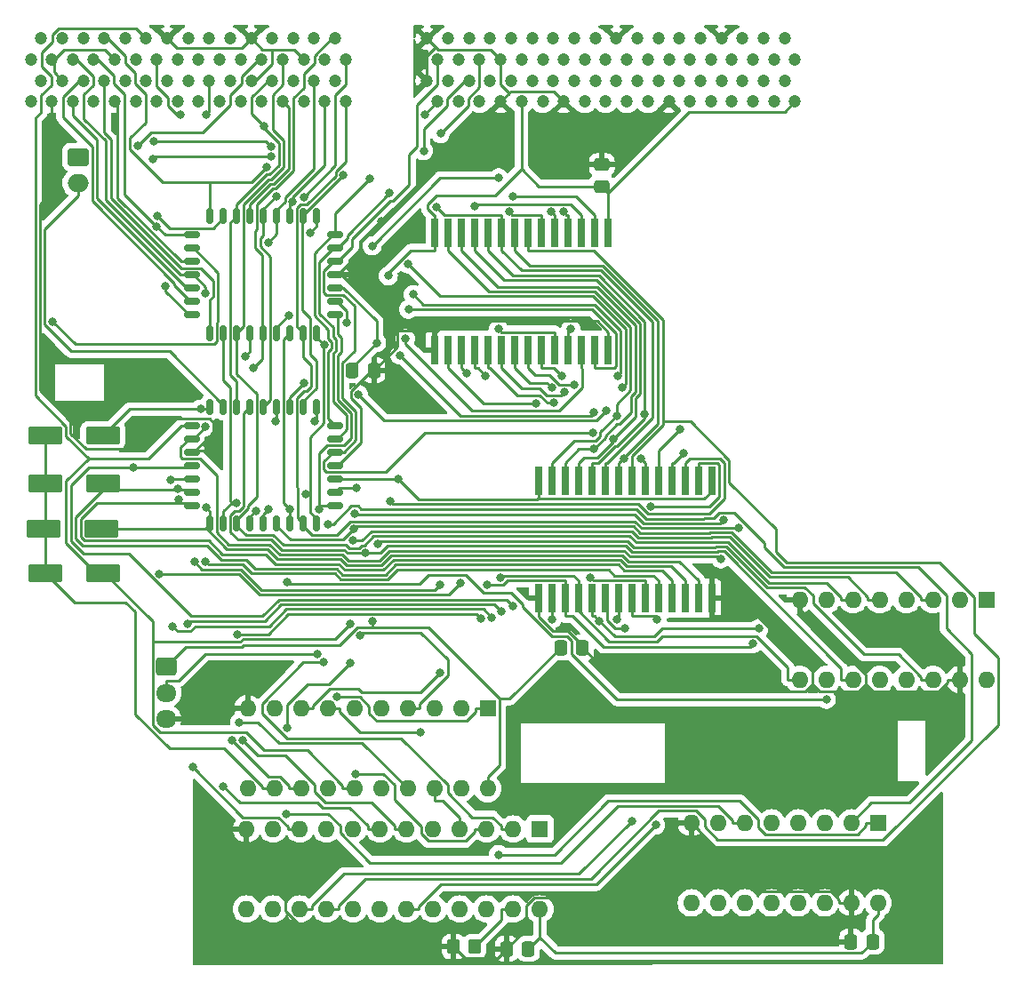
<source format=gbr>
%TF.GenerationSoftware,KiCad,Pcbnew,(7.0.0)*%
%TF.CreationDate,2023-02-16T22:34:58-06:00*%
%TF.ProjectId,cart,63617274-2e6b-4696-9361-645f70636258,rev?*%
%TF.SameCoordinates,Original*%
%TF.FileFunction,Copper,L1,Top*%
%TF.FilePolarity,Positive*%
%FSLAX46Y46*%
G04 Gerber Fmt 4.6, Leading zero omitted, Abs format (unit mm)*
G04 Created by KiCad (PCBNEW (7.0.0)) date 2023-02-16 22:34:58*
%MOMM*%
%LPD*%
G01*
G04 APERTURE LIST*
G04 Aperture macros list*
%AMRoundRect*
0 Rectangle with rounded corners*
0 $1 Rounding radius*
0 $2 $3 $4 $5 $6 $7 $8 $9 X,Y pos of 4 corners*
0 Add a 4 corners polygon primitive as box body*
4,1,4,$2,$3,$4,$5,$6,$7,$8,$9,$2,$3,0*
0 Add four circle primitives for the rounded corners*
1,1,$1+$1,$2,$3*
1,1,$1+$1,$4,$5*
1,1,$1+$1,$6,$7*
1,1,$1+$1,$8,$9*
0 Add four rect primitives between the rounded corners*
20,1,$1+$1,$2,$3,$4,$5,0*
20,1,$1+$1,$4,$5,$6,$7,0*
20,1,$1+$1,$6,$7,$8,$9,0*
20,1,$1+$1,$8,$9,$2,$3,0*%
G04 Aperture macros list end*
%TA.AperFunction,SMDPad,CuDef*%
%ADD10R,0.750000X2.750000*%
%TD*%
%TA.AperFunction,SMDPad,CuDef*%
%ADD11RoundRect,0.250000X0.337500X0.475000X-0.337500X0.475000X-0.337500X-0.475000X0.337500X-0.475000X0*%
%TD*%
%TA.AperFunction,ComponentPad*%
%ADD12R,1.600000X1.600000*%
%TD*%
%TA.AperFunction,ComponentPad*%
%ADD13O,1.600000X1.600000*%
%TD*%
%TA.AperFunction,SMDPad,CuDef*%
%ADD14RoundRect,0.250000X-0.475000X0.337500X-0.475000X-0.337500X0.475000X-0.337500X0.475000X0.337500X0*%
%TD*%
%TA.AperFunction,SMDPad,CuDef*%
%ADD15RoundRect,0.150000X-0.587500X0.150000X-0.587500X-0.150000X0.587500X-0.150000X0.587500X0.150000X0*%
%TD*%
%TA.AperFunction,SMDPad,CuDef*%
%ADD16RoundRect,0.150000X-0.150000X0.587500X-0.150000X-0.587500X0.150000X-0.587500X0.150000X0.587500X0*%
%TD*%
%TA.AperFunction,ComponentPad*%
%ADD17RoundRect,0.250000X-0.750000X0.600000X-0.750000X-0.600000X0.750000X-0.600000X0.750000X0.600000X0*%
%TD*%
%TA.AperFunction,ComponentPad*%
%ADD18O,2.000000X1.700000*%
%TD*%
%TA.AperFunction,SMDPad,CuDef*%
%ADD19RoundRect,0.250000X1.400000X0.600000X-1.400000X0.600000X-1.400000X-0.600000X1.400000X-0.600000X0*%
%TD*%
%TA.AperFunction,ComponentPad*%
%ADD20C,1.200000*%
%TD*%
%TA.AperFunction,SMDPad,CuDef*%
%ADD21RoundRect,0.250000X0.350000X0.450000X-0.350000X0.450000X-0.350000X-0.450000X0.350000X-0.450000X0*%
%TD*%
%TA.AperFunction,ComponentPad*%
%ADD22RoundRect,0.250000X-0.725000X0.600000X-0.725000X-0.600000X0.725000X-0.600000X0.725000X0.600000X0*%
%TD*%
%TA.AperFunction,ComponentPad*%
%ADD23O,1.950000X1.700000*%
%TD*%
%TA.AperFunction,ViaPad*%
%ADD24C,0.800000*%
%TD*%
%TA.AperFunction,Conductor*%
%ADD25C,0.250000*%
%TD*%
G04 APERTURE END LIST*
D10*
%TO.P,U8,1,Vcc*%
%TO.N,+5V*%
X149779999Y-132884999D03*
%TO.P,U8,2,I/O0*%
%TO.N,A55*%
X148509999Y-132884999D03*
%TO.P,U8,3,I/O1*%
%TO.N,A56*%
X147239999Y-132884999D03*
%TO.P,U8,4,I/O2*%
%TO.N,A57*%
X145969999Y-132884999D03*
%TO.P,U8,5,I/O3*%
%TO.N,A58*%
X144699999Y-132884999D03*
%TO.P,U8,6,WE*%
%TO.N,1MEM6*%
X143429999Y-132884999D03*
%TO.P,U8,7,RAS*%
%TO.N,2MEM7*%
X142159999Y-132884999D03*
%TO.P,U8,8,NC?*%
%TO.N,2MEM8*%
X140889999Y-132884999D03*
%TO.P,U8,9,A10*%
%TO.N,A33*%
X139619999Y-132884999D03*
%TO.P,U8,10,A0*%
%TO.N,2MEM10*%
X138349999Y-132884999D03*
%TO.P,U8,11,A1*%
%TO.N,2MEM11*%
X137079999Y-132884999D03*
%TO.P,U8,12,A2*%
%TO.N,2MEM12*%
X135809999Y-132884999D03*
%TO.P,U8,13,A3*%
%TO.N,2MEM13*%
X134539999Y-132884999D03*
%TO.P,U8,14,Vcc*%
%TO.N,+5V*%
X133269999Y-132884999D03*
%TO.P,U8,15,Vss*%
%TO.N,GND*%
X133269999Y-144064999D03*
%TO.P,U8,16,A4*%
%TO.N,2MEM16*%
X134539999Y-144064999D03*
%TO.P,U8,17,A5*%
%TO.N,2MEM17*%
X135809999Y-144064999D03*
%TO.P,U8,18,A6*%
%TO.N,2MEM18*%
X137079999Y-144064999D03*
%TO.P,U8,19,A7*%
%TO.N,2MEM19*%
X138349999Y-144064999D03*
%TO.P,U8,20,A8*%
%TO.N,2MEM20*%
X139619999Y-144064999D03*
%TO.P,U8,21,A9*%
%TO.N,2MEM21*%
X140889999Y-144064999D03*
%TO.P,U8,22,OE*%
%TO.N,2MEM22*%
X142159999Y-144064999D03*
%TO.P,U8,23,CAS*%
%TO.N,2MEM23*%
X143429999Y-144064999D03*
%TO.P,U8,24,I/04*%
%TO.N,B58*%
X144699999Y-144064999D03*
%TO.P,U8,25,I/05*%
%TO.N,B57*%
X145969999Y-144064999D03*
%TO.P,U8,26,I/06*%
%TO.N,B56*%
X147239999Y-144064999D03*
%TO.P,U8,27,I/07*%
%TO.N,B55*%
X148509999Y-144064999D03*
%TO.P,U8,28,Vss*%
%TO.N,GND*%
X149779999Y-144064999D03*
%TD*%
%TO.P,U7,1,Vcc*%
%TO.N,+5V*%
X139904999Y-109234999D03*
%TO.P,U7,2,I/O0*%
%TO.N,A60*%
X138634999Y-109234999D03*
%TO.P,U7,3,I/O1*%
%TO.N,A61*%
X137364999Y-109234999D03*
%TO.P,U7,4,I/O2*%
%TO.N,A62*%
X136094999Y-109234999D03*
%TO.P,U7,5,I/O3*%
%TO.N,A63*%
X134824999Y-109234999D03*
%TO.P,U7,6,WE*%
%TO.N,2MEM6*%
X133554999Y-109234999D03*
%TO.P,U7,7,RAS*%
%TO.N,2MEM7*%
X132284999Y-109234999D03*
%TO.P,U7,8,NC?*%
%TO.N,2MEM8*%
X131014999Y-109234999D03*
%TO.P,U7,9,A10*%
%TO.N,A33*%
X129744999Y-109234999D03*
%TO.P,U7,10,A0*%
%TO.N,2MEM10*%
X128474999Y-109234999D03*
%TO.P,U7,11,A1*%
%TO.N,2MEM11*%
X127204999Y-109234999D03*
%TO.P,U7,12,A2*%
%TO.N,2MEM12*%
X125934999Y-109234999D03*
%TO.P,U7,13,A3*%
%TO.N,2MEM13*%
X124664999Y-109234999D03*
%TO.P,U7,14,Vcc*%
%TO.N,+5V*%
X123394999Y-109234999D03*
%TO.P,U7,15,Vss*%
%TO.N,GND*%
X123394999Y-120414999D03*
%TO.P,U7,16,A4*%
%TO.N,2MEM16*%
X124664999Y-120414999D03*
%TO.P,U7,17,A5*%
%TO.N,2MEM17*%
X125934999Y-120414999D03*
%TO.P,U7,18,A6*%
%TO.N,2MEM18*%
X127204999Y-120414999D03*
%TO.P,U7,19,A7*%
%TO.N,2MEM19*%
X128474999Y-120414999D03*
%TO.P,U7,20,A8*%
%TO.N,2MEM20*%
X129744999Y-120414999D03*
%TO.P,U7,21,A9*%
%TO.N,2MEM21*%
X131014999Y-120414999D03*
%TO.P,U7,22,OE*%
%TO.N,2MEM22*%
X132284999Y-120414999D03*
%TO.P,U7,23,CAS*%
%TO.N,2MEM23*%
X133554999Y-120414999D03*
%TO.P,U7,24,I/04*%
%TO.N,B63*%
X134824999Y-120414999D03*
%TO.P,U7,25,I/05*%
%TO.N,B62*%
X136094999Y-120414999D03*
%TO.P,U7,26,I/06*%
%TO.N,B61*%
X137364999Y-120414999D03*
%TO.P,U7,27,I/07*%
%TO.N,B60*%
X138634999Y-120414999D03*
%TO.P,U7,28,Vss*%
%TO.N,GND*%
X139904999Y-120414999D03*
%TD*%
D11*
%TO.P,C2,1*%
%TO.N,GND*%
X117587500Y-122350000D03*
%TO.P,C2,2*%
%TO.N,+5V*%
X115512500Y-122350000D03*
%TD*%
D12*
%TO.P,U5,1,A/B*%
%TO.N,MUX1*%
X165609999Y-165469999D03*
D13*
%TO.P,U5,2,I0a*%
%TO.N,B40*%
X163069999Y-165469999D03*
%TO.P,U5,3,I1a*%
%TO.N,B37*%
X160529999Y-165469999D03*
%TO.P,U5,4,Qa*%
%TO.N,2MEM10*%
X157989999Y-165469999D03*
%TO.P,U5,5,I0b*%
%TO.N,B39*%
X155449999Y-165469999D03*
%TO.P,U5,6,I1b*%
%TO.N,A37*%
X152909999Y-165469999D03*
%TO.P,U5,7,Qb*%
%TO.N,2MEM11*%
X150369999Y-165469999D03*
%TO.P,U5,8,GND*%
%TO.N,GND*%
X147829999Y-165469999D03*
%TO.P,U5,9,Qd*%
%TO.N,2MEM12*%
X147829999Y-173089999D03*
%TO.P,U5,10,I1d*%
%TO.N,B35*%
X150369999Y-173089999D03*
%TO.P,U5,11,I0d*%
%TO.N,B38*%
X152909999Y-173089999D03*
%TO.P,U5,12,Qc*%
%TO.N,2MEM13*%
X155449999Y-173089999D03*
%TO.P,U5,13,I1c*%
%TO.N,A35*%
X157989999Y-173089999D03*
%TO.P,U5,14,I0c*%
%TO.N,A40*%
X160529999Y-173089999D03*
%TO.P,U5,15,~{EN}*%
%TO.N,GND*%
X163069999Y-173089999D03*
%TO.P,U5,16,VCC*%
%TO.N,+5V*%
X165609999Y-173089999D03*
%TD*%
D14*
%TO.P,C7,1*%
%TO.N,GND*%
X139300000Y-102762500D03*
%TO.P,C7,2*%
%TO.N,+5V*%
X139300000Y-104837500D03*
%TD*%
D15*
%TO.P,U2,1,NC*%
%TO.N,GND*%
X113912500Y-131400000D03*
%TO.P,U2,2,A16*%
%TO.N,A35*%
X113912500Y-130130000D03*
%TO.P,U2,3,A15*%
%TO.N,B35*%
X113912500Y-128860000D03*
%TO.P,U2,4,A12*%
%TO.N,A39*%
X113912500Y-127590000D03*
D16*
%TO.P,U2,5,A7*%
%TO.N,A40*%
X112155000Y-125837500D03*
%TO.P,U2,6,A6*%
%TO.N,B38*%
X110885000Y-125837500D03*
%TO.P,U2,7,A5*%
%TO.N,B39*%
X109615000Y-125837500D03*
%TO.P,U2,8,A4*%
%TO.N,B40*%
X108345000Y-125837500D03*
%TO.P,U2,9,A3*%
%TO.N,B42*%
X107075000Y-125837500D03*
%TO.P,U2,10,A2*%
%TO.N,B43*%
X105805000Y-125837500D03*
%TO.P,U2,11,A1*%
%TO.N,B44*%
X104535000Y-125837500D03*
%TO.P,U2,12,A0*%
%TO.N,A45Switch*%
X103265000Y-125837500D03*
%TO.P,U2,13,DQ0*%
%TO.N,A55*%
X101995000Y-125837500D03*
D15*
%TO.P,U2,14,DQ1*%
%TO.N,A56*%
X100237500Y-127590000D03*
%TO.P,U2,15,DQ2*%
%TO.N,A57*%
X100237500Y-128860000D03*
%TO.P,U2,16,VSS*%
%TO.N,GND*%
X100237500Y-130130000D03*
%TO.P,U2,17,DQ3*%
%TO.N,A58*%
X100237500Y-131400000D03*
%TO.P,U2,18,DQ4*%
%TO.N,B58*%
X100237500Y-132670000D03*
%TO.P,U2,19,DQ5*%
%TO.N,B57*%
X100237500Y-133940000D03*
%TO.P,U2,20,DQ6*%
%TO.N,B56*%
X100237500Y-135210000D03*
D16*
%TO.P,U2,21,DQ7*%
%TO.N,B55*%
X101995000Y-136962500D03*
%TO.P,U2,22,CE#*%
%TO.N,Net-(U1-IO7)*%
X103265000Y-136962500D03*
%TO.P,U2,23,A10*%
%TO.N,A43*%
X104535000Y-136962500D03*
%TO.P,U2,24,OE#*%
%TO.N,Net-(U1-I03)*%
X105805000Y-136962500D03*
%TO.P,U2,25,A11*%
%TO.N,A38*%
X107075000Y-136962500D03*
%TO.P,U2,26,A9*%
%TO.N,A44*%
X108345000Y-136962500D03*
%TO.P,U2,27,A8*%
%TO.N,A42*%
X109615000Y-136962500D03*
%TO.P,U2,28,A13*%
%TO.N,B37*%
X110885000Y-136962500D03*
%TO.P,U2,29,A14*%
%TO.N,A37*%
X112155000Y-136962500D03*
D15*
%TO.P,U2,30,A17*%
%TO.N,SW1*%
X113912500Y-135210000D03*
%TO.P,U2,31,WE#*%
%TO.N,Net-(U1-I4)*%
X113912500Y-133940000D03*
%TO.P,U2,32,VDD*%
%TO.N,+5V*%
X113912500Y-132670000D03*
%TD*%
D17*
%TO.P,SW2,1,A*%
%TO.N,A45*%
X89425000Y-102025000D03*
D18*
%TO.P,SW2,2,B*%
%TO.N,A45Switch*%
X89424999Y-104524999D03*
%TD*%
D19*
%TO.P,D4,1,K*%
%TO.N,A56*%
X91770000Y-141665000D03*
%TO.P,D4,2,A*%
%TO.N,B48*%
X86270000Y-141665000D03*
%TD*%
%TO.P,D2,1,K*%
%TO.N,B57*%
X91770000Y-133115000D03*
%TO.P,D2,2,A*%
%TO.N,B48*%
X86270000Y-133115000D03*
%TD*%
D11*
%TO.P,C3,1*%
%TO.N,+5V*%
X132307500Y-177460000D03*
%TO.P,C3,2*%
%TO.N,GND*%
X130232500Y-177460000D03*
%TD*%
D20*
%TO.P,SSCART1,A1,+5V*%
%TO.N,+5V*%
X157710000Y-92750000D03*
%TO.P,SSCART1,A2,+5V*%
X156710000Y-90750000D03*
%TO.P,SSCART1,A3*%
%TO.N,unconnected-(SSCART1-PadA3)*%
X155710000Y-92750000D03*
%TO.P,SSCART1,A4,D_SIU1C*%
%TO.N,unconnected-(SSCART1-D_SIU1C-PadA4)*%
X154710000Y-90750000D03*
%TO.P,SSCART1,A5,D_SIU1B*%
%TO.N,unconnected-(SSCART1-D_SIU1B-PadA5)*%
X153710000Y-92750000D03*
%TO.P,SSCART1,A6,D_SIU1A*%
%TO.N,unconnected-(SSCART1-D_SIU1A-PadA6)*%
X152710000Y-90750000D03*
%TO.P,SSCART1,A7*%
%TO.N,unconnected-(SSCART1-PadA7)*%
X151690000Y-92750000D03*
%TO.P,SSCART1,A8,GND*%
%TO.N,GND*%
X150690000Y-90750000D03*
%TO.P,SSCART1,A9*%
%TO.N,unconnected-(SSCART1-PadA9)*%
X149690000Y-92750000D03*
%TO.P,SSCART1,A10*%
%TO.N,unconnected-(SSCART1-PadA10)*%
X148690000Y-90750000D03*
%TO.P,SSCART1,A11*%
%TO.N,unconnected-(SSCART1-PadA11)*%
X147690000Y-92750000D03*
%TO.P,SSCART1,A12*%
%TO.N,unconnected-(SSCART1-PadA12)*%
X146690000Y-90750000D03*
%TO.P,SSCART1,A13,GND*%
%TO.N,GND*%
X145690000Y-92750000D03*
%TO.P,SSCART1,A14*%
%TO.N,unconnected-(SSCART1-PadA14)*%
X144690000Y-90750000D03*
%TO.P,SSCART1,A15*%
%TO.N,unconnected-(SSCART1-PadA15)*%
X143690000Y-92750000D03*
%TO.P,SSCART1,A16*%
%TO.N,unconnected-(SSCART1-PadA16)*%
X142690000Y-90750000D03*
%TO.P,SSCART1,A17*%
%TO.N,unconnected-(SSCART1-PadA17)*%
X141690000Y-92750000D03*
%TO.P,SSCART1,A18,GND*%
%TO.N,GND*%
X140690000Y-90750000D03*
%TO.P,SSCART1,A19*%
%TO.N,unconnected-(SSCART1-PadA19)*%
X139670000Y-92750000D03*
%TO.P,SSCART1,A20*%
%TO.N,unconnected-(SSCART1-PadA20)*%
X138670000Y-90750000D03*
%TO.P,SSCART1,A21*%
%TO.N,unconnected-(SSCART1-PadA21)*%
X137670000Y-92750000D03*
%TO.P,SSCART1,A22*%
%TO.N,unconnected-(SSCART1-PadA22)*%
X136670000Y-90750000D03*
%TO.P,SSCART1,A23*%
%TO.N,unconnected-(SSCART1-PadA23)*%
X135670000Y-92750000D03*
%TO.P,SSCART1,A24*%
%TO.N,unconnected-(SSCART1-PadA24)*%
X134670000Y-90750000D03*
%TO.P,SSCART1,A25*%
%TO.N,unconnected-(SSCART1-PadA25)*%
X133670000Y-92750000D03*
%TO.P,SSCART1,A26*%
%TO.N,unconnected-(SSCART1-PadA26)*%
X132670000Y-90750000D03*
%TO.P,SSCART1,A27,+5V*%
%TO.N,+5V*%
X131670000Y-92750000D03*
%TO.P,SSCART1,A28*%
%TO.N,unconnected-(SSCART1-PadA28)*%
X130670000Y-90750000D03*
%TO.P,SSCART1,A29,GND*%
%TO.N,GND*%
X129670000Y-92750000D03*
%TO.P,SSCART1,A30*%
%TO.N,A30*%
X128670000Y-90750000D03*
%TO.P,SSCART1,A31*%
%TO.N,A31*%
X127650000Y-92750000D03*
%TO.P,SSCART1,A32*%
%TO.N,A32*%
X126650000Y-90750000D03*
%TO.P,SSCART1,A33*%
%TO.N,A33*%
X125650000Y-92750000D03*
%TO.P,SSCART1,A34,A18*%
%TO.N,A34*%
X124650000Y-90750000D03*
%TO.P,SSCART1,A35,A16*%
%TO.N,A35*%
X123650000Y-92750000D03*
%TO.P,SSCART1,A36,GND*%
%TO.N,GND*%
X122650000Y-90750000D03*
%TO.P,SSCART1,A37,A14*%
%TO.N,A37*%
X114900000Y-92750000D03*
%TO.P,SSCART1,A38,A11*%
%TO.N,A38*%
X113900000Y-90750000D03*
%TO.P,SSCART1,A39,A12*%
%TO.N,A39*%
X112900000Y-92750000D03*
%TO.P,SSCART1,A40,A7*%
%TO.N,A40*%
X111900000Y-90750000D03*
%TO.P,SSCART1,A41,GND*%
%TO.N,GND*%
X110900000Y-92750000D03*
%TO.P,SSCART1,A42,A8*%
%TO.N,A42*%
X109900000Y-90750000D03*
%TO.P,SSCART1,A43,A10*%
%TO.N,A43*%
X108900000Y-92750000D03*
%TO.P,SSCART1,A44,A9*%
%TO.N,A44*%
X107900000Y-90750000D03*
%TO.P,SSCART1,A45,A0*%
%TO.N,A45*%
X106900000Y-92750000D03*
%TO.P,SSCART1,A46,GND*%
%TO.N,GND*%
X105900000Y-90750000D03*
%TO.P,SSCART1,A47,SLOT_CE#*%
%TO.N,A47*%
X104900000Y-92750000D03*
%TO.P,SSCART1,A48*%
%TO.N,unconnected-(SSCART1-PadA48)*%
X103900000Y-90750000D03*
%TO.P,SSCART1,A49*%
%TO.N,A49*%
X102900000Y-92750000D03*
%TO.P,SSCART1,A50*%
%TO.N,unconnected-(SSCART1-PadA50)*%
X101900000Y-90750000D03*
%TO.P,SSCART1,A51*%
%TO.N,unconnected-(SSCART1-PadA51)*%
X100900000Y-92750000D03*
%TO.P,SSCART1,A52*%
%TO.N,A52*%
X99900000Y-90750000D03*
%TO.P,SSCART1,A53*%
%TO.N,unconnected-(SSCART1-PadA53)*%
X98900000Y-92750000D03*
%TO.P,SSCART1,A54,GND*%
%TO.N,GND*%
X97900000Y-90750000D03*
%TO.P,SSCART1,A55,D0*%
%TO.N,A55*%
X96900000Y-92750000D03*
%TO.P,SSCART1,A56,D1*%
%TO.N,A56*%
X95900000Y-90750000D03*
%TO.P,SSCART1,A57,D2*%
%TO.N,A57*%
X94900000Y-92750000D03*
%TO.P,SSCART1,A58,D3*%
%TO.N,A58*%
X93900000Y-90750000D03*
%TO.P,SSCART1,A59,GND*%
%TO.N,GND*%
X92900000Y-92750000D03*
%TO.P,SSCART1,A60,D8*%
%TO.N,A60*%
X91900000Y-90750000D03*
%TO.P,SSCART1,A61,D9*%
%TO.N,A61*%
X90900000Y-92750000D03*
%TO.P,SSCART1,A62,D10*%
%TO.N,A62*%
X89900000Y-90750000D03*
%TO.P,SSCART1,A63,D11*%
%TO.N,A63*%
X88900000Y-92750000D03*
%TO.P,SSCART1,A64,GND*%
%TO.N,unconnected-(SSCART1-GND-PadA64)*%
X87900000Y-90750000D03*
%TO.P,SSCART1,A65,GND*%
%TO.N,GND*%
X86900000Y-92750000D03*
%TO.P,SSCART1,A66*%
%TO.N,unconnected-(SSCART1-PadA66)*%
X85900000Y-90750000D03*
%TO.P,SSCART1,A67,+5V*%
%TO.N,+5V*%
X84900000Y-92750000D03*
%TO.P,SSCART1,B1,+5V*%
X157710000Y-96750000D03*
%TO.P,SSCART1,B2,+5V*%
X156710000Y-94750000D03*
%TO.P,SSCART1,B3,D_SSEL*%
%TO.N,unconnected-(SSCART1-D_SSEL-PadB3)*%
X155710000Y-96750000D03*
%TO.P,SSCART1,B4,DSU_DAT*%
%TO.N,unconnected-(SSCART1-DSU_DAT-PadB4)*%
X154710000Y-94750000D03*
%TO.P,SSCART1,B5,DSU_CLK*%
%TO.N,unconnected-(SSCART1-DSU_CLK-PadB5)*%
X153710000Y-96750000D03*
%TO.P,SSCART1,B6,DSU_WS*%
%TO.N,unconnected-(SSCART1-DSU_WS-PadB6)*%
X152710000Y-94750000D03*
%TO.P,SSCART1,B7,GND*%
%TO.N,GND*%
X151690000Y-96750000D03*
%TO.P,SSCART1,B8,GND*%
X150690000Y-94750000D03*
%TO.P,SSCART1,B9*%
%TO.N,unconnected-(SSCART1-PadB9)*%
X149690000Y-96750000D03*
%TO.P,SSCART1,B10*%
%TO.N,unconnected-(SSCART1-PadB10)*%
X148690000Y-94750000D03*
%TO.P,SSCART1,B11*%
%TO.N,unconnected-(SSCART1-PadB11)*%
X147690000Y-96750000D03*
%TO.P,SSCART1,B12*%
%TO.N,unconnected-(SSCART1-PadB12)*%
X146690000Y-94750000D03*
%TO.P,SSCART1,B13,GND*%
%TO.N,GND*%
X145690000Y-96750000D03*
%TO.P,SSCART1,B14*%
%TO.N,unconnected-(SSCART1-PadB14)*%
X144690000Y-94750000D03*
%TO.P,SSCART1,B15*%
%TO.N,unconnected-(SSCART1-PadB15)*%
X143690000Y-96750000D03*
%TO.P,SSCART1,B16*%
%TO.N,unconnected-(SSCART1-PadB16)*%
X142690000Y-94750000D03*
%TO.P,SSCART1,B17*%
%TO.N,unconnected-(SSCART1-PadB17)*%
X141690000Y-96750000D03*
%TO.P,SSCART1,B18,GND*%
%TO.N,GND*%
X140690000Y-94750000D03*
%TO.P,SSCART1,B19*%
%TO.N,unconnected-(SSCART1-PadB19)*%
X139670000Y-96750000D03*
%TO.P,SSCART1,B20*%
%TO.N,unconnected-(SSCART1-PadB20)*%
X138670000Y-94750000D03*
%TO.P,SSCART1,B21*%
%TO.N,unconnected-(SSCART1-PadB21)*%
X137670000Y-96750000D03*
%TO.P,SSCART1,B22*%
%TO.N,unconnected-(SSCART1-PadB22)*%
X136670000Y-94750000D03*
%TO.P,SSCART1,B23,GND*%
%TO.N,GND*%
X135670000Y-96750000D03*
%TO.P,SSCART1,B24*%
%TO.N,unconnected-(SSCART1-PadB24)*%
X134670000Y-94750000D03*
%TO.P,SSCART1,B25*%
%TO.N,unconnected-(SSCART1-PadB25)*%
X133670000Y-96750000D03*
%TO.P,SSCART1,B26*%
%TO.N,unconnected-(SSCART1-PadB26)*%
X132670000Y-94750000D03*
%TO.P,SSCART1,B27,+5V*%
%TO.N,+5V*%
X131670000Y-96750000D03*
%TO.P,SSCART1,B28*%
%TO.N,unconnected-(SSCART1-PadB28)*%
X130670000Y-94750000D03*
%TO.P,SSCART1,B29,GND*%
%TO.N,GND*%
X129670000Y-96750000D03*
%TO.P,SSCART1,B30*%
%TO.N,B30*%
X128670000Y-94750000D03*
%TO.P,SSCART1,B31*%
%TO.N,B31*%
X127650000Y-96750000D03*
%TO.P,SSCART1,B32*%
%TO.N,B32*%
X126650000Y-94750000D03*
%TO.P,SSCART1,B33,A19*%
%TO.N,B33*%
X125650000Y-96750000D03*
%TO.P,SSCART1,B34,A17*%
%TO.N,B34*%
X124650000Y-94750000D03*
%TO.P,SSCART1,B35,A15*%
%TO.N,B35*%
X123650000Y-96750000D03*
%TO.P,SSCART1,B36,GND*%
%TO.N,GND*%
X122650000Y-94750000D03*
%TO.P,SSCART1,B37,A13*%
%TO.N,B37*%
X114900000Y-96750000D03*
%TO.P,SSCART1,B38,A6*%
%TO.N,B38*%
X113900000Y-94750000D03*
%TO.P,SSCART1,B39,A5*%
%TO.N,B39*%
X112900000Y-96750000D03*
%TO.P,SSCART1,B40,A4*%
%TO.N,B40*%
X111900000Y-94750000D03*
%TO.P,SSCART1,B41,GND*%
%TO.N,GND*%
X110900000Y-96750000D03*
%TO.P,SSCART1,B42,A3*%
%TO.N,B42*%
X109900000Y-94750000D03*
%TO.P,SSCART1,B43,A2*%
%TO.N,B43*%
X108900000Y-96750000D03*
%TO.P,SSCART1,B44,A1*%
%TO.N,B44*%
X107900000Y-94750000D03*
%TO.P,SSCART1,B45*%
%TO.N,unconnected-(SSCART1-PadB45)*%
X106900000Y-96750000D03*
%TO.P,SSCART1,B46,GND*%
%TO.N,GND*%
X105900000Y-94750000D03*
%TO.P,SSCART1,B47,SLOT_OE#*%
%TO.N,B47*%
X104900000Y-96750000D03*
%TO.P,SSCART1,B48*%
%TO.N,B48*%
X103900000Y-94750000D03*
%TO.P,SSCART1,B49*%
%TO.N,B49*%
X102900000Y-96750000D03*
%TO.P,SSCART1,B50*%
%TO.N,B50*%
X101900000Y-94750000D03*
%TO.P,SSCART1,B51*%
%TO.N,B51*%
X100900000Y-96750000D03*
%TO.P,SSCART1,B52*%
%TO.N,unconnected-(SSCART1-PadB52)*%
X99900000Y-94750000D03*
%TO.P,SSCART1,B53*%
%TO.N,unconnected-(SSCART1-PadB53)*%
X98900000Y-96750000D03*
%TO.P,SSCART1,B54,GND*%
%TO.N,GND*%
X97900000Y-94750000D03*
%TO.P,SSCART1,B55,D7*%
%TO.N,B55*%
X96900000Y-96750000D03*
%TO.P,SSCART1,B56,D6*%
%TO.N,B56*%
X95900000Y-94750000D03*
%TO.P,SSCART1,B57,D5*%
%TO.N,B57*%
X94900000Y-96750000D03*
%TO.P,SSCART1,B58,D4*%
%TO.N,B58*%
X93900000Y-94750000D03*
%TO.P,SSCART1,B59,GND*%
%TO.N,GND*%
X92900000Y-96750000D03*
%TO.P,SSCART1,B60,D15*%
%TO.N,B60*%
X91900000Y-94750000D03*
%TO.P,SSCART1,B61,D14*%
%TO.N,B61*%
X90900000Y-96750000D03*
%TO.P,SSCART1,B62,D13*%
%TO.N,B62*%
X89900000Y-94750000D03*
%TO.P,SSCART1,B63,D12*%
%TO.N,B63*%
X88900000Y-96750000D03*
%TO.P,SSCART1,B64,GND*%
%TO.N,GND*%
X87900000Y-94750000D03*
%TO.P,SSCART1,B65,GND*%
X86900000Y-96750000D03*
%TO.P,SSCART1,B66*%
%TO.N,unconnected-(SSCART1-PadB66)*%
X85900000Y-94750000D03*
%TO.P,SSCART1,B67,+5V*%
%TO.N,+5V*%
X84900000Y-96750000D03*
%TD*%
D12*
%TO.P,U6,1,A/B*%
%TO.N,MUX1*%
X175929999Y-144189999D03*
D13*
%TO.P,U6,2,I0a*%
%TO.N,A45Switch*%
X173389999Y-144189999D03*
%TO.P,U6,3,I1a*%
%TO.N,A44*%
X170849999Y-144189999D03*
%TO.P,U6,4,Qa*%
%TO.N,2MEM16*%
X168309999Y-144189999D03*
%TO.P,U6,5,I0b*%
%TO.N,B44*%
X165769999Y-144189999D03*
%TO.P,U6,6,I1b*%
%TO.N,A43*%
X163229999Y-144189999D03*
%TO.P,U6,7,Qb*%
%TO.N,2MEM17*%
X160689999Y-144189999D03*
%TO.P,U6,8,GND*%
%TO.N,GND*%
X158149999Y-144189999D03*
%TO.P,U6,9,Qd*%
%TO.N,2MEM18*%
X158149999Y-151809999D03*
%TO.P,U6,10,I1d*%
%TO.N,A38*%
X160689999Y-151809999D03*
%TO.P,U6,11,I0d*%
%TO.N,B43*%
X163229999Y-151809999D03*
%TO.P,U6,12,Qc*%
%TO.N,2MEM19*%
X165769999Y-151809999D03*
%TO.P,U6,13,I1c*%
%TO.N,A39*%
X168309999Y-151809999D03*
%TO.P,U6,14,I0c*%
%TO.N,B42*%
X170849999Y-151809999D03*
%TO.P,U6,15,~{EN}*%
%TO.N,GND*%
X173389999Y-151809999D03*
%TO.P,U6,16,VCC*%
%TO.N,+5V*%
X175929999Y-151809999D03*
%TD*%
D12*
%TO.P,U1,1,I1*%
%TO.N,B49*%
X128424999Y-154574999D03*
D13*
%TO.P,U1,2,I2*%
%TO.N,A32*%
X125884999Y-154574999D03*
%TO.P,U1,3,I3*%
%TO.N,A34*%
X123344999Y-154574999D03*
%TO.P,U1,4,I4*%
%TO.N,Net-(U1-I4)*%
X120804999Y-154574999D03*
%TO.P,U1,5,I5*%
%TO.N,A31*%
X118264999Y-154574999D03*
%TO.P,U1,6,I6*%
%TO.N,A33*%
X115724999Y-154574999D03*
%TO.P,U1,7,I7*%
%TO.N,B33*%
X113184999Y-154574999D03*
%TO.P,U1,8,I8*%
%TO.N,B31*%
X110644999Y-154574999D03*
%TO.P,U1,9,I9*%
%TO.N,unconnected-(U1-I9-Pad9)*%
X108104999Y-154574999D03*
%TO.P,U1,10,GND*%
%TO.N,GND*%
X105564999Y-154574999D03*
%TO.P,U1,11,I10*%
%TO.N,B32*%
X105564999Y-162194999D03*
%TO.P,U1,12,IO8*%
%TO.N,B48*%
X108104999Y-162194999D03*
%TO.P,U1,13,IO7*%
%TO.N,Net-(U1-IO7)*%
X110644999Y-162194999D03*
%TO.P,U1,14,IO6*%
%TO.N,A55*%
X113184999Y-162194999D03*
%TO.P,U1,15,IO5*%
%TO.N,A56*%
X115724999Y-162194999D03*
%TO.P,U1,16,IO4*%
%TO.N,unconnected-(U1-IO4-Pad16)*%
X118264999Y-162194999D03*
%TO.P,U1,17,I03*%
%TO.N,Net-(U1-I03)*%
X120804999Y-162194999D03*
%TO.P,U1,18,IO2*%
%TO.N,Net-(U1-IO2)*%
X123344999Y-162194999D03*
%TO.P,U1,19,IO1*%
%TO.N,unconnected-(U1-IO1-Pad19)*%
X125884999Y-162194999D03*
%TO.P,U1,20,VCC*%
%TO.N,+5V*%
X128424999Y-162194999D03*
%TD*%
D19*
%TO.P,D1,1,K*%
%TO.N,A55*%
X91770000Y-128590000D03*
%TO.P,D1,2,A*%
%TO.N,B48*%
X86270000Y-128590000D03*
%TD*%
D11*
%TO.P,C1,1*%
%TO.N,+5V*%
X165107500Y-176780000D03*
%TO.P,C1,2*%
%TO.N,GND*%
X163032500Y-176780000D03*
%TD*%
D12*
%TO.P,U4,1,OD/CLK*%
%TO.N,B49*%
X133399999Y-166049999D03*
D13*
%TO.P,U4,2,I0*%
%TO.N,A47*%
X130859999Y-166049999D03*
%TO.P,U4,3,I1*%
%TO.N,B47*%
X128319999Y-166049999D03*
%TO.P,U4,4,I2*%
%TO.N,Net-(U1-IO2)*%
X125779999Y-166049999D03*
%TO.P,U4,5,I3*%
%TO.N,Net-(U1-I4)*%
X123239999Y-166049999D03*
%TO.P,U4,6,I4*%
%TO.N,B50*%
X120699999Y-166049999D03*
%TO.P,U4,7,I5*%
%TO.N,B51*%
X118159999Y-166049999D03*
%TO.P,U4,8,I6*%
%TO.N,2MEM8*%
X115619999Y-166049999D03*
%TO.P,U4,9,I7*%
%TO.N,B33*%
X113079999Y-166049999D03*
%TO.P,U4,10,I8*%
%TO.N,A52*%
X110539999Y-166049999D03*
%TO.P,U4,11,I9*%
%TO.N,A42*%
X107999999Y-166049999D03*
%TO.P,U4,12,GND*%
%TO.N,GND*%
X105459999Y-166049999D03*
%TO.P,U4,13,CLK/OD*%
%TO.N,B34*%
X105459999Y-173669999D03*
%TO.P,U4,14,LR/O4*%
%TO.N,unconnected-(U4-LR{slash}O4-Pad14)*%
X107999999Y-173669999D03*
%TO.P,U4,15,A0/O3*%
%TO.N,2MEM20*%
X110539999Y-173669999D03*
%TO.P,U4,16,A1/O2*%
%TO.N,2MEM7*%
X113079999Y-173669999D03*
%TO.P,U4,17,A2/O1*%
%TO.N,2MEM22*%
X115619999Y-173669999D03*
%TO.P,U4,18,NC/O0*%
%TO.N,2MEM6*%
X118159999Y-173669999D03*
%TO.P,U4,19,O4/NC*%
%TO.N,1MEM6*%
X120699999Y-173669999D03*
%TO.P,U4,20,O3/A2*%
%TO.N,MUX1*%
X123239999Y-173669999D03*
%TO.P,U4,21,O2/A1*%
%TO.N,2MEM23*%
X125779999Y-173669999D03*
%TO.P,U4,22,O1/A0*%
%TO.N,2MEM21*%
X128319999Y-173669999D03*
%TO.P,U4,23,O0/LR*%
%TO.N,Net-(U4-O0{slash}LR)*%
X130859999Y-173669999D03*
%TO.P,U4,24,VCC*%
%TO.N,+5V*%
X133399999Y-173669999D03*
%TD*%
D11*
%TO.P,C4,1*%
%TO.N,GND*%
X137475000Y-148765000D03*
%TO.P,C4,2*%
%TO.N,+5V*%
X135400000Y-148765000D03*
%TD*%
D19*
%TO.P,D3,1,K*%
%TO.N,B55*%
X91645000Y-137415000D03*
%TO.P,D3,2,A*%
%TO.N,B48*%
X86145000Y-137415000D03*
%TD*%
D21*
%TO.P,R1,1*%
%TO.N,Net-(U4-O0{slash}LR)*%
X127170000Y-177260000D03*
%TO.P,R1,2*%
%TO.N,GND*%
X125170000Y-177260000D03*
%TD*%
D22*
%TO.P,SW1,1,A*%
%TO.N,+5V*%
X97800000Y-150575000D03*
D23*
%TO.P,SW1,2,B*%
%TO.N,SW1*%
X97799999Y-153074999D03*
%TO.P,SW1,3,C*%
%TO.N,GND*%
X97799999Y-155574999D03*
%TD*%
D15*
%TO.P,U3,1,NC*%
%TO.N,GND*%
X113912500Y-113250000D03*
%TO.P,U3,2,A16*%
%TO.N,A35*%
X113912500Y-111980000D03*
%TO.P,U3,3,A15*%
%TO.N,B35*%
X113912500Y-110710000D03*
%TO.P,U3,4,A12*%
%TO.N,A39*%
X113912500Y-109440000D03*
D16*
%TO.P,U3,5,A7*%
%TO.N,A40*%
X112155000Y-107687500D03*
%TO.P,U3,6,A6*%
%TO.N,B38*%
X110885000Y-107687500D03*
%TO.P,U3,7,A5*%
%TO.N,B39*%
X109615000Y-107687500D03*
%TO.P,U3,8,A4*%
%TO.N,B40*%
X108345000Y-107687500D03*
%TO.P,U3,9,A3*%
%TO.N,B42*%
X107075000Y-107687500D03*
%TO.P,U3,10,A2*%
%TO.N,B43*%
X105805000Y-107687500D03*
%TO.P,U3,11,A1*%
%TO.N,B44*%
X104535000Y-107687500D03*
%TO.P,U3,12,A0*%
%TO.N,A45Switch*%
X103265000Y-107687500D03*
%TO.P,U3,13,DQ0*%
%TO.N,A60*%
X101995000Y-107687500D03*
D15*
%TO.P,U3,14,DQ1*%
%TO.N,A61*%
X100237500Y-109440000D03*
%TO.P,U3,15,DQ2*%
%TO.N,A62*%
X100237500Y-110710000D03*
%TO.P,U3,16,VSS*%
%TO.N,GND*%
X100237500Y-111980000D03*
%TO.P,U3,17,DQ3*%
%TO.N,A63*%
X100237500Y-113250000D03*
%TO.P,U3,18,DQ4*%
%TO.N,B63*%
X100237500Y-114520000D03*
%TO.P,U3,19,DQ5*%
%TO.N,B62*%
X100237500Y-115790000D03*
%TO.P,U3,20,DQ6*%
%TO.N,B61*%
X100237500Y-117060000D03*
D16*
%TO.P,U3,21,DQ7*%
%TO.N,B60*%
X101995000Y-118812500D03*
%TO.P,U3,22,CE#*%
%TO.N,Net-(U1-IO7)*%
X103265000Y-118812500D03*
%TO.P,U3,23,A10*%
%TO.N,A43*%
X104535000Y-118812500D03*
%TO.P,U3,24,OE#*%
%TO.N,Net-(U1-I03)*%
X105805000Y-118812500D03*
%TO.P,U3,25,A11*%
%TO.N,A38*%
X107075000Y-118812500D03*
%TO.P,U3,26,A9*%
%TO.N,A44*%
X108345000Y-118812500D03*
%TO.P,U3,27,A8*%
%TO.N,A42*%
X109615000Y-118812500D03*
%TO.P,U3,28,A13*%
%TO.N,B37*%
X110885000Y-118812500D03*
%TO.P,U3,29,A14*%
%TO.N,A37*%
X112155000Y-118812500D03*
D15*
%TO.P,U3,30,A17*%
%TO.N,SW1*%
X113912500Y-117060000D03*
%TO.P,U3,31,WE#*%
%TO.N,Net-(U1-I4)*%
X113912500Y-115790000D03*
%TO.P,U3,32,VDD*%
%TO.N,+5V*%
X113912500Y-114520000D03*
%TD*%
D24*
%TO.N,Net-(U1-I03)*%
X106383500Y-135723100D03*
X104794900Y-155874200D03*
X105366600Y-120989900D03*
%TO.N,Net-(U1-IO7)*%
X104077800Y-157618700D03*
X104464600Y-134996600D03*
%TO.N,Net-(U1-I4)*%
X116251400Y-147649600D03*
X115914000Y-133545800D03*
X114981300Y-117797400D03*
%TO.N,A45Switch*%
X96940100Y-107624800D03*
%TO.N,B32*%
X109351000Y-156408000D03*
X115369600Y-150212300D03*
X122332400Y-101441100D03*
%TO.N,B31*%
X123890200Y-151134400D03*
%TO.N,A31*%
X123940500Y-99791800D03*
%TO.N,MUX1*%
X129452600Y-168479800D03*
%TO.N,B33*%
X122024400Y-156852800D03*
%TO.N,2MEM8*%
X141419600Y-130731800D03*
%TO.N,2MEM6*%
X130471400Y-107255700D03*
%TO.N,2MEM23*%
X138225000Y-142063400D03*
X135470800Y-122882500D03*
%TO.N,2MEM22*%
X144585600Y-146052800D03*
X136645600Y-123702600D03*
%TO.N,2MEM21*%
X140754500Y-146061500D03*
X134531300Y-124009200D03*
%TO.N,2MEM20*%
X135723300Y-124427700D03*
X141505900Y-146964900D03*
X142137100Y-165328600D03*
%TO.N,2MEM19*%
X134691400Y-125459500D03*
X139065600Y-146215100D03*
X154270200Y-146935600D03*
%TO.N,2MEM18*%
X129609400Y-142071700D03*
X128235600Y-122855100D03*
%TO.N,2MEM17*%
X128387100Y-142823000D03*
X126444000Y-122619400D03*
X153708600Y-148385900D03*
%TO.N,2MEM16*%
X133036700Y-125480600D03*
X134540000Y-146046000D03*
%TO.N,2MEM13*%
X140693900Y-126706200D03*
%TO.N,2MEM12*%
X138563900Y-129870200D03*
%TO.N,2MEM11*%
X140414200Y-128871300D03*
%TO.N,2MEM10*%
X143367400Y-126509000D03*
%TO.N,A33*%
X123508700Y-106760000D03*
%TO.N,1MEM6*%
X144423200Y-165668600D03*
X143008800Y-130748000D03*
%TO.N,B51*%
X103264500Y-161959500D03*
%TO.N,B50*%
X105088000Y-157562200D03*
X101660600Y-97955600D03*
%TO.N,B49*%
X114041200Y-153447900D03*
%TO.N,B47*%
X115844300Y-160774100D03*
%TO.N,A52*%
X100373000Y-160171600D03*
%TO.N,A47*%
X112800800Y-150181800D03*
%TO.N,A45*%
X95109300Y-100928200D03*
%TO.N,B60*%
X96593100Y-100496000D03*
X107772800Y-101002100D03*
X120887800Y-116546300D03*
%TO.N,B61*%
X96536200Y-102268500D03*
X107800000Y-102002300D03*
X120584000Y-119327500D03*
X97762400Y-114311100D03*
%TO.N,B62*%
X99836400Y-146482400D03*
X129703700Y-145341500D03*
X136336700Y-118416800D03*
%TO.N,B63*%
X97174800Y-141752700D03*
X125865200Y-142619900D03*
X129461400Y-118439200D03*
%TO.N,A63*%
X101572600Y-115035100D03*
X104565400Y-147482100D03*
X127784700Y-145974600D03*
X134509200Y-107249000D03*
%TO.N,A62*%
X98423900Y-146734200D03*
X135662800Y-107249200D03*
X128809400Y-145903900D03*
X86981600Y-117680600D03*
%TO.N,A61*%
X96905300Y-108640200D03*
X100526900Y-140600300D03*
X123865900Y-142783000D03*
X127196100Y-106725800D03*
%TO.N,A60*%
X107342900Y-102959700D03*
X117427100Y-110502900D03*
X129473000Y-104019100D03*
X130811500Y-105755000D03*
%TO.N,SW1*%
X112197900Y-149363100D03*
X112355000Y-135587900D03*
%TO.N,A37*%
X110908600Y-105855700D03*
X112843300Y-119941900D03*
X111069600Y-134185600D03*
X109246800Y-164622600D03*
%TO.N,B37*%
X152307100Y-137388000D03*
%TO.N,A42*%
X109615000Y-135607400D03*
%TO.N,A44*%
X109499400Y-117099700D03*
X115664300Y-137458700D03*
%TO.N,A38*%
X107538500Y-135621100D03*
X109299000Y-142555500D03*
X160690000Y-153707500D03*
X106091700Y-122105700D03*
%TO.N,B55*%
X101620600Y-135423000D03*
%TO.N,B56*%
X98967400Y-134681000D03*
%TO.N,B57*%
X98897500Y-133622600D03*
%TO.N,B58*%
X101550500Y-140552800D03*
X98198800Y-132769300D03*
%TO.N,A58*%
X94635900Y-131598100D03*
X130871400Y-144805700D03*
X146715400Y-127947400D03*
%TO.N,A57*%
X101577600Y-127704400D03*
X150648700Y-140327100D03*
X147108600Y-130240200D03*
%TO.N,GND*%
X118275900Y-108123100D03*
%TO.N,A56*%
X115371400Y-146478500D03*
X119178800Y-134855000D03*
%TO.N,A55*%
X99151700Y-97969700D03*
X143986300Y-135320600D03*
X101071700Y-126048200D03*
%TO.N,B44*%
X107111400Y-99101700D03*
X115560600Y-138582300D03*
%TO.N,B43*%
X116737900Y-139757500D03*
%TO.N,B42*%
X117974900Y-138893200D03*
X108322600Y-105760300D03*
%TO.N,B40*%
X108250200Y-127192700D03*
X113187200Y-137048300D03*
X107538300Y-110172700D03*
%TO.N,B39*%
X109866000Y-106261600D03*
X116135600Y-124669800D03*
X139740100Y-126218900D03*
X110917900Y-123593300D03*
%TO.N,B38*%
X114698100Y-103718600D03*
X120841600Y-112218900D03*
X141255500Y-123996500D03*
%TO.N,A40*%
X111956000Y-127214400D03*
X150869300Y-136626300D03*
X115757600Y-136008400D03*
X111523200Y-109219000D03*
%TO.N,A39*%
X117191800Y-104127300D03*
X121342800Y-115134000D03*
X140784700Y-122892200D03*
%TO.N,B35*%
X120077700Y-120906800D03*
X138537900Y-126390600D03*
X122439700Y-97960300D03*
X119075500Y-105484100D03*
%TO.N,A35*%
X138419000Y-128340200D03*
%TO.N,+5V*%
X117849300Y-119718400D03*
X118966000Y-113350200D03*
X117485600Y-146275600D03*
X119904600Y-132719300D03*
%TD*%
D25*
%TO.N,Net-(U1-IO2)*%
X124175200Y-163320100D02*
X123345000Y-163320100D01*
X125780000Y-164924900D02*
X124175200Y-163320100D01*
X125780000Y-166050000D02*
X125780000Y-164924900D01*
X123345000Y-162195000D02*
X123345000Y-163320100D01*
%TO.N,Net-(U1-I03)*%
X105805000Y-136301600D02*
X105805000Y-136962500D01*
X106383500Y-135723100D02*
X105805000Y-136301600D01*
X106567000Y-155874200D02*
X104794900Y-155874200D01*
X108546000Y-157853200D02*
X106567000Y-155874200D01*
X116463200Y-157853200D02*
X108546000Y-157853200D01*
X120805000Y-162195000D02*
X116463200Y-157853200D01*
X105805000Y-120551500D02*
X105366600Y-120989900D01*
X105805000Y-118812500D02*
X105805000Y-120551500D01*
%TO.N,Net-(U1-IO7)*%
X107529000Y-161069900D02*
X104077800Y-157618700D01*
X108676200Y-161069900D02*
X107529000Y-161069900D01*
X109519900Y-161913600D02*
X108676200Y-161069900D01*
X109519900Y-162195000D02*
X109519900Y-161913600D01*
X103265100Y-135769700D02*
X104038200Y-134996600D01*
X103265100Y-136962500D02*
X103265100Y-135769700D01*
X103265000Y-136962500D02*
X103265100Y-136962500D01*
X110645000Y-162195000D02*
X109519900Y-162195000D01*
X103900200Y-134858600D02*
X104038200Y-134996600D01*
X103900200Y-123974200D02*
X103900200Y-134858600D01*
X103265000Y-123339000D02*
X103900200Y-123974200D01*
X103265000Y-118812500D02*
X103265000Y-123339000D01*
X104038200Y-134996600D02*
X104464600Y-134996600D01*
%TO.N,Net-(U1-I4)*%
X120805000Y-154575000D02*
X121930100Y-154575000D01*
X114097700Y-115790000D02*
X113912500Y-115790000D01*
X114981300Y-116673600D02*
X114097700Y-115790000D01*
X114981300Y-117797400D02*
X114981300Y-116673600D01*
X114306700Y-133545800D02*
X115914000Y-133545800D01*
X113912500Y-133940000D02*
X114306700Y-133545800D01*
X116556200Y-147344800D02*
X116251400Y-147649600D01*
X122045500Y-147344800D02*
X116556200Y-147344800D01*
X124628300Y-149927600D02*
X122045500Y-147344800D01*
X124628300Y-151443000D02*
X124628300Y-149927600D01*
X121930100Y-154141200D02*
X124628300Y-151443000D01*
X121930100Y-154575000D02*
X121930100Y-154141200D01*
%TO.N,A45Switch*%
X89425000Y-104525000D02*
X89425000Y-105700100D01*
X103265000Y-125694700D02*
X103265000Y-125837500D01*
X98107400Y-120537100D02*
X103265000Y-125694700D01*
X88787800Y-120537100D02*
X98107400Y-120537100D01*
X86231500Y-117980800D02*
X88787800Y-120537100D01*
X86231500Y-108893600D02*
X86231500Y-117980800D01*
X89425000Y-105700100D02*
X86231500Y-108893600D01*
X98119200Y-108803900D02*
X96940100Y-107624800D01*
X102306900Y-108803900D02*
X98119200Y-108803900D01*
X103265000Y-107845800D02*
X102306900Y-108803900D01*
X103265000Y-107687500D02*
X103265000Y-107845800D01*
%TO.N,Net-(U4-O0{slash}LR)*%
X129734900Y-174695100D02*
X129734900Y-173670000D01*
X127170000Y-177260000D02*
X129734900Y-174695100D01*
X130860000Y-173670000D02*
X129734900Y-173670000D01*
%TO.N,B32*%
X113328200Y-152253700D02*
X115369600Y-150212300D01*
X111301400Y-152253700D02*
X113328200Y-152253700D01*
X109351000Y-154204100D02*
X111301400Y-152253700D01*
X109351000Y-156408000D02*
X109351000Y-154204100D01*
X126260700Y-94750000D02*
X126650000Y-94750000D01*
X124575200Y-96435500D02*
X126260700Y-94750000D01*
X124575200Y-97133300D02*
X124575200Y-96435500D01*
X122332400Y-99376100D02*
X124575200Y-97133300D01*
X122332400Y-101441100D02*
X122332400Y-99376100D01*
%TO.N,B31*%
X122013800Y-153010800D02*
X123890200Y-151134400D01*
X116445500Y-153010800D02*
X122013800Y-153010800D01*
X116138600Y-152703900D02*
X116445500Y-153010800D01*
X113359900Y-152703900D02*
X116138600Y-152703900D01*
X111770100Y-154293700D02*
X113359900Y-152703900D01*
X111770100Y-154575000D02*
X111770100Y-154293700D01*
X110645000Y-154575000D02*
X111770100Y-154575000D01*
%TO.N,A31*%
X126575200Y-97157100D02*
X123940500Y-99791800D01*
X126575200Y-96464800D02*
X126575200Y-97157100D01*
X127650000Y-95390000D02*
X126575200Y-96464800D01*
X127650000Y-92750000D02*
X127650000Y-95390000D01*
%TO.N,MUX1*%
X165610000Y-165470000D02*
X164484900Y-165470000D01*
X134815100Y-168479800D02*
X129452600Y-168479800D01*
X139914900Y-163380000D02*
X134815100Y-168479800D01*
X152435200Y-163380000D02*
X139914900Y-163380000D01*
X154180000Y-165124800D02*
X152435200Y-163380000D01*
X154180000Y-165860100D02*
X154180000Y-165124800D01*
X154915000Y-166595100D02*
X154180000Y-165860100D01*
X163641200Y-166595100D02*
X154915000Y-166595100D01*
X164484900Y-165751400D02*
X163641200Y-166595100D01*
X164484900Y-165470000D02*
X164484900Y-165751400D01*
%TO.N,B33*%
X113185000Y-154575000D02*
X114310100Y-154575000D01*
X116306600Y-156852800D02*
X122024400Y-156852800D01*
X114310100Y-154856300D02*
X116306600Y-156852800D01*
X114310100Y-154575000D02*
X114310100Y-154856300D01*
%TO.N,2MEM8*%
X140890000Y-132885000D02*
X140890000Y-131184900D01*
X131015000Y-109235000D02*
X131015000Y-110935100D01*
X141343100Y-130731800D02*
X140890000Y-131184900D01*
X141419600Y-130731800D02*
X141343100Y-130731800D01*
X132476800Y-112396900D02*
X131015000Y-110935100D01*
X139384100Y-112396900D02*
X132476800Y-112396900D01*
X144589500Y-117602300D02*
X139384100Y-112396900D01*
X144589500Y-127470900D02*
X144589500Y-117602300D01*
X141419600Y-130640800D02*
X144589500Y-127470900D01*
X141419600Y-130731800D02*
X141419600Y-130640800D01*
%TO.N,2MEM6*%
X133555000Y-109235000D02*
X133555000Y-107534900D01*
X130750600Y-107534900D02*
X130471400Y-107255700D01*
X133555000Y-107534900D02*
X130750600Y-107534900D01*
%TO.N,2MEM23*%
X143430000Y-144065000D02*
X143430000Y-142364900D01*
X133555000Y-120415000D02*
X133555000Y-122115100D01*
X138526500Y-142364900D02*
X138225000Y-142063400D01*
X143430000Y-142364900D02*
X138526500Y-142364900D01*
X134703400Y-122115100D02*
X135470800Y-122882500D01*
X133555000Y-122115100D02*
X134703400Y-122115100D01*
%TO.N,2MEM22*%
X142160000Y-144065000D02*
X142160000Y-145765100D01*
X132285000Y-120415000D02*
X132285000Y-122115100D01*
X144297900Y-145765100D02*
X144585600Y-146052800D01*
X142160000Y-145765100D02*
X144297900Y-145765100D01*
X135250200Y-123702600D02*
X136645600Y-123702600D01*
X134320900Y-122773300D02*
X135250200Y-123702600D01*
X132943200Y-122773300D02*
X134320900Y-122773300D01*
X132285000Y-122115100D02*
X132943200Y-122773300D01*
%TO.N,2MEM21*%
X140890000Y-145926000D02*
X140754500Y-146061500D01*
X140890000Y-144065000D02*
X140890000Y-145926000D01*
X131015000Y-120415000D02*
X131015000Y-122115100D01*
X132427800Y-123527900D02*
X131015000Y-122115100D01*
X134050000Y-123527900D02*
X132427800Y-123527900D01*
X134531300Y-124009200D02*
X134050000Y-123527900D01*
%TO.N,2MEM20*%
X129745000Y-120415000D02*
X129745000Y-122115100D01*
X140572000Y-146964900D02*
X141505900Y-146964900D01*
X139790700Y-146183600D02*
X140572000Y-146964900D01*
X139790700Y-144235700D02*
X139790700Y-146183600D01*
X139620000Y-144065000D02*
X139790700Y-144235700D01*
X131707900Y-124078000D02*
X129745000Y-122115100D01*
X133362000Y-124078000D02*
X131707900Y-124078000D01*
X134018400Y-124734400D02*
X133362000Y-124078000D01*
X135416600Y-124734400D02*
X134018400Y-124734400D01*
X135723300Y-124427700D02*
X135416600Y-124734400D01*
X137128200Y-170337500D02*
X142137100Y-165328600D01*
X114716300Y-170337500D02*
X137128200Y-170337500D01*
X111665100Y-173388700D02*
X114716300Y-170337500D01*
X111665100Y-173670000D02*
X111665100Y-173388700D01*
X110540000Y-173670000D02*
X111665100Y-173670000D01*
%TO.N,2MEM19*%
X138350000Y-144065000D02*
X138350000Y-145765100D01*
X128475000Y-120415000D02*
X128475000Y-122115100D01*
X138615600Y-145765100D02*
X139065600Y-146215100D01*
X138350000Y-145765100D02*
X138615600Y-145765100D01*
X128597800Y-122115100D02*
X128475000Y-122115100D01*
X131238200Y-124755500D02*
X128597800Y-122115100D01*
X133402900Y-124755500D02*
X131238200Y-124755500D01*
X134106900Y-125459500D02*
X133402900Y-124755500D01*
X134691400Y-125459500D02*
X134106900Y-125459500D01*
X145094800Y-146935600D02*
X154270200Y-146935600D01*
X144306000Y-147724400D02*
X145094800Y-146935600D01*
X140574900Y-147724400D02*
X144306000Y-147724400D01*
X139065600Y-146215100D02*
X140574900Y-147724400D01*
%TO.N,2MEM18*%
X158150000Y-151810000D02*
X157024900Y-151810000D01*
X127205000Y-120415000D02*
X127205000Y-122115100D01*
X137080000Y-144065000D02*
X137080000Y-142364900D01*
X127495600Y-122115100D02*
X128235600Y-122855100D01*
X127205000Y-122115100D02*
X127495600Y-122115100D01*
X129770600Y-141910500D02*
X129609400Y-142071700D01*
X136625600Y-141910500D02*
X129770600Y-141910500D01*
X137080000Y-142364900D02*
X136625600Y-141910500D01*
X137080000Y-145267900D02*
X137080000Y-144065000D01*
X139986700Y-148174600D02*
X137080000Y-145267900D01*
X144530800Y-148174600D02*
X139986700Y-148174600D01*
X145044600Y-147660800D02*
X144530800Y-148174600D01*
X154009000Y-147660800D02*
X145044600Y-147660800D01*
X157024900Y-150676700D02*
X154009000Y-147660800D01*
X157024900Y-151810000D02*
X157024900Y-150676700D01*
%TO.N,2MEM17*%
X135810000Y-144065000D02*
X135810000Y-142364900D01*
X125935000Y-120415000D02*
X125935000Y-122115100D01*
X135810000Y-144065000D02*
X135810000Y-145765100D01*
X125939700Y-122115100D02*
X126444000Y-122619400D01*
X125935000Y-122115100D02*
X125939700Y-122115100D01*
X130341600Y-142364900D02*
X135810000Y-142364900D01*
X129883500Y-142823000D02*
X130341600Y-142364900D01*
X128387100Y-142823000D02*
X129883500Y-142823000D01*
X153403700Y-148690800D02*
X153708600Y-148385900D01*
X139447600Y-148690800D02*
X153403700Y-148690800D01*
X136521900Y-145765100D02*
X139447600Y-148690800D01*
X135810000Y-145765100D02*
X136521900Y-145765100D01*
%TO.N,2MEM16*%
X124665000Y-120415000D02*
X124665000Y-122115100D01*
X128030500Y-125480600D02*
X124665000Y-122115100D01*
X133036700Y-125480600D02*
X128030500Y-125480600D01*
X134540000Y-146046000D02*
X134540000Y-144065000D01*
%TO.N,2MEM13*%
X134540000Y-132885000D02*
X134540000Y-131184900D01*
X124665000Y-109235000D02*
X124665000Y-110935100D01*
X139144100Y-128256000D02*
X140693900Y-126706200D01*
X139144100Y-128640600D02*
X139144100Y-128256000D01*
X138719400Y-129065300D02*
X139144100Y-128640600D01*
X136659600Y-129065300D02*
X138719400Y-129065300D01*
X134540000Y-131184900D02*
X136659600Y-129065300D01*
X128572200Y-114842300D02*
X124665000Y-110935100D01*
X138646500Y-114842300D02*
X128572200Y-114842300D01*
X142038200Y-118234000D02*
X138646500Y-114842300D01*
X142038200Y-124239300D02*
X142038200Y-118234000D01*
X140693900Y-125583600D02*
X142038200Y-124239300D01*
X140693900Y-126706200D02*
X140693900Y-125583600D01*
%TO.N,2MEM12*%
X125935000Y-109235000D02*
X125935000Y-110935100D01*
X135810000Y-132885000D02*
X135810000Y-131184900D01*
X137124700Y-129870200D02*
X138563900Y-129870200D01*
X135810000Y-131184900D02*
X137124700Y-129870200D01*
X129392100Y-114392200D02*
X125935000Y-110935100D01*
X138833000Y-114392200D02*
X129392100Y-114392200D01*
X142488300Y-118047500D02*
X138833000Y-114392200D01*
X142488300Y-124425800D02*
X142488300Y-118047500D01*
X142056400Y-124857700D02*
X142488300Y-124425800D01*
X142056400Y-126369200D02*
X142056400Y-124857700D01*
X140948000Y-127477600D02*
X142056400Y-126369200D01*
X140755200Y-127477600D02*
X140948000Y-127477600D01*
X139594200Y-128638600D02*
X140755200Y-127477600D01*
X139594200Y-128839900D02*
X139594200Y-128638600D01*
X138563900Y-129870200D02*
X139594200Y-128839900D01*
%TO.N,2MEM11*%
X137080000Y-132885000D02*
X137080000Y-131184900D01*
X127205000Y-109235000D02*
X127205000Y-110935100D01*
X137599900Y-130665000D02*
X137080000Y-131184900D01*
X138866500Y-130665000D02*
X137599900Y-130665000D01*
X140414200Y-129117300D02*
X138866500Y-130665000D01*
X140414200Y-128871300D02*
X140414200Y-129117300D01*
X130017100Y-113747200D02*
X127205000Y-110935100D01*
X138824600Y-113747200D02*
X130017100Y-113747200D01*
X142938400Y-117861000D02*
X138824600Y-113747200D01*
X142938400Y-124612300D02*
X142938400Y-117861000D01*
X142508500Y-125042200D02*
X142938400Y-124612300D01*
X142508500Y-126777000D02*
X142508500Y-125042200D01*
X140414200Y-128871300D02*
X142508500Y-126777000D01*
%TO.N,2MEM10*%
X138350000Y-132885000D02*
X138350000Y-131184900D01*
X128475000Y-109235000D02*
X128475000Y-110935100D01*
X143367400Y-126943600D02*
X143367400Y-126509000D01*
X140714600Y-129596400D02*
X143367400Y-126943600D01*
X140571800Y-129596400D02*
X140714600Y-129596400D01*
X138983300Y-131184900D02*
X140571800Y-129596400D01*
X138350000Y-131184900D02*
X138983300Y-131184900D01*
X130837000Y-113297100D02*
X128475000Y-110935100D01*
X139011100Y-113297100D02*
X130837000Y-113297100D01*
X143397800Y-117683800D02*
X139011100Y-113297100D01*
X143397800Y-126478600D02*
X143397800Y-117683800D01*
X143367400Y-126509000D02*
X143397800Y-126478600D01*
%TO.N,A33*%
X129745000Y-109235000D02*
X129745000Y-110935100D01*
X139620000Y-132885000D02*
X139620000Y-131184900D01*
X124283600Y-107534900D02*
X129745000Y-107534900D01*
X123508700Y-106760000D02*
X124283600Y-107534900D01*
X129745000Y-109235000D02*
X129745000Y-107534900D01*
X131656900Y-112847000D02*
X129745000Y-110935100D01*
X139197600Y-112847000D02*
X131656900Y-112847000D01*
X144101700Y-117751100D02*
X139197600Y-112847000D01*
X144101700Y-126845900D02*
X144101700Y-117751100D01*
X139762700Y-131184900D02*
X144101700Y-126845900D01*
X139620000Y-131184900D02*
X139762700Y-131184900D01*
%TO.N,2MEM7*%
X113080000Y-173670000D02*
X114205100Y-173670000D01*
X142160000Y-132885000D02*
X142160000Y-131184900D01*
X132285000Y-109235000D02*
X132285000Y-110935100D01*
X145176300Y-127520700D02*
X145176300Y-127222300D01*
X142160000Y-130537000D02*
X145176300Y-127520700D01*
X142160000Y-131184900D02*
X142160000Y-130537000D01*
X138558900Y-110935100D02*
X132285000Y-110935100D01*
X145176300Y-117552500D02*
X138558900Y-110935100D01*
X145176300Y-127222300D02*
X145176300Y-117552500D01*
X147756100Y-127222300D02*
X145176300Y-127222300D01*
X151433500Y-130899700D02*
X147756100Y-127222300D01*
X151433500Y-133007300D02*
X151433500Y-130899700D01*
X155910600Y-137484400D02*
X151433500Y-133007300D01*
X155910600Y-139665600D02*
X155910600Y-137484400D01*
X156920300Y-140675300D02*
X155910600Y-139665600D01*
X171475000Y-140675300D02*
X156920300Y-140675300D01*
X174804800Y-144005100D02*
X171475000Y-140675300D01*
X174804800Y-147446300D02*
X174804800Y-144005100D01*
X177055200Y-149696700D02*
X174804800Y-147446300D01*
X177055200Y-156118700D02*
X177055200Y-149696700D01*
X166093200Y-167080700D02*
X177055200Y-156118700D01*
X150338900Y-167080700D02*
X166093200Y-167080700D01*
X149100000Y-165841800D02*
X150338900Y-167080700D01*
X149100000Y-165103000D02*
X149100000Y-165841800D01*
X148307800Y-164310800D02*
X149100000Y-165103000D01*
X144755600Y-164310800D02*
X148307800Y-164310800D01*
X138278700Y-170787700D02*
X144755600Y-164310800D01*
X116806000Y-170787700D02*
X138278700Y-170787700D01*
X114205100Y-173388600D02*
X116806000Y-170787700D01*
X114205100Y-173670000D02*
X114205100Y-173388600D01*
%TO.N,1MEM6*%
X143430000Y-132885000D02*
X143430000Y-131184900D01*
X121825100Y-173436800D02*
X121825100Y-173670000D01*
X123933800Y-171328100D02*
X121825100Y-173436800D01*
X138763700Y-171328100D02*
X123933800Y-171328100D01*
X144423200Y-165668600D02*
X138763700Y-171328100D01*
X120700000Y-173670000D02*
X121825100Y-173670000D01*
X143008800Y-130763700D02*
X143008800Y-130748000D01*
X143430000Y-131184900D02*
X143008800Y-130763700D01*
%TO.N,B51*%
X118160000Y-166050000D02*
X117034900Y-166050000D01*
X104836600Y-163531600D02*
X103264500Y-161959500D01*
X112200500Y-163531600D02*
X104836600Y-163531600D01*
X112680900Y-164012000D02*
X112200500Y-163531600D01*
X115278200Y-164012000D02*
X112680900Y-164012000D01*
X117034900Y-165768700D02*
X115278200Y-164012000D01*
X117034900Y-166050000D02*
X117034900Y-165768700D01*
%TO.N,B50*%
X120700000Y-166050000D02*
X119574900Y-166050000D01*
X101900000Y-97716200D02*
X101660600Y-97955600D01*
X101900000Y-94750000D02*
X101900000Y-97716200D01*
X106532600Y-159006800D02*
X105088000Y-157562200D01*
X109124200Y-159006800D02*
X106532600Y-159006800D01*
X111915000Y-161797600D02*
X109124200Y-159006800D01*
X111915000Y-162525600D02*
X111915000Y-161797600D01*
X112951200Y-163561800D02*
X111915000Y-162525600D01*
X117368000Y-163561800D02*
X112951200Y-163561800D01*
X119574900Y-165768700D02*
X117368000Y-163561800D01*
X119574900Y-166050000D02*
X119574900Y-165768700D01*
%TO.N,B49*%
X128425000Y-154575000D02*
X127299900Y-154575000D01*
X127299900Y-154856300D02*
X127299900Y-154575000D01*
X126414900Y-155741300D02*
X127299900Y-154856300D01*
X117840200Y-155741300D02*
X126414900Y-155741300D01*
X117139900Y-155041000D02*
X117840200Y-155741300D01*
X117139900Y-154341900D02*
X117139900Y-155041000D01*
X116245900Y-153447900D02*
X117139900Y-154341900D01*
X114041200Y-153447900D02*
X116245900Y-153447900D01*
%TO.N,B48*%
X86270000Y-137540000D02*
X86270000Y-141665000D01*
X86145000Y-137415000D02*
X86270000Y-137540000D01*
X108105000Y-162195000D02*
X106979900Y-162195000D01*
X86270000Y-137290000D02*
X86270000Y-133115000D01*
X86145000Y-137415000D02*
X86270000Y-137290000D01*
X86270000Y-133115000D02*
X86270000Y-128590000D01*
X106979900Y-162016100D02*
X106979900Y-162195000D01*
X103342600Y-158378800D02*
X106979900Y-162016100D01*
X98120800Y-158378800D02*
X103342600Y-158378800D01*
X94850200Y-155108200D02*
X98120800Y-158378800D01*
X94850200Y-145345400D02*
X94850200Y-155108200D01*
X93947500Y-144442700D02*
X94850200Y-145345400D01*
X89047700Y-144442700D02*
X93947500Y-144442700D01*
X86270000Y-141665000D02*
X89047700Y-144442700D01*
%TO.N,B47*%
X128320000Y-166050000D02*
X127194900Y-166050000D01*
X118460400Y-160774100D02*
X115844300Y-160774100D01*
X119535000Y-161848700D02*
X118460400Y-160774100D01*
X119535000Y-163260900D02*
X119535000Y-161848700D01*
X122114800Y-165840700D02*
X119535000Y-163260900D01*
X122114800Y-166527400D02*
X122114800Y-165840700D01*
X122794800Y-167207400D02*
X122114800Y-166527400D01*
X126313300Y-167207400D02*
X122794800Y-167207400D01*
X127194900Y-166325800D02*
X126313300Y-167207400D01*
X127194900Y-166050000D02*
X127194900Y-166325800D01*
%TO.N,A52*%
X110540000Y-166050000D02*
X109414900Y-166050000D01*
X109414900Y-165844800D02*
X109414900Y-166050000D01*
X108494900Y-164924800D02*
X109414900Y-165844800D01*
X105126200Y-164924800D02*
X108494900Y-164924800D01*
X100373000Y-160171600D02*
X105126200Y-164924800D01*
%TO.N,A47*%
X130860000Y-166050000D02*
X129734900Y-166050000D01*
X129734900Y-165768600D02*
X129734900Y-166050000D01*
X128891200Y-164924900D02*
X129734900Y-165768600D01*
X126949100Y-164924900D02*
X128891200Y-164924900D01*
X124615000Y-162590800D02*
X126949100Y-164924900D01*
X124615000Y-161830300D02*
X124615000Y-162590800D01*
X120187800Y-157403100D02*
X124615000Y-161830300D01*
X109320700Y-157403100D02*
X120187800Y-157403100D01*
X106972600Y-155055000D02*
X109320700Y-157403100D01*
X106972600Y-154089200D02*
X106972600Y-155055000D01*
X110880000Y-150181800D02*
X106972600Y-154089200D01*
X112800800Y-150181800D02*
X110880000Y-150181800D01*
%TO.N,A45*%
X106591600Y-92750000D02*
X106900000Y-92750000D01*
X104974800Y-94366800D02*
X106591600Y-92750000D01*
X104974800Y-95064400D02*
X104974800Y-94366800D01*
X103900000Y-96139200D02*
X104974800Y-95064400D01*
X103900000Y-97076400D02*
X103900000Y-96139200D01*
X101288100Y-99688300D02*
X103900000Y-97076400D01*
X96349200Y-99688300D02*
X101288100Y-99688300D01*
X95109300Y-100928200D02*
X96349200Y-99688300D01*
%TO.N,B60*%
X138635000Y-120415000D02*
X138635000Y-122115100D01*
X107266700Y-100496000D02*
X107772800Y-101002100D01*
X96593100Y-100496000D02*
X107266700Y-100496000D01*
X140477000Y-122115100D02*
X138635000Y-122115100D01*
X140640800Y-121951300D02*
X140477000Y-122115100D01*
X140640800Y-118813900D02*
X140640800Y-121951300D01*
X138373200Y-116546300D02*
X140640800Y-118813900D01*
X120887800Y-116546300D02*
X138373200Y-116546300D01*
X91900000Y-99701500D02*
X91900000Y-94750000D01*
X92583700Y-100385200D02*
X91900000Y-99701500D01*
X92583700Y-105980900D02*
X92583700Y-100385200D01*
X99217800Y-112615000D02*
X92583700Y-105980900D01*
X101077600Y-112615000D02*
X99217800Y-112615000D01*
X102297700Y-113835100D02*
X101077600Y-112615000D01*
X102297700Y-115335500D02*
X102297700Y-113835100D01*
X101995000Y-115638200D02*
X102297700Y-115335500D01*
X101995000Y-118812500D02*
X101995000Y-115638200D01*
%TO.N,B61*%
X137464200Y-122214300D02*
X137365000Y-122115100D01*
X137464200Y-123989100D02*
X137464200Y-122214300D01*
X135223900Y-126229400D02*
X137464200Y-123989100D01*
X126964000Y-126229400D02*
X135223900Y-126229400D01*
X120584000Y-119849400D02*
X126964000Y-126229400D01*
X120584000Y-119327500D02*
X120584000Y-119849400D01*
X137365000Y-120415000D02*
X137365000Y-122115100D01*
X96802400Y-102002300D02*
X107800000Y-102002300D01*
X96536200Y-102268500D02*
X96802400Y-102002300D01*
X100016700Y-117060000D02*
X100237500Y-117060000D01*
X97762400Y-114805700D02*
X100016700Y-117060000D01*
X97762400Y-114311100D02*
X97762400Y-114805700D01*
%TO.N,B62*%
X136095000Y-118658500D02*
X136095000Y-120415000D01*
X136336700Y-118416800D02*
X136095000Y-118658500D01*
X100088100Y-146230700D02*
X99836400Y-146482400D01*
X107167900Y-146230700D02*
X100088100Y-146230700D01*
X108748300Y-144650300D02*
X107167900Y-146230700D01*
X129012500Y-144650300D02*
X108748300Y-144650300D01*
X129703700Y-145341500D02*
X129012500Y-144650300D01*
X100097100Y-115790000D02*
X100237500Y-115790000D01*
X98596900Y-114289800D02*
X100097100Y-115790000D01*
X98596900Y-114082500D02*
X98596900Y-114289800D01*
X90751200Y-106236800D02*
X98596900Y-114082500D01*
X90751200Y-101022600D02*
X90751200Y-106236800D01*
X87970400Y-98241800D02*
X90751200Y-101022600D01*
X87970400Y-96304700D02*
X87970400Y-98241800D01*
X89525100Y-94750000D02*
X87970400Y-96304700D01*
X89900000Y-94750000D02*
X89525100Y-94750000D01*
%TO.N,B63*%
X134825000Y-120415000D02*
X134825000Y-118714900D01*
X129737100Y-118714900D02*
X129461400Y-118439200D01*
X134825000Y-118714900D02*
X129737100Y-118714900D01*
X104718200Y-141752700D02*
X97174800Y-141752700D01*
X106715600Y-143750100D02*
X104718200Y-141752700D01*
X124735000Y-143750100D02*
X106715600Y-143750100D01*
X125865200Y-142619900D02*
X124735000Y-143750100D01*
X99785900Y-114520000D02*
X100237500Y-114520000D01*
X91201400Y-105935500D02*
X99785900Y-114520000D01*
X91201400Y-100339100D02*
X91201400Y-105935500D01*
X88900000Y-98037700D02*
X91201400Y-100339100D01*
X88900000Y-96750000D02*
X88900000Y-98037700D01*
%TO.N,A63*%
X134825000Y-109235000D02*
X134825000Y-107534900D01*
X134795100Y-107534900D02*
X134825000Y-107534900D01*
X134509200Y-107249000D02*
X134795100Y-107534900D01*
X107507900Y-147482100D02*
X104565400Y-147482100D01*
X109439500Y-145550500D02*
X107507900Y-147482100D01*
X127360600Y-145550500D02*
X109439500Y-145550500D01*
X127784700Y-145974600D02*
X127360600Y-145550500D01*
X101572600Y-114406500D02*
X101572600Y-115035100D01*
X100416100Y-113250000D02*
X101572600Y-114406500D01*
X100237500Y-113250000D02*
X100416100Y-113250000D01*
X89277500Y-92750000D02*
X88900000Y-92750000D01*
X90877500Y-94350000D02*
X89277500Y-92750000D01*
X90877500Y-95161700D02*
X90877500Y-94350000D01*
X89961100Y-96078100D02*
X90877500Y-95161700D01*
X89961100Y-98415400D02*
X89961100Y-96078100D01*
X92024600Y-100478900D02*
X89961100Y-98415400D01*
X92024600Y-106085900D02*
X92024600Y-100478900D01*
X99188700Y-113250000D02*
X92024600Y-106085900D01*
X100237500Y-113250000D02*
X99188700Y-113250000D01*
%TO.N,A62*%
X135948500Y-107534900D02*
X135662800Y-107249200D01*
X136095000Y-107534900D02*
X135948500Y-107534900D01*
X136095000Y-109235000D02*
X136095000Y-107534900D01*
X98897200Y-147207500D02*
X98423900Y-146734200D01*
X100136700Y-147207500D02*
X98897200Y-147207500D01*
X100610000Y-146734200D02*
X100136700Y-147207500D01*
X107619100Y-146734200D02*
X100610000Y-146734200D01*
X109252900Y-145100400D02*
X107619100Y-146734200D01*
X128005900Y-145100400D02*
X109252900Y-145100400D01*
X128809400Y-145903900D02*
X128005900Y-145100400D01*
X100415000Y-110710000D02*
X100237500Y-110710000D01*
X102747800Y-113042800D02*
X100415000Y-110710000D01*
X102747800Y-117710000D02*
X102747800Y-113042800D01*
X102630000Y-117827800D02*
X102747800Y-117710000D01*
X102630000Y-119600400D02*
X102630000Y-117827800D01*
X102354600Y-119875800D02*
X102630000Y-119600400D01*
X89176800Y-119875800D02*
X102354600Y-119875800D01*
X86981600Y-117680600D02*
X89176800Y-119875800D01*
%TO.N,A61*%
X137365000Y-109235000D02*
X137365000Y-107534900D01*
X97705100Y-109440000D02*
X96905300Y-108640200D01*
X100237500Y-109440000D02*
X97705100Y-109440000D01*
X127412300Y-106509600D02*
X127196100Y-106725800D01*
X136339700Y-106509600D02*
X127412300Y-106509600D01*
X137365000Y-107534900D02*
X136339700Y-106509600D01*
X91275100Y-92750000D02*
X90900000Y-92750000D01*
X92825200Y-94300100D02*
X91275100Y-92750000D01*
X92825200Y-94992600D02*
X92825200Y-94300100D01*
X93840500Y-96007900D02*
X92825200Y-94992600D01*
X93840500Y-105575400D02*
X93840500Y-96007900D01*
X96905300Y-108640200D02*
X93840500Y-105575400D01*
X101229200Y-141302600D02*
X100526900Y-140600300D01*
X104904700Y-141302600D02*
X101229200Y-141302600D01*
X106902100Y-143300000D02*
X104904700Y-141302600D01*
X123348900Y-143300000D02*
X106902100Y-143300000D01*
X123865900Y-142783000D02*
X123348900Y-143300000D01*
%TO.N,A60*%
X101995000Y-104399900D02*
X101995000Y-107687500D01*
X138635000Y-109235000D02*
X138635000Y-107534900D01*
X92257100Y-90750000D02*
X91900000Y-90750000D01*
X93900000Y-92392900D02*
X92257100Y-90750000D01*
X93900000Y-93058300D02*
X93900000Y-92392900D01*
X94825200Y-93983500D02*
X93900000Y-93058300D01*
X94825200Y-95035200D02*
X94825200Y-93983500D01*
X95825200Y-96035200D02*
X94825200Y-95035200D01*
X95825200Y-98717800D02*
X95825200Y-96035200D01*
X94372800Y-100170200D02*
X95825200Y-98717800D01*
X94372800Y-101278900D02*
X94372800Y-100170200D01*
X97493800Y-104399900D02*
X94372800Y-101278900D01*
X101995000Y-104399900D02*
X97493800Y-104399900D01*
X136855100Y-105755000D02*
X130811500Y-105755000D01*
X138635000Y-107534900D02*
X136855100Y-105755000D01*
X123910900Y-104019100D02*
X117427100Y-110502900D01*
X129473000Y-104019100D02*
X123910900Y-104019100D01*
X105902700Y-104399900D02*
X107342900Y-102959700D01*
X101995000Y-104399900D02*
X105902700Y-104399900D01*
%TO.N,SW1*%
X113912500Y-135210000D02*
X112431200Y-135210000D01*
X101511900Y-149363100D02*
X112197900Y-149363100D01*
X98975100Y-151899900D02*
X101511900Y-149363100D01*
X97800000Y-151899900D02*
X98975100Y-151899900D01*
X97800000Y-153075000D02*
X97800000Y-151899900D01*
X112355000Y-135286200D02*
X112355000Y-135587900D01*
X112431200Y-135210000D02*
X112355000Y-135286200D01*
X112342700Y-135121500D02*
X112431200Y-135210000D01*
X112342700Y-130288100D02*
X112342700Y-135121500D01*
X113135700Y-129495100D02*
X112342700Y-130288100D01*
X114758100Y-129495100D02*
X113135700Y-129495100D01*
X115425900Y-128827300D02*
X114758100Y-129495100D01*
X115425900Y-126458500D02*
X115425900Y-128827300D01*
X114146900Y-125179500D02*
X115425900Y-126458500D01*
X114146900Y-120937000D02*
X114146900Y-125179500D01*
X114468600Y-120615300D02*
X114146900Y-120937000D01*
X114468600Y-119268500D02*
X114468600Y-120615300D01*
X114146900Y-118946800D02*
X114468600Y-119268500D01*
X114146900Y-117294400D02*
X114146900Y-118946800D01*
X113912500Y-117060000D02*
X114146900Y-117294400D01*
%TO.N,A37*%
X112155000Y-119253600D02*
X112843300Y-119941900D01*
X112155000Y-118812500D02*
X112155000Y-119253600D01*
X152910000Y-165470000D02*
X151784900Y-165470000D01*
X111485000Y-135828600D02*
X111485000Y-134185600D01*
X112155000Y-136498600D02*
X111485000Y-135828600D01*
X112155000Y-136962500D02*
X112155000Y-136498600D01*
X112796400Y-119988800D02*
X112843300Y-119941900D01*
X112796400Y-127399500D02*
X112796400Y-119988800D01*
X111485000Y-128710900D02*
X112796400Y-127399500D01*
X111485000Y-134185600D02*
X111485000Y-128710900D01*
X111485000Y-134185600D02*
X111069600Y-134185600D01*
X110908600Y-105846100D02*
X110908600Y-105855700D01*
X113900000Y-102854700D02*
X110908600Y-105846100D01*
X113900000Y-96139200D02*
X113900000Y-102854700D01*
X114900000Y-95139200D02*
X113900000Y-96139200D01*
X114900000Y-92750000D02*
X114900000Y-95139200D01*
X113261600Y-164622600D02*
X109246800Y-164622600D01*
X114368600Y-165729600D02*
X113261600Y-164622600D01*
X114368600Y-166402500D02*
X114368600Y-165729600D01*
X117214600Y-169248500D02*
X114368600Y-166402500D01*
X135440000Y-169248500D02*
X117214600Y-169248500D01*
X140827900Y-163860600D02*
X135440000Y-169248500D01*
X150408600Y-163860600D02*
X140827900Y-163860600D01*
X151784900Y-165236900D02*
X150408600Y-163860600D01*
X151784900Y-165470000D02*
X151784900Y-165236900D01*
%TO.N,B37*%
X110885000Y-121077700D02*
X110885000Y-118812500D01*
X111643000Y-121835700D02*
X110885000Y-121077700D01*
X111643000Y-123893700D02*
X111643000Y-121835700D01*
X111218300Y-124318400D02*
X111643000Y-123893700D01*
X110963400Y-124318400D02*
X111218300Y-124318400D01*
X110250000Y-125031800D02*
X110963400Y-124318400D01*
X110250000Y-133496300D02*
X110250000Y-125031800D01*
X110344400Y-133590700D02*
X110250000Y-133496300D01*
X110344400Y-136421900D02*
X110344400Y-133590700D01*
X110885000Y-136962500D02*
X110344400Y-136421900D01*
X110250000Y-118177500D02*
X110885000Y-118812500D01*
X110250000Y-106906300D02*
X110250000Y-118177500D01*
X110575500Y-106580800D02*
X110250000Y-106906300D01*
X111209000Y-106580800D02*
X110575500Y-106580800D01*
X113973000Y-103816800D02*
X111209000Y-106580800D01*
X113973000Y-103418300D02*
X113973000Y-103816800D01*
X114900000Y-102491300D02*
X113973000Y-103418300D01*
X114900000Y-96750000D02*
X114900000Y-102491300D01*
X110885000Y-137228300D02*
X110885000Y-136962500D01*
X111688000Y-138031300D02*
X110885000Y-137228300D01*
X114066400Y-138031300D02*
X111688000Y-138031300D01*
X115364100Y-136733600D02*
X114066400Y-138031300D01*
X142464100Y-136733600D02*
X115364100Y-136733600D01*
X143126600Y-137396100D02*
X142464100Y-136733600D01*
X149371300Y-137396100D02*
X143126600Y-137396100D01*
X149415900Y-137351500D02*
X149371300Y-137396100D01*
X152270600Y-137351500D02*
X149415900Y-137351500D01*
X152307100Y-137388000D02*
X152270600Y-137351500D01*
%TO.N,A42*%
X109615000Y-135607400D02*
X109615000Y-136962500D01*
X108980000Y-134972400D02*
X109615000Y-135607400D01*
X108980000Y-119447500D02*
X108980000Y-134972400D01*
X109615000Y-118812500D02*
X108980000Y-119447500D01*
%TO.N,A44*%
X170850000Y-144190000D02*
X169724900Y-144190000D01*
X108345000Y-118254100D02*
X109499400Y-117099700D01*
X108345000Y-118812500D02*
X108345000Y-118254100D01*
X115658900Y-137458700D02*
X115664300Y-137458700D01*
X114629900Y-138487700D02*
X115658900Y-137458700D01*
X109674900Y-138487700D02*
X114629900Y-138487700D01*
X108345000Y-137157800D02*
X109674900Y-138487700D01*
X108345000Y-136962500D02*
X108345000Y-137157800D01*
X115897800Y-137225200D02*
X115664300Y-137458700D01*
X142319100Y-137225200D02*
X115897800Y-137225200D01*
X142940100Y-137846200D02*
X142319100Y-137225200D01*
X149557800Y-137846200D02*
X142940100Y-137846200D01*
X149602400Y-137801600D02*
X149557800Y-137846200D01*
X151695100Y-137801600D02*
X149602400Y-137801600D01*
X155469000Y-141575500D02*
X151695100Y-137801600D01*
X167343600Y-141575500D02*
X155469000Y-141575500D01*
X169724900Y-143956800D02*
X167343600Y-141575500D01*
X169724900Y-144190000D02*
X169724900Y-143956800D01*
%TO.N,A38*%
X107075000Y-136084600D02*
X107538500Y-135621100D01*
X107075000Y-136962500D02*
X107075000Y-136084600D01*
X140747900Y-153707500D02*
X160690000Y-153707500D01*
X136437500Y-149397100D02*
X140747900Y-153707500D01*
X136437500Y-148139800D02*
X136437500Y-149397100D01*
X136011600Y-147713900D02*
X136437500Y-148139800D01*
X134545400Y-147713900D02*
X136011600Y-147713900D01*
X131770000Y-144938500D02*
X134545400Y-147713900D01*
X131770000Y-144678800D02*
X131770000Y-144938500D01*
X130642400Y-143551200D02*
X131770000Y-144678800D01*
X128061200Y-143551200D02*
X130642400Y-143551200D01*
X126364100Y-141854100D02*
X128061200Y-143551200D01*
X122814200Y-141854100D02*
X126364100Y-141854100D01*
X121935200Y-142733100D02*
X122814200Y-141854100D01*
X109476600Y-142733100D02*
X121935200Y-142733100D01*
X109299000Y-142555500D02*
X109476600Y-142733100D01*
X106916300Y-118812500D02*
X107075000Y-118812500D01*
X106916300Y-121281100D02*
X106091700Y-122105700D01*
X106916300Y-118812500D02*
X106916300Y-121281100D01*
X106916300Y-111341900D02*
X106916300Y-118812500D01*
X106278300Y-110703900D02*
X106916300Y-111341900D01*
X106278300Y-109048200D02*
X106278300Y-110703900D01*
X106440000Y-108886500D02*
X106278300Y-109048200D01*
X106440000Y-106534700D02*
X106440000Y-108886500D01*
X107939600Y-105035100D02*
X106440000Y-106534700D01*
X108202800Y-105035100D02*
X107939600Y-105035100D01*
X109943800Y-103294100D02*
X108202800Y-105035100D01*
X109943800Y-96397800D02*
X109943800Y-103294100D01*
X110900000Y-95441600D02*
X109943800Y-96397800D01*
X110900000Y-94139200D02*
X110900000Y-95441600D01*
X111974800Y-93064400D02*
X110900000Y-94139200D01*
X111974800Y-92366800D02*
X111974800Y-93064400D01*
X113591600Y-90750000D02*
X111974800Y-92366800D01*
X113900000Y-90750000D02*
X113591600Y-90750000D01*
%TO.N,A43*%
X104535100Y-136962500D02*
X104535000Y-136962500D01*
X104535100Y-136873500D02*
X104535100Y-136962500D01*
X163230000Y-144190000D02*
X162104900Y-144190000D01*
X104535100Y-136588200D02*
X104535100Y-136873500D01*
X105639800Y-135483500D02*
X104535100Y-136588200D01*
X105639800Y-135221800D02*
X105639800Y-135483500D01*
X106439900Y-134421700D02*
X105639800Y-135221800D01*
X106439900Y-124582700D02*
X106439900Y-134421700D01*
X104535000Y-122677800D02*
X106439900Y-124582700D01*
X104535000Y-118812500D02*
X104535000Y-122677800D01*
X105179200Y-118168300D02*
X104535000Y-118812500D01*
X105179200Y-106522300D02*
X105179200Y-118168300D01*
X107566600Y-104134900D02*
X105179200Y-106522300D01*
X107829800Y-104134900D02*
X107566600Y-104134900D01*
X108975300Y-102989400D02*
X107829800Y-104134900D01*
X108975300Y-100487400D02*
X108975300Y-102989400D01*
X107950200Y-99462300D02*
X108975300Y-100487400D01*
X107950200Y-96089000D02*
X107950200Y-99462300D01*
X108900000Y-95139200D02*
X107950200Y-96089000D01*
X108900000Y-92750000D02*
X108900000Y-95139200D01*
X104535100Y-137167300D02*
X104535100Y-136873500D01*
X105393600Y-138025800D02*
X104535100Y-137167300D01*
X107990400Y-138025800D02*
X105393600Y-138025800D01*
X108955500Y-138990900D02*
X107990400Y-138025800D01*
X114943800Y-138990900D02*
X108955500Y-138990900D01*
X115260300Y-139307400D02*
X114943800Y-138990900D01*
X116162600Y-139307400D02*
X115260300Y-139307400D01*
X116437600Y-139032400D02*
X116162600Y-139307400D01*
X116658400Y-139032400D02*
X116437600Y-139032400D01*
X117554500Y-138136300D02*
X116658400Y-139032400D01*
X141957000Y-138136300D02*
X117554500Y-138136300D01*
X142567100Y-138746400D02*
X141957000Y-138136300D01*
X149930800Y-138746400D02*
X142567100Y-138746400D01*
X149975400Y-138701800D02*
X149930800Y-138746400D01*
X151322100Y-138701800D02*
X149975400Y-138701800D01*
X155231300Y-142611000D02*
X151322100Y-138701800D01*
X160759000Y-142611000D02*
X155231300Y-142611000D01*
X162104900Y-143956900D02*
X160759000Y-142611000D01*
X162104900Y-144190000D02*
X162104900Y-143956900D01*
%TO.N,B55*%
X101995000Y-135797400D02*
X101995000Y-136962500D01*
X101620600Y-135423000D02*
X101995000Y-135797400D01*
X101995000Y-136962500D02*
X101578500Y-137379000D01*
X101542500Y-137415000D02*
X91645000Y-137415000D01*
X101578500Y-137379000D02*
X101542500Y-137415000D01*
X148510000Y-144065000D02*
X148510000Y-142364900D01*
X146691900Y-140546800D02*
X148510000Y-142364900D01*
X141821100Y-140546800D02*
X146691900Y-140546800D01*
X141248600Y-139974300D02*
X141821100Y-140546800D01*
X119270400Y-139974300D02*
X141248600Y-139974300D01*
X118312000Y-140932700D02*
X119270400Y-139974300D01*
X114975800Y-140932700D02*
X118312000Y-140932700D01*
X114407700Y-140364600D02*
X114975800Y-140932700D01*
X108419400Y-140364600D02*
X114407700Y-140364600D01*
X107438700Y-139383900D02*
X108419400Y-140364600D01*
X103583400Y-139383900D02*
X107438700Y-139383900D01*
X101578500Y-137379000D02*
X103583400Y-139383900D01*
%TO.N,B56*%
X147240000Y-144065000D02*
X147240000Y-142364900D01*
X100034800Y-135007300D02*
X98967400Y-135007300D01*
X100237500Y-135210000D02*
X100034800Y-135007300D01*
X98967400Y-135007300D02*
X98967400Y-134681000D01*
X145872000Y-140996900D02*
X147240000Y-142364900D01*
X141634600Y-140996900D02*
X145872000Y-140996900D01*
X141062100Y-140424400D02*
X141634600Y-140996900D01*
X119456900Y-140424400D02*
X141062100Y-140424400D01*
X118498500Y-141382800D02*
X119456900Y-140424400D01*
X114789300Y-141382800D02*
X118498500Y-141382800D01*
X114221200Y-140814700D02*
X114789300Y-141382800D01*
X108232900Y-140814700D02*
X114221200Y-140814700D01*
X107300500Y-139882300D02*
X108232900Y-140814700D01*
X103178900Y-139882300D02*
X107300500Y-139882300D01*
X101887700Y-138591100D02*
X103178900Y-139882300D01*
X89994200Y-138591100D02*
X101887700Y-138591100D01*
X89651300Y-138248200D02*
X89994200Y-138591100D01*
X89651300Y-136536800D02*
X89651300Y-138248200D01*
X91180800Y-135007300D02*
X89651300Y-136536800D01*
X98967400Y-135007300D02*
X91180800Y-135007300D01*
%TO.N,B57*%
X145970000Y-144065000D02*
X145970000Y-142364900D01*
X100057700Y-133760200D02*
X98897500Y-133760200D01*
X100237500Y-133940000D02*
X100057700Y-133760200D01*
X98897500Y-133760200D02*
X91784900Y-133760200D01*
X91784900Y-133129900D02*
X91770000Y-133115000D01*
X91784900Y-133760200D02*
X91784900Y-133129900D01*
X98897500Y-133760200D02*
X98897500Y-133622600D01*
X145052100Y-141447000D02*
X145970000Y-142364900D01*
X141448100Y-141447000D02*
X145052100Y-141447000D01*
X140875600Y-140874500D02*
X141448100Y-141447000D01*
X119643400Y-140874500D02*
X140875600Y-140874500D01*
X118685000Y-141832900D02*
X119643400Y-140874500D01*
X114602800Y-141832900D02*
X118685000Y-141832900D01*
X114034700Y-141264800D02*
X114602800Y-141832900D01*
X106253800Y-141264800D02*
X114034700Y-141264800D01*
X105391400Y-140402400D02*
X106253800Y-141264800D01*
X103062300Y-140402400D02*
X105391400Y-140402400D01*
X101729900Y-139070000D02*
X103062300Y-140402400D01*
X89836400Y-139070000D02*
X101729900Y-139070000D01*
X89183500Y-138417100D02*
X89836400Y-139070000D01*
X89183500Y-136361600D02*
X89183500Y-138417100D01*
X91784900Y-133760200D02*
X89183500Y-136361600D01*
%TO.N,B58*%
X144700000Y-144065000D02*
X144700000Y-142364900D01*
X98298100Y-132670000D02*
X98198800Y-132769300D01*
X100237500Y-132670000D02*
X98298100Y-132670000D01*
X144232200Y-141897100D02*
X144700000Y-142364900D01*
X140510400Y-141897100D02*
X144232200Y-141897100D01*
X139947500Y-141334200D02*
X140510400Y-141897100D01*
X119820300Y-141334200D02*
X139947500Y-141334200D01*
X118871500Y-142283000D02*
X119820300Y-141334200D01*
X114416300Y-142283000D02*
X118871500Y-142283000D01*
X113856800Y-141723500D02*
X114416300Y-142283000D01*
X105966700Y-141723500D02*
X113856800Y-141723500D01*
X105095700Y-140852500D02*
X105966700Y-141723500D01*
X101850200Y-140852500D02*
X105095700Y-140852500D01*
X101550500Y-140552800D02*
X101850200Y-140852500D01*
%TO.N,A58*%
X100039400Y-131598100D02*
X94635900Y-131598100D01*
X100237500Y-131400000D02*
X100039400Y-131598100D01*
X144700000Y-129962800D02*
X146715400Y-127947400D01*
X144700000Y-132885000D02*
X144700000Y-129962800D01*
X90444200Y-131598100D02*
X94635900Y-131598100D01*
X88730800Y-133311500D02*
X90444200Y-131598100D01*
X88730800Y-138625700D02*
X88730800Y-133311500D01*
X89950300Y-139845200D02*
X88730800Y-138625700D01*
X94224700Y-139845200D02*
X89950300Y-139845200D01*
X100160100Y-145780600D02*
X94224700Y-139845200D01*
X106981400Y-145780600D02*
X100160100Y-145780600D01*
X108561800Y-144200200D02*
X106981400Y-145780600D01*
X130265900Y-144200200D02*
X108561800Y-144200200D01*
X130871400Y-144805700D02*
X130265900Y-144200200D01*
%TO.N,A57*%
X100422000Y-128860000D02*
X100237500Y-128860000D01*
X101577600Y-127704400D02*
X100422000Y-128860000D01*
X145970000Y-132885000D02*
X145970000Y-131184900D01*
X146163900Y-131184900D02*
X147108600Y-130240200D01*
X145970000Y-131184900D02*
X146163900Y-131184900D01*
X150418300Y-140096700D02*
X150648700Y-140327100D01*
X142007600Y-140096700D02*
X150418300Y-140096700D01*
X141435100Y-139524200D02*
X142007600Y-140096700D01*
X119083900Y-139524200D02*
X141435100Y-139524200D01*
X118125500Y-140482600D02*
X119083900Y-139524200D01*
X115162300Y-140482600D02*
X118125500Y-140482600D01*
X114594200Y-139914500D02*
X115162300Y-140482600D01*
X108605900Y-139914500D02*
X114594200Y-139914500D01*
X107625100Y-138933700D02*
X108605900Y-139914500D01*
X103769800Y-138933700D02*
X107625100Y-138933700D01*
X102639300Y-137803200D02*
X103769800Y-138933700D01*
X102639300Y-132346400D02*
X102639300Y-137803200D01*
X101057900Y-130765000D02*
X102639300Y-132346400D01*
X99357600Y-130765000D02*
X101057900Y-130765000D01*
X99160300Y-130567700D02*
X99357600Y-130765000D01*
X99160300Y-129689000D02*
X99160300Y-130567700D01*
X99989300Y-128860000D02*
X99160300Y-129689000D01*
X100237500Y-128860000D02*
X99989300Y-128860000D01*
%TO.N,GND*%
X105460000Y-166050000D02*
X105460000Y-167175100D01*
X133270000Y-144065000D02*
X133270000Y-145765100D01*
X86900000Y-92750000D02*
X87152500Y-92750000D01*
X88077700Y-91824800D02*
X87152500Y-92750000D01*
X91974800Y-91824800D02*
X88077700Y-91824800D01*
X92900000Y-92750000D02*
X91974800Y-91824800D01*
X122650000Y-92423900D02*
X123487000Y-91586900D01*
X122650000Y-94750000D02*
X122650000Y-92423900D01*
X123715200Y-91815200D02*
X123487000Y-91586900D01*
X128735200Y-91815200D02*
X123715200Y-91815200D01*
X129670000Y-92750000D02*
X128735200Y-91815200D01*
X123487000Y-91586900D02*
X122650000Y-90750000D01*
X149780000Y-144065000D02*
X149780000Y-145765100D01*
X163070000Y-176742500D02*
X163070000Y-173090000D01*
X163032500Y-176780000D02*
X163070000Y-176742500D01*
X154324900Y-171964900D02*
X147830000Y-165470000D01*
X161101200Y-171964900D02*
X154324900Y-171964900D01*
X161944900Y-172808600D02*
X161101200Y-171964900D01*
X161944900Y-173090000D02*
X161944900Y-172808600D01*
X163070000Y-173090000D02*
X161944900Y-173090000D01*
X104974800Y-91675200D02*
X105900000Y-90750000D01*
X98825200Y-91675200D02*
X104974800Y-91675200D01*
X97900000Y-90750000D02*
X98825200Y-91675200D01*
X158150000Y-144190000D02*
X158150000Y-145315100D01*
X173390000Y-151810000D02*
X172264900Y-151810000D01*
X165086900Y-152935700D02*
X164411400Y-152260200D01*
X171420500Y-152935700D02*
X165086900Y-152935700D01*
X172264900Y-152091300D02*
X171420500Y-152935700D01*
X172264900Y-151810000D02*
X172264900Y-152091300D01*
X164411400Y-151365600D02*
X164411400Y-152260200D01*
X158360900Y-145315100D02*
X164411400Y-151365600D01*
X158150000Y-145315100D02*
X158360900Y-145315100D01*
X160015300Y-152935200D02*
X159335500Y-152255400D01*
X163736400Y-152935200D02*
X160015300Y-152935200D01*
X164411400Y-152260200D02*
X163736400Y-152935200D01*
X103439900Y-155575000D02*
X104439900Y-154575000D01*
X97800000Y-155575000D02*
X103439900Y-155575000D01*
X105565000Y-154575000D02*
X104439900Y-154575000D01*
X123395000Y-120415000D02*
X123395000Y-118863600D01*
X138858800Y-117668700D02*
X139905000Y-118714900D01*
X124589900Y-117668700D02*
X138858800Y-117668700D01*
X123395000Y-118863600D02*
X124589900Y-117668700D01*
X112525300Y-177260000D02*
X125170000Y-177260000D01*
X109136500Y-173871200D02*
X112525300Y-177260000D01*
X109136500Y-170851600D02*
X109136500Y-173871200D01*
X105460000Y-167175100D02*
X109136500Y-170851600D01*
X139905000Y-120415000D02*
X139905000Y-118714900D01*
X129362700Y-178329800D02*
X130232500Y-177460000D01*
X126239800Y-178329800D02*
X129362700Y-178329800D01*
X125170000Y-177260000D02*
X126239800Y-178329800D01*
X147830000Y-165470000D02*
X146704900Y-165470000D01*
X141645200Y-152935200D02*
X137475000Y-148765000D01*
X158655700Y-152935200D02*
X141645200Y-152935200D01*
X159335500Y-152255400D02*
X158655700Y-152935200D01*
X132130000Y-175562500D02*
X130232500Y-177460000D01*
X132130000Y-173316100D02*
X132130000Y-175562500D01*
X132901300Y-172544800D02*
X132130000Y-173316100D01*
X139630100Y-172544800D02*
X132901300Y-172544800D01*
X146704900Y-165470000D02*
X139630100Y-172544800D01*
X87152500Y-93948200D02*
X87152500Y-92750000D01*
X87275300Y-94071000D02*
X87152500Y-93948200D01*
X87275300Y-94125300D02*
X87275300Y-94071000D01*
X87900000Y-94750000D02*
X87275300Y-94125300D01*
X106289300Y-94750000D02*
X105900000Y-94750000D01*
X107849800Y-93189500D02*
X106289300Y-94750000D01*
X107849800Y-91824800D02*
X107849800Y-93189500D01*
X109974800Y-91824800D02*
X107849800Y-91824800D01*
X110900000Y-92750000D02*
X109974800Y-91824800D01*
X106974800Y-91824800D02*
X105900000Y-90750000D01*
X107849800Y-91824800D02*
X106974800Y-91824800D01*
X100415000Y-130130000D02*
X100237500Y-130130000D01*
X102303000Y-128242000D02*
X100415000Y-130130000D01*
X102303000Y-127338700D02*
X102303000Y-128242000D01*
X101919800Y-126955500D02*
X102303000Y-127338700D01*
X98075600Y-126955500D02*
X101919800Y-126955500D01*
X95221500Y-129809600D02*
X98075600Y-126955500D01*
X90156300Y-129809600D02*
X95221500Y-129809600D01*
X88696300Y-128349600D02*
X90156300Y-129809600D01*
X88696300Y-127171000D02*
X88696300Y-128349600D01*
X85781400Y-124256100D02*
X88696300Y-127171000D01*
X85781400Y-106575000D02*
X85781400Y-124256100D01*
X86900000Y-105456400D02*
X85781400Y-106575000D01*
X86900000Y-96750000D02*
X86900000Y-105456400D01*
X139300000Y-100380000D02*
X135670000Y-96750000D01*
X139300000Y-102762500D02*
X139300000Y-100380000D01*
X129670000Y-95093400D02*
X129670000Y-92750000D01*
X130498300Y-95921700D02*
X129670000Y-95093400D01*
X130595200Y-95824800D02*
X130498300Y-95921700D01*
X134744800Y-95824800D02*
X130595200Y-95824800D01*
X135670000Y-96750000D02*
X134744800Y-95824800D01*
X130498300Y-95921700D02*
X129670000Y-96750000D01*
X114159900Y-131400000D02*
X113912500Y-131400000D01*
X116326600Y-129233300D02*
X114159900Y-131400000D01*
X116326600Y-125899800D02*
X116326600Y-129233300D01*
X115410400Y-124983600D02*
X116326600Y-125899800D01*
X115410400Y-124288400D02*
X115410400Y-124983600D01*
X117348800Y-122350000D02*
X115410400Y-124288400D01*
X117587500Y-122350000D02*
X117348800Y-122350000D01*
X137475000Y-148540600D02*
X137475000Y-148765000D01*
X136114200Y-147179800D02*
X137475000Y-148540600D01*
X134648400Y-147179800D02*
X136114200Y-147179800D01*
X133270000Y-145801400D02*
X134648400Y-147179800D01*
X133270000Y-145765100D02*
X133270000Y-145801400D01*
X123133800Y-118602400D02*
X119840100Y-118602400D01*
X123395000Y-118863600D02*
X123133800Y-118602400D01*
X119840100Y-120097400D02*
X117587500Y-122350000D01*
X119840100Y-118602400D02*
X119840100Y-120097400D01*
X114310400Y-113072600D02*
X119840100Y-118602400D01*
X114133000Y-113250000D02*
X113912500Y-113250000D01*
X114310400Y-113072600D02*
X114133000Y-113250000D01*
X154125200Y-145765100D02*
X149780000Y-145765100D01*
X159335500Y-150975400D02*
X154125200Y-145765100D01*
X159335500Y-152255400D02*
X159335500Y-150975400D01*
X129649000Y-96750000D02*
X118275900Y-108123100D01*
X129670000Y-96750000D02*
X129649000Y-96750000D01*
X116319500Y-111063500D02*
X114310400Y-113072600D01*
X116319500Y-110079500D02*
X116319500Y-111063500D01*
X118275900Y-108123100D02*
X116319500Y-110079500D01*
X93188400Y-97038400D02*
X92900000Y-96750000D01*
X93188400Y-105948900D02*
X93188400Y-97038400D01*
X99219500Y-111980000D02*
X93188400Y-105948900D01*
X100237500Y-111980000D02*
X99219500Y-111980000D01*
%TO.N,A56*%
X96097400Y-130783600D02*
X90415000Y-130783600D01*
X99291000Y-127590000D02*
X96097400Y-130783600D01*
X100237500Y-127590000D02*
X99291000Y-127590000D01*
X91133400Y-141665000D02*
X91770000Y-141665000D01*
X88280600Y-138812200D02*
X91133400Y-141665000D01*
X88280600Y-132918000D02*
X88280600Y-138812200D01*
X90415000Y-130783600D02*
X88280600Y-132918000D01*
X115725000Y-162195000D02*
X114599900Y-162195000D01*
X147240000Y-132885000D02*
X147240000Y-131184900D01*
X88246100Y-128614700D02*
X90415000Y-130783600D01*
X88246100Y-127675700D02*
X88246100Y-128614700D01*
X85331300Y-124760900D02*
X88246100Y-127675700D01*
X85331300Y-98318700D02*
X85331300Y-124760900D01*
X85900200Y-97749800D02*
X85331300Y-98318700D01*
X85900200Y-96139000D02*
X85900200Y-97749800D01*
X86877500Y-95161700D02*
X85900200Y-96139000D01*
X86877500Y-94364200D02*
X86877500Y-95161700D01*
X85958400Y-93445100D02*
X86877500Y-94364200D01*
X85958400Y-92080800D02*
X85958400Y-93445100D01*
X86974800Y-91064400D02*
X85958400Y-92080800D01*
X86974800Y-90366800D02*
X86974800Y-91064400D01*
X87545400Y-89796200D02*
X86974800Y-90366800D01*
X94946200Y-89796200D02*
X87545400Y-89796200D01*
X95900000Y-90750000D02*
X94946200Y-89796200D01*
X96497700Y-156119000D02*
X96497700Y-148235400D01*
X97213000Y-156834300D02*
X96497700Y-156119000D01*
X105442100Y-156834300D02*
X97213000Y-156834300D01*
X107164400Y-158556600D02*
X105442100Y-156834300D01*
X111242800Y-158556600D02*
X107164400Y-158556600D01*
X114599900Y-161913700D02*
X111242800Y-158556600D01*
X114599900Y-162195000D02*
X114599900Y-161913700D01*
X91875300Y-141665000D02*
X91770000Y-141665000D01*
X96497700Y-146287400D02*
X91875300Y-141665000D01*
X96497700Y-148235400D02*
X96497700Y-146287400D01*
X104855900Y-148235400D02*
X96497700Y-148235400D01*
X105149900Y-147941400D02*
X104855900Y-148235400D01*
X113908500Y-147941400D02*
X105149900Y-147941400D01*
X115371400Y-146478500D02*
X113908500Y-147941400D01*
X119422600Y-135098800D02*
X119178800Y-134855000D01*
X142739200Y-135098800D02*
X119422600Y-135098800D01*
X143686100Y-136045700D02*
X142739200Y-135098800D01*
X148811900Y-136045700D02*
X143686100Y-136045700D01*
X148856400Y-136001200D02*
X148811900Y-136045700D01*
X149528800Y-136001200D02*
X148856400Y-136001200D01*
X150983300Y-134546700D02*
X149528800Y-136001200D01*
X150983300Y-131177900D02*
X150983300Y-134546700D01*
X150527700Y-130722300D02*
X150983300Y-131177900D01*
X147702600Y-130722300D02*
X150527700Y-130722300D01*
X147240000Y-131184900D02*
X147702600Y-130722300D01*
%TO.N,A55*%
X98798800Y-97969700D02*
X99151700Y-97969700D01*
X97974800Y-97145700D02*
X98798800Y-97969700D01*
X97974800Y-96374400D02*
X97974800Y-97145700D01*
X96900000Y-95299600D02*
X97974800Y-96374400D01*
X96900000Y-92750000D02*
X96900000Y-95299600D01*
X148510000Y-132885000D02*
X148510000Y-131184900D01*
X101784300Y-126048200D02*
X101995000Y-125837500D01*
X101071700Y-126048200D02*
X101784300Y-126048200D01*
X94311800Y-126048200D02*
X101071700Y-126048200D01*
X91770000Y-128590000D02*
X94311800Y-126048200D01*
X149554200Y-135320600D02*
X143986300Y-135320600D01*
X150480200Y-134394600D02*
X149554200Y-135320600D01*
X150480200Y-131321400D02*
X150480200Y-134394600D01*
X150343700Y-131184900D02*
X150480200Y-131321400D01*
X148510000Y-131184900D02*
X150343700Y-131184900D01*
%TO.N,B44*%
X165770000Y-144190000D02*
X164644900Y-144190000D01*
X104535000Y-123418200D02*
X104535000Y-125837500D01*
X103900000Y-122783200D02*
X104535000Y-123418200D01*
X103900000Y-108322500D02*
X103900000Y-122783200D01*
X104535000Y-107687500D02*
X103900000Y-108322500D01*
X107111400Y-99260200D02*
X107111400Y-99101700D01*
X108525200Y-100674000D02*
X107111400Y-99260200D01*
X108525200Y-102802900D02*
X108525200Y-100674000D01*
X107643300Y-103684800D02*
X108525200Y-102802900D01*
X107380100Y-103684800D02*
X107643300Y-103684800D01*
X104535000Y-106529900D02*
X107380100Y-103684800D01*
X104535000Y-107687500D02*
X104535000Y-106529900D01*
X107525100Y-94750000D02*
X107900000Y-94750000D01*
X105959500Y-96315600D02*
X107525100Y-94750000D01*
X105959500Y-97949800D02*
X105959500Y-96315600D01*
X107111400Y-99101700D02*
X105959500Y-97949800D01*
X116471900Y-138582300D02*
X115560600Y-138582300D01*
X117368000Y-137686200D02*
X116471900Y-138582300D01*
X142143500Y-137686200D02*
X117368000Y-137686200D01*
X142753600Y-138296300D02*
X142143500Y-137686200D01*
X149744300Y-138296300D02*
X142753600Y-138296300D01*
X149788900Y-138251700D02*
X149744300Y-138296300D01*
X151508600Y-138251700D02*
X149788900Y-138251700D01*
X155282500Y-142025600D02*
X151508600Y-138251700D01*
X162713600Y-142025600D02*
X155282500Y-142025600D01*
X164644900Y-143956900D02*
X162713600Y-142025600D01*
X164644900Y-144190000D02*
X164644900Y-143956900D01*
%TO.N,B43*%
X163230000Y-151810000D02*
X162104900Y-151810000D01*
X115073800Y-139757500D02*
X116737900Y-139757500D01*
X114780700Y-139464400D02*
X115073800Y-139757500D01*
X108792400Y-139464400D02*
X114780700Y-139464400D01*
X107804000Y-138476000D02*
X108792400Y-139464400D01*
X104629600Y-138476000D02*
X107804000Y-138476000D01*
X103900000Y-137746400D02*
X104629600Y-138476000D01*
X103900000Y-136187100D02*
X103900000Y-137746400D01*
X104365400Y-135721700D02*
X103900000Y-136187100D01*
X104765000Y-135721700D02*
X104365400Y-135721700D01*
X105189700Y-135297000D02*
X104765000Y-135721700D01*
X105189700Y-126452800D02*
X105189700Y-135297000D01*
X105805000Y-125837500D02*
X105189700Y-126452800D01*
X105805000Y-106533100D02*
X105805000Y-107687500D01*
X107753100Y-104585000D02*
X105805000Y-106533100D01*
X108016300Y-104585000D02*
X107753100Y-104585000D01*
X109461100Y-103140200D02*
X108016300Y-104585000D01*
X109461100Y-97311100D02*
X109461100Y-103140200D01*
X108900000Y-96750000D02*
X109461100Y-97311100D01*
X118214000Y-139757500D02*
X116737900Y-139757500D01*
X118897400Y-139074100D02*
X118214000Y-139757500D01*
X141621600Y-139074100D02*
X118897400Y-139074100D01*
X142194100Y-139646600D02*
X141621600Y-139074100D01*
X150303800Y-139646600D02*
X142194100Y-139646600D01*
X150348400Y-139602000D02*
X150303800Y-139646600D01*
X150949100Y-139602000D02*
X150348400Y-139602000D01*
X162104900Y-150757800D02*
X150949100Y-139602000D01*
X162104900Y-151810000D02*
X162104900Y-150757800D01*
%TO.N,B42*%
X170850000Y-151810000D02*
X169724900Y-151810000D01*
X107719200Y-125193300D02*
X107075000Y-125837500D01*
X107719200Y-111508100D02*
X107719200Y-125193300D01*
X106766900Y-110555800D02*
X107719200Y-111508100D01*
X106766900Y-109796700D02*
X106766900Y-110555800D01*
X107075000Y-109488600D02*
X106766900Y-109796700D01*
X107075000Y-107687500D02*
X107075000Y-109488600D01*
X107075000Y-107007900D02*
X108322600Y-105760300D01*
X107075000Y-107687500D02*
X107075000Y-107007900D01*
X118260000Y-138608100D02*
X117974900Y-138893200D01*
X141792200Y-138608100D02*
X118260000Y-138608100D01*
X142380600Y-139196500D02*
X141792200Y-138608100D01*
X150117300Y-139196500D02*
X142380600Y-139196500D01*
X150161900Y-139151900D02*
X150117300Y-139196500D01*
X151135600Y-139151900D02*
X150161900Y-139151900D01*
X155044900Y-143061200D02*
X151135600Y-139151900D01*
X158643000Y-143061200D02*
X155044900Y-143061200D01*
X159420000Y-143838200D02*
X158643000Y-143061200D01*
X159420000Y-144576700D02*
X159420000Y-143838200D01*
X164258100Y-149414800D02*
X159420000Y-144576700D01*
X167562800Y-149414800D02*
X164258100Y-149414800D01*
X169724900Y-151576900D02*
X167562800Y-149414800D01*
X169724900Y-151810000D02*
X169724900Y-151576900D01*
%TO.N,B40*%
X108345000Y-127097900D02*
X108250200Y-127192700D01*
X108345000Y-125837500D02*
X108345000Y-127097900D01*
X108345000Y-109366000D02*
X107538300Y-110172700D01*
X108345000Y-107687500D02*
X108345000Y-109366000D01*
X108345000Y-107046900D02*
X108345000Y-107687500D01*
X109140800Y-106251100D02*
X108345000Y-107046900D01*
X109140800Y-105884900D02*
X109140800Y-106251100D01*
X111900000Y-103125700D02*
X109140800Y-105884900D01*
X111900000Y-94750000D02*
X111900000Y-103125700D01*
X113692400Y-137048300D02*
X113187200Y-137048300D01*
X115457400Y-135283300D02*
X113692400Y-137048300D01*
X116058000Y-135283300D02*
X115457400Y-135283300D01*
X116378500Y-135603800D02*
X116058000Y-135283300D01*
X142607500Y-135603800D02*
X116378500Y-135603800D01*
X143499600Y-136495900D02*
X142607500Y-135603800D01*
X148998300Y-136495900D02*
X143499600Y-136495900D01*
X149042900Y-136451300D02*
X148998300Y-136495900D01*
X149928700Y-136451300D02*
X149042900Y-136451300D01*
X150478800Y-135901200D02*
X149928700Y-136451300D01*
X151907600Y-135901200D02*
X150478800Y-135901200D01*
X154793200Y-138786800D02*
X151907600Y-135901200D01*
X154793200Y-139239400D02*
X154793200Y-138786800D01*
X156679200Y-141125400D02*
X154793200Y-139239400D01*
X169443600Y-141125400D02*
X156679200Y-141125400D01*
X172120000Y-143801800D02*
X169443600Y-141125400D01*
X172120000Y-146948200D02*
X172120000Y-143801800D01*
X174519900Y-149348100D02*
X172120000Y-146948200D01*
X174519900Y-157628500D02*
X174519900Y-149348100D01*
X168585000Y-163563400D02*
X174519900Y-157628500D01*
X164976600Y-163563400D02*
X168585000Y-163563400D01*
X163070000Y-165470000D02*
X164976600Y-163563400D01*
%TO.N,B39*%
X109866000Y-105872600D02*
X109866000Y-106261600D01*
X112900000Y-102838600D02*
X109866000Y-105872600D01*
X112900000Y-96750000D02*
X112900000Y-102838600D01*
X109615000Y-106512600D02*
X109866000Y-106261600D01*
X109615000Y-107687500D02*
X109615000Y-106512600D01*
X109615100Y-124896100D02*
X110917900Y-123593300D01*
X109615100Y-125837500D02*
X109615100Y-124896100D01*
X109615000Y-125837500D02*
X109615100Y-125837500D01*
X118595500Y-127129700D02*
X116135600Y-124669800D01*
X138829300Y-127129700D02*
X118595500Y-127129700D01*
X139740100Y-126218900D02*
X138829300Y-127129700D01*
%TO.N,B38*%
X110885000Y-107544300D02*
X110885000Y-107687500D01*
X114698100Y-103731200D02*
X110885000Y-107544300D01*
X114698100Y-103718600D02*
X114698100Y-103731200D01*
X123915200Y-115292500D02*
X120841600Y-112218900D01*
X138460000Y-115292500D02*
X123915200Y-115292500D01*
X141574700Y-118407200D02*
X138460000Y-115292500D01*
X141574700Y-123677300D02*
X141574700Y-118407200D01*
X141255500Y-123996500D02*
X141574700Y-123677300D01*
X110885000Y-125288300D02*
X110885000Y-125837500D01*
X112093100Y-124080200D02*
X110885000Y-125288300D01*
X112093100Y-121440000D02*
X112093100Y-124080200D01*
X111520000Y-120866900D02*
X112093100Y-121440000D01*
X111520000Y-117374500D02*
X111520000Y-120866900D01*
X110794500Y-116649000D02*
X111520000Y-117374500D01*
X110794500Y-107778000D02*
X110794500Y-116649000D01*
X110885000Y-107687500D02*
X110794500Y-107778000D01*
%TO.N,A40*%
X112155000Y-127015400D02*
X111956000Y-127214400D01*
X112155000Y-125837500D02*
X112155000Y-127015400D01*
X115803200Y-136054000D02*
X115757600Y-136008400D01*
X142421100Y-136054000D02*
X115803200Y-136054000D01*
X143313100Y-136946000D02*
X142421100Y-136054000D01*
X149184800Y-136946000D02*
X143313100Y-136946000D01*
X149229400Y-136901400D02*
X149184800Y-136946000D01*
X150594200Y-136901400D02*
X149229400Y-136901400D01*
X150869300Y-136626300D02*
X150594200Y-136901400D01*
X112155000Y-108587200D02*
X112155000Y-107687500D01*
X111523200Y-109219000D02*
X112155000Y-108587200D01*
%TO.N,A39*%
X113683900Y-109440000D02*
X113912500Y-109440000D01*
X111930400Y-111193500D02*
X113683900Y-109440000D01*
X111930400Y-117124900D02*
X111930400Y-111193500D01*
X113246700Y-118441200D02*
X111930400Y-117124900D01*
X113246700Y-119319800D02*
X113246700Y-118441200D01*
X113568400Y-119641500D02*
X113246700Y-119319800D01*
X113568400Y-120242300D02*
X113568400Y-119641500D01*
X113246700Y-120564000D02*
X113568400Y-120242300D01*
X113246700Y-126924200D02*
X113246700Y-120564000D01*
X113912500Y-127590000D02*
X113246700Y-126924200D01*
X113912500Y-107406600D02*
X113912500Y-109440000D01*
X117191800Y-104127300D02*
X113912500Y-107406600D01*
X141091000Y-122585900D02*
X140784700Y-122892200D01*
X141091000Y-118560000D02*
X141091000Y-122585900D01*
X138619000Y-116088000D02*
X141091000Y-118560000D01*
X122296800Y-116088000D02*
X138619000Y-116088000D01*
X121342800Y-115134000D02*
X122296800Y-116088000D01*
%TO.N,B35*%
X138248900Y-126679600D02*
X138537900Y-126390600D01*
X125850500Y-126679600D02*
X138248900Y-126679600D01*
X120077700Y-120906800D02*
X125850500Y-126679600D01*
X123650000Y-96750000D02*
X122439700Y-97960300D01*
X114122100Y-128860000D02*
X113912500Y-128860000D01*
X114975700Y-128006400D02*
X114122100Y-128860000D01*
X114975700Y-126645000D02*
X114975700Y-128006400D01*
X113696800Y-125366100D02*
X114975700Y-126645000D01*
X113696800Y-120750500D02*
X113696800Y-125366100D01*
X114018500Y-120428800D02*
X113696800Y-120750500D01*
X114018500Y-119455000D02*
X114018500Y-120428800D01*
X113696800Y-119133300D02*
X114018500Y-119455000D01*
X113696800Y-118254700D02*
X113696800Y-119133300D01*
X112380500Y-116938400D02*
X113696800Y-118254700D01*
X112380500Y-112023400D02*
X112380500Y-116938400D01*
X113693900Y-110710000D02*
X112380500Y-112023400D01*
X113912500Y-110710000D02*
X113693900Y-110710000D01*
X114175200Y-110710000D02*
X113912500Y-110710000D01*
X115082000Y-109803200D02*
X114175200Y-110710000D01*
X115082000Y-109477600D02*
X115082000Y-109803200D01*
X119075500Y-105484100D02*
X115082000Y-109477600D01*
%TO.N,A35*%
X122424200Y-128340200D02*
X138419000Y-128340200D01*
X118729400Y-132035000D02*
X122424200Y-128340200D01*
X113078600Y-132035000D02*
X118729400Y-132035000D01*
X112830300Y-131786700D02*
X113078600Y-132035000D01*
X112830300Y-131041500D02*
X112830300Y-131786700D01*
X113741800Y-130130000D02*
X112830300Y-131041500D01*
X113912500Y-130130000D02*
X113741800Y-130130000D01*
X114759900Y-130130000D02*
X113912500Y-130130000D01*
X115876000Y-129013900D02*
X114759900Y-130130000D01*
X115876000Y-126272000D02*
X115876000Y-129013900D01*
X114597000Y-124993000D02*
X115876000Y-126272000D01*
X114597000Y-121631200D02*
X114597000Y-124993000D01*
X115749900Y-120478300D02*
X114597000Y-121631200D01*
X115749900Y-116210500D02*
X115749900Y-120478300D01*
X114694400Y-115155000D02*
X115749900Y-116210500D01*
X113054000Y-115155000D02*
X114694400Y-115155000D01*
X112831200Y-114932200D02*
X113054000Y-115155000D01*
X112831200Y-112854100D02*
X112831200Y-114932200D01*
X113705300Y-111980000D02*
X112831200Y-112854100D01*
X113912500Y-111980000D02*
X113705300Y-111980000D01*
X123650000Y-95080400D02*
X123650000Y-92750000D01*
X121679000Y-97051400D02*
X123650000Y-95080400D01*
X121679000Y-101066200D02*
X121679000Y-97051400D01*
X120944500Y-101800700D02*
X121679000Y-101066200D01*
X120944500Y-104640600D02*
X120944500Y-101800700D01*
X119375900Y-106209200D02*
X120944500Y-104640600D01*
X119132700Y-106209200D02*
X119375900Y-106209200D01*
X115532200Y-109809700D02*
X119132700Y-106209200D01*
X115532200Y-110571300D02*
X115532200Y-109809700D01*
X114123500Y-111980000D02*
X115532200Y-110571300D01*
X113912500Y-111980000D02*
X114123500Y-111980000D01*
%TO.N,+5V*%
X165610000Y-173090000D02*
X165610000Y-174215100D01*
X139905000Y-109235000D02*
X139905000Y-107534900D01*
X139905000Y-107534900D02*
X139905000Y-105442500D01*
X139905000Y-105442500D02*
X139300000Y-104837500D01*
X156705200Y-97754800D02*
X157710000Y-96750000D01*
X147592700Y-97754800D02*
X156705200Y-97754800D01*
X139905000Y-105442500D02*
X147592700Y-97754800D01*
X115512500Y-122055200D02*
X117849300Y-119718400D01*
X115512500Y-122350000D02*
X115512500Y-122055200D01*
X128425000Y-162195000D02*
X128425000Y-161069900D01*
X130532700Y-153632300D02*
X129550200Y-153632300D01*
X135400000Y-148765000D02*
X130532700Y-153632300D01*
X129550200Y-159944700D02*
X128425000Y-161069900D01*
X129550200Y-153632300D02*
X129550200Y-159944700D01*
X165107500Y-174717600D02*
X165107500Y-176780000D01*
X165610000Y-174215100D02*
X165107500Y-174717600D01*
X134874900Y-177842400D02*
X133400000Y-176367500D01*
X164045100Y-177842400D02*
X134874900Y-177842400D01*
X165107500Y-176780000D02*
X164045100Y-177842400D01*
X133400000Y-173670000D02*
X133400000Y-176367500D01*
X133400000Y-176367500D02*
X132307500Y-177460000D01*
X117849300Y-117673200D02*
X117849300Y-119718400D01*
X114696100Y-114520000D02*
X117849300Y-117673200D01*
X113912500Y-114520000D02*
X114696100Y-114520000D01*
X131670000Y-96750000D02*
X131670000Y-103182800D01*
X133324700Y-104837500D02*
X139300000Y-104837500D01*
X131670000Y-103182800D02*
X133324700Y-104837500D01*
X123395000Y-109235000D02*
X123395000Y-107534900D01*
X123395000Y-109235000D02*
X123395000Y-110935100D01*
X133270000Y-132885000D02*
X133270000Y-134472500D01*
X123258200Y-107534900D02*
X123395000Y-107534900D01*
X122729100Y-107005800D02*
X123258200Y-107534900D01*
X122729100Y-106509200D02*
X122729100Y-107005800D01*
X123563600Y-105674700D02*
X122729100Y-106509200D01*
X129178100Y-105674700D02*
X123563600Y-105674700D01*
X131670000Y-103182800D02*
X129178100Y-105674700D01*
X117485600Y-146872000D02*
X117485600Y-146275600D01*
X122789900Y-146872000D02*
X117485600Y-146872000D01*
X129550200Y-153632300D02*
X122789900Y-146872000D01*
X99689500Y-148685500D02*
X97800000Y-150575000D01*
X105042400Y-148685500D02*
X99689500Y-148685500D01*
X105211500Y-148516400D02*
X105042400Y-148685500D01*
X114359300Y-148516400D02*
X105211500Y-148516400D01*
X116003700Y-146872000D02*
X114359300Y-148516400D01*
X117485600Y-146872000D02*
X116003700Y-146872000D01*
X119855300Y-132670000D02*
X119904600Y-132719300D01*
X113912500Y-132670000D02*
X119855300Y-132670000D01*
X149780000Y-133874100D02*
X149780000Y-132885000D01*
X149069000Y-134585100D02*
X149780000Y-133874100D01*
X133382600Y-134585100D02*
X149069000Y-134585100D01*
X133270000Y-134472500D02*
X133382600Y-134585100D01*
X121833900Y-134648600D02*
X119904600Y-132719300D01*
X133093900Y-134648600D02*
X121833900Y-134648600D01*
X133270000Y-134472500D02*
X133093900Y-134648600D01*
X118966000Y-113069100D02*
X118966000Y-113350200D01*
X121100000Y-110935100D02*
X118966000Y-113069100D01*
X123395000Y-110935100D02*
X121100000Y-110935100D01*
%TD*%
%TA.AperFunction,Conductor*%
%TO.N,GND*%
G36*
X100512318Y-161225935D02*
G01*
X100561681Y-161256185D01*
X104409967Y-165104472D01*
X104439992Y-165153149D01*
X104444977Y-165210124D01*
X104423861Y-165263276D01*
X104332971Y-165393081D01*
X104327579Y-165402419D01*
X104236022Y-165598765D01*
X104232330Y-165608907D01*
X104184820Y-165786219D01*
X104184452Y-165797448D01*
X104195395Y-165800000D01*
X105586000Y-165800000D01*
X105648000Y-165816613D01*
X105693387Y-165862000D01*
X105710000Y-165924000D01*
X105710000Y-167314605D01*
X105712551Y-167325547D01*
X105723780Y-167325179D01*
X105901092Y-167277669D01*
X105911234Y-167273977D01*
X106107580Y-167182420D01*
X106116912Y-167177032D01*
X106294381Y-167052767D01*
X106302647Y-167045830D01*
X106455830Y-166892647D01*
X106462767Y-166884381D01*
X106587032Y-166706912D01*
X106592417Y-166697585D01*
X106612928Y-166653599D01*
X106658685Y-166601423D01*
X106725311Y-166582003D01*
X106791936Y-166601423D01*
X106837692Y-166653598D01*
X106862477Y-166706749D01*
X106865584Y-166711186D01*
X106990696Y-166889865D01*
X106990699Y-166889869D01*
X106993802Y-166894300D01*
X107155700Y-167056198D01*
X107343251Y-167187523D01*
X107550757Y-167284284D01*
X107555977Y-167285682D01*
X107555978Y-167285683D01*
X107766680Y-167342141D01*
X107766682Y-167342141D01*
X107771913Y-167343543D01*
X108000000Y-167363498D01*
X108228087Y-167343543D01*
X108449243Y-167284284D01*
X108656749Y-167187523D01*
X108844300Y-167056198D01*
X109006198Y-166894300D01*
X109118018Y-166734605D01*
X109131500Y-166715351D01*
X109165419Y-166682557D01*
X109209133Y-166664807D01*
X109256312Y-166664671D01*
X109260678Y-166665503D01*
X109272819Y-166667820D01*
X109280416Y-166669518D01*
X109334870Y-166683500D01*
X109338366Y-166683500D01*
X109384413Y-166699490D01*
X109421938Y-166734543D01*
X109530696Y-166889865D01*
X109530699Y-166889869D01*
X109533802Y-166894300D01*
X109695700Y-167056198D01*
X109883251Y-167187523D01*
X110090757Y-167284284D01*
X110095977Y-167285682D01*
X110095978Y-167285683D01*
X110306680Y-167342141D01*
X110306682Y-167342141D01*
X110311913Y-167343543D01*
X110540000Y-167363498D01*
X110768087Y-167343543D01*
X110989243Y-167284284D01*
X111196749Y-167187523D01*
X111384300Y-167056198D01*
X111546198Y-166894300D01*
X111677523Y-166706749D01*
X111697619Y-166663650D01*
X111743374Y-166611478D01*
X111810000Y-166592058D01*
X111876626Y-166611478D01*
X111922380Y-166663650D01*
X111942477Y-166706749D01*
X111945584Y-166711186D01*
X112070696Y-166889865D01*
X112070699Y-166889869D01*
X112073802Y-166894300D01*
X112235700Y-167056198D01*
X112423251Y-167187523D01*
X112630757Y-167284284D01*
X112635977Y-167285682D01*
X112635978Y-167285683D01*
X112846680Y-167342141D01*
X112846682Y-167342141D01*
X112851913Y-167343543D01*
X113080000Y-167363498D01*
X113308087Y-167343543D01*
X113529243Y-167284284D01*
X113736749Y-167187523D01*
X113924300Y-167056198D01*
X113937662Y-167042835D01*
X113993246Y-167010740D01*
X114057437Y-167010737D01*
X114113027Y-167042832D01*
X116562514Y-169492319D01*
X116592764Y-169541682D01*
X116597306Y-169599398D01*
X116575151Y-169652885D01*
X116531128Y-169690485D01*
X116474833Y-169704000D01*
X114795135Y-169704000D01*
X114783860Y-169703468D01*
X114776391Y-169701799D01*
X114768592Y-169702044D01*
X114708301Y-169703939D01*
X114704406Y-169704000D01*
X114676444Y-169704000D01*
X114672590Y-169704486D01*
X114672583Y-169704487D01*
X114672325Y-169704520D01*
X114660703Y-169705434D01*
X114624203Y-169706581D01*
X114624195Y-169706582D01*
X114616410Y-169706827D01*
X114608929Y-169709000D01*
X114608918Y-169709002D01*
X114596805Y-169712522D01*
X114577757Y-169716467D01*
X114565240Y-169718048D01*
X114565236Y-169718048D01*
X114557503Y-169719026D01*
X114550253Y-169721896D01*
X114550250Y-169721897D01*
X114516307Y-169735335D01*
X114505263Y-169739116D01*
X114470201Y-169749303D01*
X114470191Y-169749307D01*
X114462706Y-169751482D01*
X114455996Y-169755449D01*
X114455987Y-169755454D01*
X114445129Y-169761876D01*
X114427661Y-169770433D01*
X114408683Y-169777948D01*
X114402377Y-169782528D01*
X114402374Y-169782531D01*
X114372845Y-169803985D01*
X114363085Y-169810396D01*
X114331652Y-169828986D01*
X114331648Y-169828988D01*
X114324937Y-169832958D01*
X114319421Y-169838473D01*
X114319418Y-169838476D01*
X114310494Y-169847399D01*
X114295711Y-169860025D01*
X114285507Y-169867439D01*
X114285500Y-169867445D01*
X114279193Y-169872028D01*
X114274224Y-169878033D01*
X114274221Y-169878037D01*
X114250952Y-169906164D01*
X114243092Y-169914801D01*
X111522449Y-172635444D01*
X111473772Y-172665469D01*
X111416796Y-172670454D01*
X111363645Y-172649338D01*
X111201192Y-172535587D01*
X111201183Y-172535582D01*
X111196749Y-172532477D01*
X111191834Y-172530185D01*
X110994146Y-172438002D01*
X110994143Y-172438000D01*
X110989243Y-172435716D01*
X110984028Y-172434318D01*
X110984021Y-172434316D01*
X110773319Y-172377858D01*
X110773308Y-172377856D01*
X110768087Y-172376457D01*
X110762695Y-172375985D01*
X110762688Y-172375984D01*
X110545395Y-172356974D01*
X110540000Y-172356502D01*
X110534605Y-172356974D01*
X110317311Y-172375984D01*
X110317302Y-172375985D01*
X110311913Y-172376457D01*
X110306692Y-172377855D01*
X110306680Y-172377858D01*
X110095978Y-172434316D01*
X110095967Y-172434319D01*
X110090757Y-172435716D01*
X110085860Y-172437999D01*
X110085853Y-172438002D01*
X109888165Y-172530185D01*
X109888162Y-172530187D01*
X109883251Y-172532477D01*
X109878817Y-172535581D01*
X109878813Y-172535584D01*
X109700134Y-172660696D01*
X109700124Y-172660703D01*
X109695700Y-172663802D01*
X109691874Y-172667627D01*
X109691868Y-172667633D01*
X109537633Y-172821868D01*
X109537627Y-172821874D01*
X109533802Y-172825700D01*
X109530703Y-172830124D01*
X109530696Y-172830134D01*
X109405584Y-173008813D01*
X109405581Y-173008817D01*
X109402477Y-173013251D01*
X109400189Y-173018156D01*
X109400187Y-173018161D01*
X109396902Y-173025206D01*
X109383729Y-173053458D01*
X109382382Y-173056346D01*
X109336625Y-173108521D01*
X109270000Y-173127941D01*
X109203375Y-173108521D01*
X109157618Y-173056346D01*
X109137523Y-173013251D01*
X109055044Y-172895459D01*
X109009303Y-172830134D01*
X109009301Y-172830132D01*
X109006198Y-172825700D01*
X108844300Y-172663802D01*
X108839869Y-172660699D01*
X108839865Y-172660696D01*
X108665462Y-172538578D01*
X108656749Y-172532477D01*
X108651834Y-172530185D01*
X108454146Y-172438002D01*
X108454143Y-172438000D01*
X108449243Y-172435716D01*
X108444028Y-172434318D01*
X108444021Y-172434316D01*
X108233319Y-172377858D01*
X108233308Y-172377856D01*
X108228087Y-172376457D01*
X108222695Y-172375985D01*
X108222688Y-172375984D01*
X108005395Y-172356974D01*
X108000000Y-172356502D01*
X107994605Y-172356974D01*
X107777311Y-172375984D01*
X107777302Y-172375985D01*
X107771913Y-172376457D01*
X107766692Y-172377855D01*
X107766680Y-172377858D01*
X107555978Y-172434316D01*
X107555967Y-172434319D01*
X107550757Y-172435716D01*
X107545860Y-172437999D01*
X107545853Y-172438002D01*
X107348165Y-172530185D01*
X107348162Y-172530187D01*
X107343251Y-172532477D01*
X107338817Y-172535581D01*
X107338813Y-172535584D01*
X107160134Y-172660696D01*
X107160124Y-172660703D01*
X107155700Y-172663802D01*
X107151874Y-172667627D01*
X107151868Y-172667633D01*
X106997633Y-172821868D01*
X106997627Y-172821874D01*
X106993802Y-172825700D01*
X106990703Y-172830124D01*
X106990696Y-172830134D01*
X106865584Y-173008813D01*
X106865581Y-173008817D01*
X106862477Y-173013251D01*
X106860189Y-173018156D01*
X106860187Y-173018161D01*
X106856902Y-173025206D01*
X106843729Y-173053458D01*
X106842382Y-173056346D01*
X106796625Y-173108521D01*
X106730000Y-173127941D01*
X106663375Y-173108521D01*
X106617618Y-173056346D01*
X106597523Y-173013251D01*
X106515044Y-172895459D01*
X106469303Y-172830134D01*
X106469301Y-172830132D01*
X106466198Y-172825700D01*
X106304300Y-172663802D01*
X106299869Y-172660699D01*
X106299865Y-172660696D01*
X106125462Y-172538578D01*
X106116749Y-172532477D01*
X106111834Y-172530185D01*
X105914146Y-172438002D01*
X105914143Y-172438000D01*
X105909243Y-172435716D01*
X105904028Y-172434318D01*
X105904021Y-172434316D01*
X105693319Y-172377858D01*
X105693308Y-172377856D01*
X105688087Y-172376457D01*
X105682695Y-172375985D01*
X105682688Y-172375984D01*
X105465395Y-172356974D01*
X105460000Y-172356502D01*
X105454605Y-172356974D01*
X105237311Y-172375984D01*
X105237302Y-172375985D01*
X105231913Y-172376457D01*
X105226692Y-172377855D01*
X105226680Y-172377858D01*
X105015978Y-172434316D01*
X105015967Y-172434319D01*
X105010757Y-172435716D01*
X105005860Y-172437999D01*
X105005853Y-172438002D01*
X104808165Y-172530185D01*
X104808162Y-172530187D01*
X104803251Y-172532477D01*
X104798817Y-172535581D01*
X104798813Y-172535584D01*
X104620134Y-172660696D01*
X104620124Y-172660703D01*
X104615700Y-172663802D01*
X104611874Y-172667627D01*
X104611868Y-172667633D01*
X104457633Y-172821868D01*
X104457627Y-172821874D01*
X104453802Y-172825700D01*
X104450703Y-172830124D01*
X104450696Y-172830134D01*
X104325584Y-173008813D01*
X104325581Y-173008817D01*
X104322477Y-173013251D01*
X104320188Y-173018159D01*
X104320185Y-173018165D01*
X104228002Y-173215853D01*
X104227999Y-173215860D01*
X104225716Y-173220757D01*
X104224319Y-173225967D01*
X104224316Y-173225978D01*
X104167858Y-173436680D01*
X104167855Y-173436692D01*
X104166457Y-173441913D01*
X104165985Y-173447302D01*
X104165984Y-173447311D01*
X104150701Y-173622003D01*
X104146502Y-173670000D01*
X104146974Y-173675395D01*
X104165984Y-173892688D01*
X104165985Y-173892695D01*
X104166457Y-173898087D01*
X104167856Y-173903308D01*
X104167858Y-173903319D01*
X104224316Y-174114021D01*
X104224318Y-174114028D01*
X104225716Y-174119243D01*
X104228000Y-174124143D01*
X104228002Y-174124146D01*
X104314653Y-174309970D01*
X104322477Y-174326749D01*
X104333351Y-174342279D01*
X104450696Y-174509865D01*
X104450699Y-174509869D01*
X104453802Y-174514300D01*
X104615700Y-174676198D01*
X104620132Y-174679301D01*
X104620134Y-174679303D01*
X104665305Y-174710932D01*
X104803251Y-174807523D01*
X105010757Y-174904284D01*
X105015977Y-174905682D01*
X105015978Y-174905683D01*
X105226680Y-174962141D01*
X105226682Y-174962141D01*
X105231913Y-174963543D01*
X105460000Y-174983498D01*
X105688087Y-174963543D01*
X105909243Y-174904284D01*
X106116749Y-174807523D01*
X106304300Y-174676198D01*
X106466198Y-174514300D01*
X106597523Y-174326749D01*
X106617619Y-174283650D01*
X106663374Y-174231478D01*
X106730000Y-174212058D01*
X106796626Y-174231478D01*
X106842380Y-174283650D01*
X106862477Y-174326749D01*
X106873351Y-174342279D01*
X106990696Y-174509865D01*
X106990699Y-174509869D01*
X106993802Y-174514300D01*
X107155700Y-174676198D01*
X107160132Y-174679301D01*
X107160134Y-174679303D01*
X107205305Y-174710932D01*
X107343251Y-174807523D01*
X107550757Y-174904284D01*
X107555977Y-174905682D01*
X107555978Y-174905683D01*
X107766680Y-174962141D01*
X107766682Y-174962141D01*
X107771913Y-174963543D01*
X108000000Y-174983498D01*
X108228087Y-174963543D01*
X108449243Y-174904284D01*
X108656749Y-174807523D01*
X108844300Y-174676198D01*
X109006198Y-174514300D01*
X109137523Y-174326749D01*
X109157619Y-174283650D01*
X109203374Y-174231478D01*
X109270000Y-174212058D01*
X109336626Y-174231478D01*
X109382380Y-174283650D01*
X109402477Y-174326749D01*
X109413351Y-174342279D01*
X109530696Y-174509865D01*
X109530699Y-174509869D01*
X109533802Y-174514300D01*
X109695700Y-174676198D01*
X109700132Y-174679301D01*
X109700134Y-174679303D01*
X109745305Y-174710932D01*
X109883251Y-174807523D01*
X110090757Y-174904284D01*
X110095977Y-174905682D01*
X110095978Y-174905683D01*
X110306680Y-174962141D01*
X110306682Y-174962141D01*
X110311913Y-174963543D01*
X110540000Y-174983498D01*
X110768087Y-174963543D01*
X110989243Y-174904284D01*
X111196749Y-174807523D01*
X111384300Y-174676198D01*
X111546198Y-174514300D01*
X111568437Y-174482540D01*
X111659978Y-174351806D01*
X111700870Y-174314792D01*
X111753767Y-174299174D01*
X111784750Y-174297225D01*
X111792758Y-174294622D01*
X111815545Y-174289529D01*
X111815787Y-174289498D01*
X111822872Y-174288603D01*
X111823900Y-174288474D01*
X111823928Y-174288700D01*
X111867588Y-174286538D01*
X111914227Y-174303789D01*
X111950339Y-174337977D01*
X112070696Y-174509865D01*
X112070699Y-174509869D01*
X112073802Y-174514300D01*
X112235700Y-174676198D01*
X112240132Y-174679301D01*
X112240134Y-174679303D01*
X112285305Y-174710932D01*
X112423251Y-174807523D01*
X112630757Y-174904284D01*
X112635977Y-174905682D01*
X112635978Y-174905683D01*
X112846680Y-174962141D01*
X112846682Y-174962141D01*
X112851913Y-174963543D01*
X113080000Y-174983498D01*
X113308087Y-174963543D01*
X113529243Y-174904284D01*
X113736749Y-174807523D01*
X113924300Y-174676198D01*
X114086198Y-174514300D01*
X114108437Y-174482540D01*
X114199978Y-174351806D01*
X114240870Y-174314792D01*
X114293767Y-174299174D01*
X114324750Y-174297225D01*
X114332758Y-174294622D01*
X114355545Y-174289529D01*
X114355787Y-174289498D01*
X114362872Y-174288603D01*
X114363900Y-174288474D01*
X114363928Y-174288700D01*
X114407588Y-174286538D01*
X114454227Y-174303789D01*
X114490339Y-174337977D01*
X114610696Y-174509865D01*
X114610699Y-174509869D01*
X114613802Y-174514300D01*
X114775700Y-174676198D01*
X114780132Y-174679301D01*
X114780134Y-174679303D01*
X114825305Y-174710932D01*
X114963251Y-174807523D01*
X115170757Y-174904284D01*
X115175977Y-174905682D01*
X115175978Y-174905683D01*
X115386680Y-174962141D01*
X115386682Y-174962141D01*
X115391913Y-174963543D01*
X115620000Y-174983498D01*
X115848087Y-174963543D01*
X116069243Y-174904284D01*
X116276749Y-174807523D01*
X116464300Y-174676198D01*
X116626198Y-174514300D01*
X116757523Y-174326749D01*
X116777619Y-174283650D01*
X116823374Y-174231478D01*
X116890000Y-174212058D01*
X116956626Y-174231478D01*
X117002380Y-174283650D01*
X117022477Y-174326749D01*
X117033351Y-174342279D01*
X117150696Y-174509865D01*
X117150699Y-174509869D01*
X117153802Y-174514300D01*
X117315700Y-174676198D01*
X117320132Y-174679301D01*
X117320134Y-174679303D01*
X117365305Y-174710932D01*
X117503251Y-174807523D01*
X117710757Y-174904284D01*
X117715977Y-174905682D01*
X117715978Y-174905683D01*
X117926680Y-174962141D01*
X117926682Y-174962141D01*
X117931913Y-174963543D01*
X118160000Y-174983498D01*
X118388087Y-174963543D01*
X118609243Y-174904284D01*
X118816749Y-174807523D01*
X119004300Y-174676198D01*
X119166198Y-174514300D01*
X119297523Y-174326749D01*
X119317619Y-174283650D01*
X119363374Y-174231478D01*
X119430000Y-174212058D01*
X119496626Y-174231478D01*
X119542380Y-174283650D01*
X119562477Y-174326749D01*
X119573351Y-174342279D01*
X119690696Y-174509865D01*
X119690699Y-174509869D01*
X119693802Y-174514300D01*
X119855700Y-174676198D01*
X119860132Y-174679301D01*
X119860134Y-174679303D01*
X119905305Y-174710932D01*
X120043251Y-174807523D01*
X120250757Y-174904284D01*
X120255977Y-174905682D01*
X120255978Y-174905683D01*
X120466680Y-174962141D01*
X120466682Y-174962141D01*
X120471913Y-174963543D01*
X120700000Y-174983498D01*
X120928087Y-174963543D01*
X121149243Y-174904284D01*
X121356749Y-174807523D01*
X121544300Y-174676198D01*
X121706198Y-174514300D01*
X121728437Y-174482540D01*
X121819978Y-174351806D01*
X121860870Y-174314792D01*
X121913767Y-174299174D01*
X121944750Y-174297225D01*
X121952758Y-174294622D01*
X121975545Y-174289529D01*
X121975787Y-174289498D01*
X121982872Y-174288603D01*
X121983900Y-174288474D01*
X121983928Y-174288700D01*
X122027588Y-174286538D01*
X122074227Y-174303789D01*
X122110339Y-174337977D01*
X122230696Y-174509865D01*
X122230699Y-174509869D01*
X122233802Y-174514300D01*
X122395700Y-174676198D01*
X122400132Y-174679301D01*
X122400134Y-174679303D01*
X122445305Y-174710932D01*
X122583251Y-174807523D01*
X122790757Y-174904284D01*
X122795977Y-174905682D01*
X122795978Y-174905683D01*
X123006680Y-174962141D01*
X123006682Y-174962141D01*
X123011913Y-174963543D01*
X123240000Y-174983498D01*
X123468087Y-174963543D01*
X123689243Y-174904284D01*
X123896749Y-174807523D01*
X124084300Y-174676198D01*
X124246198Y-174514300D01*
X124377523Y-174326749D01*
X124397619Y-174283650D01*
X124443374Y-174231478D01*
X124510000Y-174212058D01*
X124576626Y-174231478D01*
X124622380Y-174283650D01*
X124642477Y-174326749D01*
X124653351Y-174342279D01*
X124770696Y-174509865D01*
X124770699Y-174509869D01*
X124773802Y-174514300D01*
X124935700Y-174676198D01*
X124940132Y-174679301D01*
X124940134Y-174679303D01*
X124985305Y-174710932D01*
X125123251Y-174807523D01*
X125330757Y-174904284D01*
X125335977Y-174905682D01*
X125335978Y-174905683D01*
X125546680Y-174962141D01*
X125546682Y-174962141D01*
X125551913Y-174963543D01*
X125780000Y-174983498D01*
X126008087Y-174963543D01*
X126229243Y-174904284D01*
X126436749Y-174807523D01*
X126624300Y-174676198D01*
X126786198Y-174514300D01*
X126917523Y-174326749D01*
X126937619Y-174283650D01*
X126983374Y-174231478D01*
X127050000Y-174212058D01*
X127116626Y-174231478D01*
X127162380Y-174283650D01*
X127182477Y-174326749D01*
X127193351Y-174342279D01*
X127310696Y-174509865D01*
X127310699Y-174509869D01*
X127313802Y-174514300D01*
X127475700Y-174676198D01*
X127480132Y-174679301D01*
X127480134Y-174679303D01*
X127525305Y-174710932D01*
X127663251Y-174807523D01*
X127870757Y-174904284D01*
X127875977Y-174905682D01*
X127875978Y-174905683D01*
X128086680Y-174962141D01*
X128086682Y-174962141D01*
X128091913Y-174963543D01*
X128267137Y-174978873D01*
X128331816Y-175004025D01*
X128372852Y-175059990D01*
X128377391Y-175129239D01*
X128344011Y-175190082D01*
X127518912Y-176015181D01*
X127478684Y-176042061D01*
X127431231Y-176051500D01*
X126772604Y-176051500D01*
X126772584Y-176051500D01*
X126769456Y-176051501D01*
X126766343Y-176051818D01*
X126766323Y-176051820D01*
X126672313Y-176061424D01*
X126672307Y-176061425D01*
X126665574Y-176062113D01*
X126659144Y-176064243D01*
X126659142Y-176064244D01*
X126504122Y-176115611D01*
X126504115Y-176115613D01*
X126497262Y-176117885D01*
X126491121Y-176121672D01*
X126491112Y-176121677D01*
X126352497Y-176207177D01*
X126346348Y-176210970D01*
X126341241Y-176216076D01*
X126341241Y-176216077D01*
X126251670Y-176305648D01*
X126196082Y-176337741D01*
X126131895Y-176337741D01*
X126076308Y-176305647D01*
X125993455Y-176222794D01*
X125982194Y-176213890D01*
X125845266Y-176129432D01*
X125832267Y-176123370D01*
X125679125Y-176072624D01*
X125665958Y-176069805D01*
X125573109Y-176060319D01*
X125566832Y-176060000D01*
X125436326Y-176060000D01*
X125423450Y-176063450D01*
X125420000Y-176076326D01*
X125420000Y-178443673D01*
X125423450Y-178456548D01*
X125436326Y-178459999D01*
X125566829Y-178459999D01*
X125573111Y-178459678D01*
X125665959Y-178450194D01*
X125679122Y-178447376D01*
X125832267Y-178396629D01*
X125845266Y-178390567D01*
X125982194Y-178306109D01*
X125993449Y-178297209D01*
X126076307Y-178214352D01*
X126131895Y-178182258D01*
X126196082Y-178182258D01*
X126251670Y-178214352D01*
X126346348Y-178309030D01*
X126414254Y-178350915D01*
X126491112Y-178398322D01*
X126491114Y-178398323D01*
X126497262Y-178402115D01*
X126665574Y-178457887D01*
X126769455Y-178468500D01*
X127570544Y-178468499D01*
X127674426Y-178457887D01*
X127842738Y-178402115D01*
X127993652Y-178309030D01*
X128119030Y-178183652D01*
X128212115Y-178032738D01*
X128228984Y-177981829D01*
X129145001Y-177981829D01*
X129145321Y-177988111D01*
X129154805Y-178080959D01*
X129157623Y-178094122D01*
X129208370Y-178247267D01*
X129214432Y-178260266D01*
X129298890Y-178397194D01*
X129307794Y-178408455D01*
X129421544Y-178522205D01*
X129432805Y-178531109D01*
X129569733Y-178615567D01*
X129582732Y-178621629D01*
X129735874Y-178672375D01*
X129749041Y-178675194D01*
X129841890Y-178684680D01*
X129848168Y-178685000D01*
X129966174Y-178685000D01*
X129979049Y-178681549D01*
X129982500Y-178668674D01*
X129982500Y-177726326D01*
X129979049Y-177713450D01*
X129966174Y-177710000D01*
X129161327Y-177710000D01*
X129148451Y-177713450D01*
X129145001Y-177726326D01*
X129145001Y-177981829D01*
X128228984Y-177981829D01*
X128267887Y-177864426D01*
X128278500Y-177760545D01*
X128278499Y-177193674D01*
X129145000Y-177193674D01*
X129148450Y-177206549D01*
X129161326Y-177210000D01*
X129966174Y-177210000D01*
X129979049Y-177206549D01*
X129982500Y-177193674D01*
X129982500Y-176251327D01*
X129979049Y-176238451D01*
X129966174Y-176235001D01*
X129848171Y-176235001D01*
X129841888Y-176235321D01*
X129749040Y-176244805D01*
X129735877Y-176247623D01*
X129582732Y-176298370D01*
X129569733Y-176304432D01*
X129432805Y-176388890D01*
X129421544Y-176397794D01*
X129307794Y-176511544D01*
X129298890Y-176522805D01*
X129214432Y-176659733D01*
X129208370Y-176672732D01*
X129157624Y-176825874D01*
X129154805Y-176839041D01*
X129145319Y-176931890D01*
X129145000Y-176938168D01*
X129145000Y-177193674D01*
X128278499Y-177193674D01*
X128278499Y-177098764D01*
X128287938Y-177051312D01*
X128314815Y-177011087D01*
X130127112Y-175198790D01*
X130135450Y-175191204D01*
X130141918Y-175187100D01*
X130188606Y-175137379D01*
X130191224Y-175134678D01*
X130211034Y-175114870D01*
X130213564Y-175111608D01*
X130221144Y-175102730D01*
X130251486Y-175070421D01*
X130261322Y-175052527D01*
X130271998Y-175036274D01*
X130284513Y-175020141D01*
X130300047Y-174984240D01*
X130335141Y-174937669D01*
X130387644Y-174912288D01*
X130445943Y-174913712D01*
X130626680Y-174962141D01*
X130626682Y-174962141D01*
X130631913Y-174963543D01*
X130860000Y-174983498D01*
X131088087Y-174963543D01*
X131309243Y-174904284D01*
X131516749Y-174807523D01*
X131704300Y-174676198D01*
X131866198Y-174514300D01*
X131997523Y-174326749D01*
X132017619Y-174283650D01*
X132063374Y-174231478D01*
X132130000Y-174212058D01*
X132196626Y-174231478D01*
X132242380Y-174283650D01*
X132262477Y-174326749D01*
X132273351Y-174342279D01*
X132390696Y-174509865D01*
X132390699Y-174509869D01*
X132393802Y-174514300D01*
X132555700Y-174676198D01*
X132560132Y-174679301D01*
X132560134Y-174679303D01*
X132713624Y-174786778D01*
X132752489Y-174831096D01*
X132766500Y-174888353D01*
X132766500Y-176053732D01*
X132757061Y-176101185D01*
X132730180Y-176141414D01*
X132681411Y-176190182D01*
X132641183Y-176217061D01*
X132593731Y-176226500D01*
X131922604Y-176226500D01*
X131922584Y-176226500D01*
X131919456Y-176226501D01*
X131916343Y-176226818D01*
X131916323Y-176226820D01*
X131822313Y-176236424D01*
X131822307Y-176236425D01*
X131815574Y-176237113D01*
X131809144Y-176239243D01*
X131809142Y-176239244D01*
X131654122Y-176290611D01*
X131654115Y-176290613D01*
X131647262Y-176292885D01*
X131641121Y-176296672D01*
X131641112Y-176296677D01*
X131502497Y-176382177D01*
X131496348Y-176385970D01*
X131491240Y-176391077D01*
X131491236Y-176391081D01*
X131376081Y-176506236D01*
X131376077Y-176506240D01*
X131370970Y-176511348D01*
X131367177Y-176517495D01*
X131362697Y-176523163D01*
X131360916Y-176521755D01*
X131328190Y-176553996D01*
X131271849Y-176571301D01*
X131213883Y-176560640D01*
X131167388Y-176524421D01*
X131157209Y-176511548D01*
X131043455Y-176397794D01*
X131032194Y-176388890D01*
X130895266Y-176304432D01*
X130882267Y-176298370D01*
X130729125Y-176247624D01*
X130715958Y-176244805D01*
X130623109Y-176235319D01*
X130616832Y-176235000D01*
X130498826Y-176235000D01*
X130485950Y-176238450D01*
X130482500Y-176251326D01*
X130482500Y-178668673D01*
X130485950Y-178681548D01*
X130498826Y-178684999D01*
X130616829Y-178684999D01*
X130623111Y-178684678D01*
X130715959Y-178675194D01*
X130729122Y-178672376D01*
X130882267Y-178621629D01*
X130895266Y-178615567D01*
X131032194Y-178531109D01*
X131043455Y-178522205D01*
X131157209Y-178408451D01*
X131167386Y-178395581D01*
X131213891Y-178359356D01*
X131271870Y-178348699D01*
X131328217Y-178366020D01*
X131360911Y-178398248D01*
X131362697Y-178396837D01*
X131367177Y-178402502D01*
X131370970Y-178408652D01*
X131496348Y-178534030D01*
X131595419Y-178595137D01*
X131641112Y-178623322D01*
X131641114Y-178623323D01*
X131647262Y-178627115D01*
X131815574Y-178682887D01*
X131919455Y-178693500D01*
X132695544Y-178693499D01*
X132799426Y-178682887D01*
X132967738Y-178627115D01*
X133118652Y-178534030D01*
X133244030Y-178408652D01*
X133337115Y-178257738D01*
X133392887Y-178089426D01*
X133403500Y-177985545D01*
X133403499Y-177566263D01*
X133417014Y-177509970D01*
X133454613Y-177465947D01*
X133508101Y-177443792D01*
X133565817Y-177448334D01*
X133615180Y-177478584D01*
X134371194Y-178234598D01*
X134378796Y-178242951D01*
X134382900Y-178249418D01*
X134388590Y-178254761D01*
X134432567Y-178296058D01*
X134435364Y-178298768D01*
X134455131Y-178318535D01*
X134458210Y-178320923D01*
X134458386Y-178321060D01*
X134467276Y-178328652D01*
X134499579Y-178358986D01*
X134517470Y-178368821D01*
X134533727Y-178379501D01*
X134543696Y-178387233D01*
X134549860Y-178392014D01*
X134588309Y-178408652D01*
X134590518Y-178409608D01*
X134601011Y-178414748D01*
X134639840Y-178436095D01*
X134659618Y-178441173D01*
X134678020Y-178447474D01*
X134684306Y-178450194D01*
X134696755Y-178455581D01*
X134740521Y-178462512D01*
X134751941Y-178464877D01*
X134794870Y-178475900D01*
X134815285Y-178475900D01*
X134834683Y-178477427D01*
X134854843Y-178480620D01*
X134893376Y-178476977D01*
X134898958Y-178476450D01*
X134910627Y-178475900D01*
X163966254Y-178475900D01*
X163977537Y-178476431D01*
X163985009Y-178478102D01*
X164053117Y-178475960D01*
X164057013Y-178475900D01*
X164081058Y-178475900D01*
X164084956Y-178475900D01*
X164088824Y-178475411D01*
X164089047Y-178475383D01*
X164100708Y-178474464D01*
X164144989Y-178473073D01*
X164164590Y-178467377D01*
X164183641Y-178463432D01*
X164203897Y-178460874D01*
X164237990Y-178447375D01*
X164245093Y-178444563D01*
X164256143Y-178440779D01*
X164298693Y-178428418D01*
X164316265Y-178418025D01*
X164333732Y-178409468D01*
X164352717Y-178401952D01*
X164388575Y-178375898D01*
X164398323Y-178369496D01*
X164436462Y-178346942D01*
X164450893Y-178332510D01*
X164465688Y-178319872D01*
X164482207Y-178307872D01*
X164510460Y-178273718D01*
X164518303Y-178265099D01*
X164733585Y-178049818D01*
X164773813Y-178022938D01*
X164821266Y-178013499D01*
X165492395Y-178013499D01*
X165495544Y-178013499D01*
X165599426Y-178002887D01*
X165767738Y-177947115D01*
X165918652Y-177854030D01*
X166044030Y-177728652D01*
X166137115Y-177577738D01*
X166192887Y-177409426D01*
X166203500Y-177305545D01*
X166203499Y-176254456D01*
X166192887Y-176150574D01*
X166137115Y-175982262D01*
X166044030Y-175831348D01*
X165918652Y-175705970D01*
X165799902Y-175632724D01*
X165756723Y-175587618D01*
X165741000Y-175527186D01*
X165741000Y-175031366D01*
X165750439Y-174983914D01*
X165777316Y-174943687D01*
X166002222Y-174718780D01*
X166010549Y-174711204D01*
X166017018Y-174707100D01*
X166063706Y-174657379D01*
X166066324Y-174654678D01*
X166086134Y-174634870D01*
X166088664Y-174631608D01*
X166096244Y-174622730D01*
X166126586Y-174590421D01*
X166136422Y-174572527D01*
X166147098Y-174556274D01*
X166159613Y-174540141D01*
X166177206Y-174499485D01*
X166182341Y-174489000D01*
X166203695Y-174450160D01*
X166208773Y-174430383D01*
X166215078Y-174411969D01*
X166223181Y-174393245D01*
X166230112Y-174349476D01*
X166232482Y-174338039D01*
X166241558Y-174302694D01*
X166241558Y-174302692D01*
X166243500Y-174295130D01*
X166243500Y-174291632D01*
X166259489Y-174245587D01*
X166294544Y-174208061D01*
X166449860Y-174099307D01*
X166449860Y-174099306D01*
X166454300Y-174096198D01*
X166616198Y-173934300D01*
X166747523Y-173746749D01*
X166844284Y-173539243D01*
X166903543Y-173318087D01*
X166923498Y-173090000D01*
X166903543Y-172861913D01*
X166849627Y-172660699D01*
X166845683Y-172645978D01*
X166845682Y-172645977D01*
X166844284Y-172640757D01*
X166747523Y-172433251D01*
X166616198Y-172245700D01*
X166454300Y-172083802D01*
X166449869Y-172080699D01*
X166449865Y-172080696D01*
X166279778Y-171961600D01*
X166266749Y-171952477D01*
X166219111Y-171930263D01*
X166064146Y-171858002D01*
X166064143Y-171858000D01*
X166059243Y-171855716D01*
X166054028Y-171854318D01*
X166054021Y-171854316D01*
X165843319Y-171797858D01*
X165843308Y-171797856D01*
X165838087Y-171796457D01*
X165832695Y-171795985D01*
X165832688Y-171795984D01*
X165615395Y-171776974D01*
X165610000Y-171776502D01*
X165604605Y-171776974D01*
X165387311Y-171795984D01*
X165387302Y-171795985D01*
X165381913Y-171796457D01*
X165376692Y-171797855D01*
X165376680Y-171797858D01*
X165165978Y-171854316D01*
X165165967Y-171854319D01*
X165160757Y-171855716D01*
X165155860Y-171857999D01*
X165155853Y-171858002D01*
X164958165Y-171950185D01*
X164958159Y-171950188D01*
X164953251Y-171952477D01*
X164948817Y-171955581D01*
X164948813Y-171955584D01*
X164770134Y-172080696D01*
X164770124Y-172080703D01*
X164765700Y-172083802D01*
X164761874Y-172087627D01*
X164761868Y-172087633D01*
X164607633Y-172241868D01*
X164607627Y-172241874D01*
X164603802Y-172245700D01*
X164600703Y-172250124D01*
X164600696Y-172250134D01*
X164475584Y-172428813D01*
X164475581Y-172428817D01*
X164472477Y-172433251D01*
X164470189Y-172438156D01*
X164470187Y-172438161D01*
X164447693Y-172486401D01*
X164401936Y-172538577D01*
X164335311Y-172557996D01*
X164268686Y-172538576D01*
X164222929Y-172486401D01*
X164202420Y-172442419D01*
X164197032Y-172433087D01*
X164072767Y-172255618D01*
X164065830Y-172247352D01*
X163912647Y-172094169D01*
X163904381Y-172087232D01*
X163726912Y-171962967D01*
X163717580Y-171957579D01*
X163521234Y-171866022D01*
X163511092Y-171862330D01*
X163333780Y-171814820D01*
X163322551Y-171814452D01*
X163320000Y-171825395D01*
X163320000Y-174354605D01*
X163322551Y-174365547D01*
X163333780Y-174365179D01*
X163511092Y-174317669D01*
X163521234Y-174313977D01*
X163717580Y-174222420D01*
X163726912Y-174217032D01*
X163904381Y-174092767D01*
X163912647Y-174085830D01*
X164065830Y-173932647D01*
X164072767Y-173924381D01*
X164197032Y-173746912D01*
X164202417Y-173737585D01*
X164222928Y-173693599D01*
X164268685Y-173641423D01*
X164335311Y-173622003D01*
X164401936Y-173641423D01*
X164447692Y-173693598D01*
X164472477Y-173746749D01*
X164475584Y-173751186D01*
X164600696Y-173929865D01*
X164600699Y-173929869D01*
X164603802Y-173934300D01*
X164607633Y-173938131D01*
X164711324Y-174041822D01*
X164744366Y-174101186D01*
X164741167Y-174169051D01*
X164703715Y-174223547D01*
X164700482Y-174225600D01*
X164695148Y-174231279D01*
X164695142Y-174231285D01*
X164653839Y-174275268D01*
X164651134Y-174278060D01*
X164631365Y-174297830D01*
X164628981Y-174300902D01*
X164628978Y-174300906D01*
X164628822Y-174301108D01*
X164621252Y-174309970D01*
X164605497Y-174326749D01*
X164590914Y-174342279D01*
X164587159Y-174349107D01*
X164587158Y-174349110D01*
X164581079Y-174360167D01*
X164570403Y-174376419D01*
X164562668Y-174386391D01*
X164562660Y-174386402D01*
X164557886Y-174392559D01*
X164554791Y-174399710D01*
X164554788Y-174399716D01*
X164540286Y-174433228D01*
X164535148Y-174443715D01*
X164517565Y-174475698D01*
X164517561Y-174475706D01*
X164513805Y-174482540D01*
X164511866Y-174490091D01*
X164511863Y-174490099D01*
X164508725Y-174502322D01*
X164502426Y-174520719D01*
X164494319Y-174539455D01*
X164493099Y-174547153D01*
X164493098Y-174547159D01*
X164487388Y-174583211D01*
X164485020Y-174594645D01*
X164475938Y-174630017D01*
X164475936Y-174630026D01*
X164474000Y-174637570D01*
X164474000Y-174645366D01*
X164474000Y-174657985D01*
X164472472Y-174677383D01*
X164469280Y-174697543D01*
X164470014Y-174705308D01*
X164470014Y-174705311D01*
X164473450Y-174741658D01*
X164474000Y-174753327D01*
X164474000Y-175527186D01*
X164458277Y-175587618D01*
X164415097Y-175632724D01*
X164296348Y-175705970D01*
X164291240Y-175711077D01*
X164291236Y-175711081D01*
X164176081Y-175826236D01*
X164176077Y-175826240D01*
X164170970Y-175831348D01*
X164167177Y-175837495D01*
X164162697Y-175843163D01*
X164160916Y-175841755D01*
X164128190Y-175873996D01*
X164071849Y-175891301D01*
X164013883Y-175880640D01*
X163967388Y-175844421D01*
X163957209Y-175831548D01*
X163843455Y-175717794D01*
X163832194Y-175708890D01*
X163695266Y-175624432D01*
X163682267Y-175618370D01*
X163529125Y-175567624D01*
X163515958Y-175564805D01*
X163423109Y-175555319D01*
X163416832Y-175555000D01*
X163298826Y-175555000D01*
X163285950Y-175558450D01*
X163282500Y-175571326D01*
X163282500Y-176906000D01*
X163265887Y-176968000D01*
X163220500Y-177013387D01*
X163158500Y-177030000D01*
X161961327Y-177030000D01*
X161948451Y-177033450D01*
X161945001Y-177046326D01*
X161945001Y-177084900D01*
X161928388Y-177146900D01*
X161883001Y-177192287D01*
X161821001Y-177208900D01*
X135188666Y-177208900D01*
X135141213Y-177199461D01*
X135100985Y-177172581D01*
X134442079Y-176513674D01*
X161945000Y-176513674D01*
X161948450Y-176526549D01*
X161961326Y-176530000D01*
X162766174Y-176530000D01*
X162779049Y-176526549D01*
X162782500Y-176513674D01*
X162782500Y-175571327D01*
X162779049Y-175558451D01*
X162766174Y-175555001D01*
X162648171Y-175555001D01*
X162641888Y-175555321D01*
X162549040Y-175564805D01*
X162535877Y-175567623D01*
X162382732Y-175618370D01*
X162369733Y-175624432D01*
X162232805Y-175708890D01*
X162221544Y-175717794D01*
X162107794Y-175831544D01*
X162098890Y-175842805D01*
X162014432Y-175979733D01*
X162008370Y-175992732D01*
X161957624Y-176145874D01*
X161954805Y-176159041D01*
X161945319Y-176251890D01*
X161945000Y-176258168D01*
X161945000Y-176513674D01*
X134442079Y-176513674D01*
X134069819Y-176141414D01*
X134042939Y-176101186D01*
X134033500Y-176053733D01*
X134033500Y-174888353D01*
X134047511Y-174831096D01*
X134086376Y-174786778D01*
X134150814Y-174741658D01*
X134244300Y-174676198D01*
X134406198Y-174514300D01*
X134537523Y-174326749D01*
X134634284Y-174119243D01*
X134693543Y-173898087D01*
X134713498Y-173670000D01*
X134693543Y-173441913D01*
X134634284Y-173220757D01*
X134573311Y-173090000D01*
X146516502Y-173090000D01*
X146516974Y-173095395D01*
X146535984Y-173312688D01*
X146535985Y-173312695D01*
X146536457Y-173318087D01*
X146537856Y-173323308D01*
X146537858Y-173323319D01*
X146594316Y-173534021D01*
X146594318Y-173534028D01*
X146595716Y-173539243D01*
X146598000Y-173544143D01*
X146598002Y-173544146D01*
X146688203Y-173737583D01*
X146692477Y-173746749D01*
X146695584Y-173751186D01*
X146820696Y-173929865D01*
X146820699Y-173929869D01*
X146823802Y-173934300D01*
X146985700Y-174096198D01*
X146990132Y-174099301D01*
X146990134Y-174099303D01*
X147025281Y-174123913D01*
X147173251Y-174227523D01*
X147380757Y-174324284D01*
X147385977Y-174325682D01*
X147385978Y-174325683D01*
X147596680Y-174382141D01*
X147596682Y-174382141D01*
X147601913Y-174383543D01*
X147830000Y-174403498D01*
X148058087Y-174383543D01*
X148279243Y-174324284D01*
X148486749Y-174227523D01*
X148674300Y-174096198D01*
X148836198Y-173934300D01*
X148967523Y-173746749D01*
X148987619Y-173703650D01*
X149033374Y-173651478D01*
X149100000Y-173632058D01*
X149166626Y-173651478D01*
X149212380Y-173703650D01*
X149232477Y-173746749D01*
X149235584Y-173751186D01*
X149360696Y-173929865D01*
X149360699Y-173929869D01*
X149363802Y-173934300D01*
X149525700Y-174096198D01*
X149530132Y-174099301D01*
X149530134Y-174099303D01*
X149565281Y-174123913D01*
X149713251Y-174227523D01*
X149920757Y-174324284D01*
X149925977Y-174325682D01*
X149925978Y-174325683D01*
X150136680Y-174382141D01*
X150136682Y-174382141D01*
X150141913Y-174383543D01*
X150370000Y-174403498D01*
X150598087Y-174383543D01*
X150819243Y-174324284D01*
X151026749Y-174227523D01*
X151214300Y-174096198D01*
X151376198Y-173934300D01*
X151507523Y-173746749D01*
X151527619Y-173703650D01*
X151573374Y-173651478D01*
X151640000Y-173632058D01*
X151706626Y-173651478D01*
X151752380Y-173703650D01*
X151772477Y-173746749D01*
X151775584Y-173751186D01*
X151900696Y-173929865D01*
X151900699Y-173929869D01*
X151903802Y-173934300D01*
X152065700Y-174096198D01*
X152070132Y-174099301D01*
X152070134Y-174099303D01*
X152105281Y-174123913D01*
X152253251Y-174227523D01*
X152460757Y-174324284D01*
X152465977Y-174325682D01*
X152465978Y-174325683D01*
X152676680Y-174382141D01*
X152676682Y-174382141D01*
X152681913Y-174383543D01*
X152910000Y-174403498D01*
X153138087Y-174383543D01*
X153359243Y-174324284D01*
X153566749Y-174227523D01*
X153754300Y-174096198D01*
X153916198Y-173934300D01*
X154047523Y-173746749D01*
X154067619Y-173703650D01*
X154113374Y-173651478D01*
X154180000Y-173632058D01*
X154246626Y-173651478D01*
X154292380Y-173703650D01*
X154312477Y-173746749D01*
X154315584Y-173751186D01*
X154440696Y-173929865D01*
X154440699Y-173929869D01*
X154443802Y-173934300D01*
X154605700Y-174096198D01*
X154610132Y-174099301D01*
X154610134Y-174099303D01*
X154645281Y-174123913D01*
X154793251Y-174227523D01*
X155000757Y-174324284D01*
X155005977Y-174325682D01*
X155005978Y-174325683D01*
X155216680Y-174382141D01*
X155216682Y-174382141D01*
X155221913Y-174383543D01*
X155450000Y-174403498D01*
X155678087Y-174383543D01*
X155899243Y-174324284D01*
X156106749Y-174227523D01*
X156294300Y-174096198D01*
X156456198Y-173934300D01*
X156587523Y-173746749D01*
X156607619Y-173703650D01*
X156653374Y-173651478D01*
X156720000Y-173632058D01*
X156786626Y-173651478D01*
X156832380Y-173703650D01*
X156852477Y-173746749D01*
X156855584Y-173751186D01*
X156980696Y-173929865D01*
X156980699Y-173929869D01*
X156983802Y-173934300D01*
X157145700Y-174096198D01*
X157150132Y-174099301D01*
X157150134Y-174099303D01*
X157185281Y-174123913D01*
X157333251Y-174227523D01*
X157540757Y-174324284D01*
X157545977Y-174325682D01*
X157545978Y-174325683D01*
X157756680Y-174382141D01*
X157756682Y-174382141D01*
X157761913Y-174383543D01*
X157990000Y-174403498D01*
X158218087Y-174383543D01*
X158439243Y-174324284D01*
X158646749Y-174227523D01*
X158834300Y-174096198D01*
X158996198Y-173934300D01*
X159127523Y-173746749D01*
X159147619Y-173703650D01*
X159193374Y-173651478D01*
X159260000Y-173632058D01*
X159326626Y-173651478D01*
X159372380Y-173703650D01*
X159392477Y-173746749D01*
X159395584Y-173751186D01*
X159520696Y-173929865D01*
X159520699Y-173929869D01*
X159523802Y-173934300D01*
X159685700Y-174096198D01*
X159690132Y-174099301D01*
X159690134Y-174099303D01*
X159725281Y-174123913D01*
X159873251Y-174227523D01*
X160080757Y-174324284D01*
X160085977Y-174325682D01*
X160085978Y-174325683D01*
X160296680Y-174382141D01*
X160296682Y-174382141D01*
X160301913Y-174383543D01*
X160530000Y-174403498D01*
X160758087Y-174383543D01*
X160979243Y-174324284D01*
X161186749Y-174227523D01*
X161374300Y-174096198D01*
X161536198Y-173934300D01*
X161667523Y-173746749D01*
X161692307Y-173693598D01*
X161738061Y-173641424D01*
X161804686Y-173622003D01*
X161871312Y-173641422D01*
X161917070Y-173693597D01*
X161937581Y-173737583D01*
X161942967Y-173746912D01*
X162067232Y-173924381D01*
X162074169Y-173932647D01*
X162227352Y-174085830D01*
X162235618Y-174092767D01*
X162413087Y-174217032D01*
X162422419Y-174222420D01*
X162618765Y-174313977D01*
X162628907Y-174317669D01*
X162806219Y-174365179D01*
X162817448Y-174365547D01*
X162820000Y-174354605D01*
X162820000Y-171825395D01*
X162817448Y-171814452D01*
X162806219Y-171814820D01*
X162628907Y-171862330D01*
X162618765Y-171866022D01*
X162422419Y-171957579D01*
X162413087Y-171962967D01*
X162235618Y-172087232D01*
X162227352Y-172094169D01*
X162074169Y-172247352D01*
X162067232Y-172255618D01*
X161942967Y-172433087D01*
X161937578Y-172442421D01*
X161917069Y-172486403D01*
X161871311Y-172538578D01*
X161804686Y-172557996D01*
X161738061Y-172538576D01*
X161692307Y-172486401D01*
X161667523Y-172433251D01*
X161536198Y-172245700D01*
X161374300Y-172083802D01*
X161369869Y-172080699D01*
X161369865Y-172080696D01*
X161199778Y-171961600D01*
X161186749Y-171952477D01*
X161139111Y-171930263D01*
X160984146Y-171858002D01*
X160984143Y-171858000D01*
X160979243Y-171855716D01*
X160974028Y-171854318D01*
X160974021Y-171854316D01*
X160763319Y-171797858D01*
X160763308Y-171797856D01*
X160758087Y-171796457D01*
X160752695Y-171795985D01*
X160752688Y-171795984D01*
X160535395Y-171776974D01*
X160530000Y-171776502D01*
X160524605Y-171776974D01*
X160307311Y-171795984D01*
X160307302Y-171795985D01*
X160301913Y-171796457D01*
X160296692Y-171797855D01*
X160296680Y-171797858D01*
X160085978Y-171854316D01*
X160085967Y-171854319D01*
X160080757Y-171855716D01*
X160075860Y-171857999D01*
X160075853Y-171858002D01*
X159878165Y-171950185D01*
X159878159Y-171950188D01*
X159873251Y-171952477D01*
X159868817Y-171955581D01*
X159868813Y-171955584D01*
X159690134Y-172080696D01*
X159690124Y-172080703D01*
X159685700Y-172083802D01*
X159681874Y-172087627D01*
X159681868Y-172087633D01*
X159527633Y-172241868D01*
X159527627Y-172241874D01*
X159523802Y-172245700D01*
X159520703Y-172250124D01*
X159520696Y-172250134D01*
X159395584Y-172428813D01*
X159395581Y-172428817D01*
X159392477Y-172433251D01*
X159390189Y-172438156D01*
X159390187Y-172438161D01*
X159372382Y-172476346D01*
X159326625Y-172528521D01*
X159260000Y-172547941D01*
X159193375Y-172528521D01*
X159147618Y-172476346D01*
X159127523Y-172433251D01*
X158996198Y-172245700D01*
X158834300Y-172083802D01*
X158829869Y-172080699D01*
X158829865Y-172080696D01*
X158659778Y-171961600D01*
X158646749Y-171952477D01*
X158599111Y-171930263D01*
X158444146Y-171858002D01*
X158444143Y-171858000D01*
X158439243Y-171855716D01*
X158434028Y-171854318D01*
X158434021Y-171854316D01*
X158223319Y-171797858D01*
X158223308Y-171797856D01*
X158218087Y-171796457D01*
X158212695Y-171795985D01*
X158212688Y-171795984D01*
X157995395Y-171776974D01*
X157990000Y-171776502D01*
X157984605Y-171776974D01*
X157767311Y-171795984D01*
X157767302Y-171795985D01*
X157761913Y-171796457D01*
X157756692Y-171797855D01*
X157756680Y-171797858D01*
X157545978Y-171854316D01*
X157545967Y-171854319D01*
X157540757Y-171855716D01*
X157535860Y-171857999D01*
X157535853Y-171858002D01*
X157338165Y-171950185D01*
X157338159Y-171950188D01*
X157333251Y-171952477D01*
X157328817Y-171955581D01*
X157328813Y-171955584D01*
X157150134Y-172080696D01*
X157150124Y-172080703D01*
X157145700Y-172083802D01*
X157141874Y-172087627D01*
X157141868Y-172087633D01*
X156987633Y-172241868D01*
X156987627Y-172241874D01*
X156983802Y-172245700D01*
X156980703Y-172250124D01*
X156980696Y-172250134D01*
X156855584Y-172428813D01*
X156855581Y-172428817D01*
X156852477Y-172433251D01*
X156850189Y-172438156D01*
X156850187Y-172438161D01*
X156832382Y-172476346D01*
X156786625Y-172528521D01*
X156720000Y-172547941D01*
X156653375Y-172528521D01*
X156607618Y-172476346D01*
X156587523Y-172433251D01*
X156456198Y-172245700D01*
X156294300Y-172083802D01*
X156289869Y-172080699D01*
X156289865Y-172080696D01*
X156119778Y-171961600D01*
X156106749Y-171952477D01*
X156059111Y-171930263D01*
X155904146Y-171858002D01*
X155904143Y-171858000D01*
X155899243Y-171855716D01*
X155894028Y-171854318D01*
X155894021Y-171854316D01*
X155683319Y-171797858D01*
X155683308Y-171797856D01*
X155678087Y-171796457D01*
X155672695Y-171795985D01*
X155672688Y-171795984D01*
X155455395Y-171776974D01*
X155450000Y-171776502D01*
X155444605Y-171776974D01*
X155227311Y-171795984D01*
X155227302Y-171795985D01*
X155221913Y-171796457D01*
X155216692Y-171797855D01*
X155216680Y-171797858D01*
X155005978Y-171854316D01*
X155005967Y-171854319D01*
X155000757Y-171855716D01*
X154995860Y-171857999D01*
X154995853Y-171858002D01*
X154798165Y-171950185D01*
X154798159Y-171950188D01*
X154793251Y-171952477D01*
X154788817Y-171955581D01*
X154788813Y-171955584D01*
X154610134Y-172080696D01*
X154610124Y-172080703D01*
X154605700Y-172083802D01*
X154601874Y-172087627D01*
X154601868Y-172087633D01*
X154447633Y-172241868D01*
X154447627Y-172241874D01*
X154443802Y-172245700D01*
X154440703Y-172250124D01*
X154440696Y-172250134D01*
X154315584Y-172428813D01*
X154315581Y-172428817D01*
X154312477Y-172433251D01*
X154310189Y-172438156D01*
X154310187Y-172438161D01*
X154292382Y-172476346D01*
X154246625Y-172528521D01*
X154180000Y-172547941D01*
X154113375Y-172528521D01*
X154067618Y-172476346D01*
X154047523Y-172433251D01*
X153916198Y-172245700D01*
X153754300Y-172083802D01*
X153749869Y-172080699D01*
X153749865Y-172080696D01*
X153579778Y-171961600D01*
X153566749Y-171952477D01*
X153519111Y-171930263D01*
X153364146Y-171858002D01*
X153364143Y-171858000D01*
X153359243Y-171855716D01*
X153354028Y-171854318D01*
X153354021Y-171854316D01*
X153143319Y-171797858D01*
X153143308Y-171797856D01*
X153138087Y-171796457D01*
X153132695Y-171795985D01*
X153132688Y-171795984D01*
X152915395Y-171776974D01*
X152910000Y-171776502D01*
X152904605Y-171776974D01*
X152687311Y-171795984D01*
X152687302Y-171795985D01*
X152681913Y-171796457D01*
X152676692Y-171797855D01*
X152676680Y-171797858D01*
X152465978Y-171854316D01*
X152465967Y-171854319D01*
X152460757Y-171855716D01*
X152455860Y-171857999D01*
X152455853Y-171858002D01*
X152258165Y-171950185D01*
X152258159Y-171950188D01*
X152253251Y-171952477D01*
X152248817Y-171955581D01*
X152248813Y-171955584D01*
X152070134Y-172080696D01*
X152070124Y-172080703D01*
X152065700Y-172083802D01*
X152061874Y-172087627D01*
X152061868Y-172087633D01*
X151907633Y-172241868D01*
X151907627Y-172241874D01*
X151903802Y-172245700D01*
X151900703Y-172250124D01*
X151900696Y-172250134D01*
X151775584Y-172428813D01*
X151775581Y-172428817D01*
X151772477Y-172433251D01*
X151770189Y-172438156D01*
X151770187Y-172438161D01*
X151752382Y-172476346D01*
X151706625Y-172528521D01*
X151640000Y-172547941D01*
X151573375Y-172528521D01*
X151527618Y-172476346D01*
X151507523Y-172433251D01*
X151376198Y-172245700D01*
X151214300Y-172083802D01*
X151209869Y-172080699D01*
X151209865Y-172080696D01*
X151039778Y-171961600D01*
X151026749Y-171952477D01*
X150979111Y-171930263D01*
X150824146Y-171858002D01*
X150824143Y-171858000D01*
X150819243Y-171855716D01*
X150814028Y-171854318D01*
X150814021Y-171854316D01*
X150603319Y-171797858D01*
X150603308Y-171797856D01*
X150598087Y-171796457D01*
X150592695Y-171795985D01*
X150592688Y-171795984D01*
X150375395Y-171776974D01*
X150370000Y-171776502D01*
X150364605Y-171776974D01*
X150147311Y-171795984D01*
X150147302Y-171795985D01*
X150141913Y-171796457D01*
X150136692Y-171797855D01*
X150136680Y-171797858D01*
X149925978Y-171854316D01*
X149925967Y-171854319D01*
X149920757Y-171855716D01*
X149915860Y-171857999D01*
X149915853Y-171858002D01*
X149718165Y-171950185D01*
X149718159Y-171950188D01*
X149713251Y-171952477D01*
X149708817Y-171955581D01*
X149708813Y-171955584D01*
X149530134Y-172080696D01*
X149530124Y-172080703D01*
X149525700Y-172083802D01*
X149521874Y-172087627D01*
X149521868Y-172087633D01*
X149367633Y-172241868D01*
X149367627Y-172241874D01*
X149363802Y-172245700D01*
X149360703Y-172250124D01*
X149360696Y-172250134D01*
X149235584Y-172428813D01*
X149235581Y-172428817D01*
X149232477Y-172433251D01*
X149230189Y-172438156D01*
X149230187Y-172438161D01*
X149212382Y-172476346D01*
X149166625Y-172528521D01*
X149100000Y-172547941D01*
X149033375Y-172528521D01*
X148987618Y-172476346D01*
X148967523Y-172433251D01*
X148836198Y-172245700D01*
X148674300Y-172083802D01*
X148669869Y-172080699D01*
X148669865Y-172080696D01*
X148499778Y-171961600D01*
X148486749Y-171952477D01*
X148439111Y-171930263D01*
X148284146Y-171858002D01*
X148284143Y-171858000D01*
X148279243Y-171855716D01*
X148274028Y-171854318D01*
X148274021Y-171854316D01*
X148063319Y-171797858D01*
X148063308Y-171797856D01*
X148058087Y-171796457D01*
X148052695Y-171795985D01*
X148052688Y-171795984D01*
X147835395Y-171776974D01*
X147830000Y-171776502D01*
X147824605Y-171776974D01*
X147607311Y-171795984D01*
X147607302Y-171795985D01*
X147601913Y-171796457D01*
X147596692Y-171797855D01*
X147596680Y-171797858D01*
X147385978Y-171854316D01*
X147385967Y-171854319D01*
X147380757Y-171855716D01*
X147375860Y-171857999D01*
X147375853Y-171858002D01*
X147178165Y-171950185D01*
X147178159Y-171950188D01*
X147173251Y-171952477D01*
X147168817Y-171955581D01*
X147168813Y-171955584D01*
X146990134Y-172080696D01*
X146990124Y-172080703D01*
X146985700Y-172083802D01*
X146981874Y-172087627D01*
X146981868Y-172087633D01*
X146827633Y-172241868D01*
X146827627Y-172241874D01*
X146823802Y-172245700D01*
X146820703Y-172250124D01*
X146820696Y-172250134D01*
X146695584Y-172428813D01*
X146695581Y-172428817D01*
X146692477Y-172433251D01*
X146690188Y-172438159D01*
X146690185Y-172438165D01*
X146598002Y-172635853D01*
X146597999Y-172635860D01*
X146595716Y-172640757D01*
X146594319Y-172645967D01*
X146594316Y-172645978D01*
X146537858Y-172856680D01*
X146537855Y-172856692D01*
X146536457Y-172861913D01*
X146535985Y-172867302D01*
X146535984Y-172867311D01*
X146519914Y-173051004D01*
X146516502Y-173090000D01*
X134573311Y-173090000D01*
X134537523Y-173013251D01*
X134455044Y-172895459D01*
X134409303Y-172830134D01*
X134409301Y-172830132D01*
X134406198Y-172825700D01*
X134244300Y-172663802D01*
X134239869Y-172660699D01*
X134239865Y-172660696D01*
X134065462Y-172538578D01*
X134056749Y-172532477D01*
X134051834Y-172530185D01*
X133854146Y-172438002D01*
X133854143Y-172438000D01*
X133849243Y-172435716D01*
X133844028Y-172434318D01*
X133844021Y-172434316D01*
X133633319Y-172377858D01*
X133633308Y-172377856D01*
X133628087Y-172376457D01*
X133622695Y-172375985D01*
X133622688Y-172375984D01*
X133405395Y-172356974D01*
X133400000Y-172356502D01*
X133394605Y-172356974D01*
X133177311Y-172375984D01*
X133177302Y-172375985D01*
X133171913Y-172376457D01*
X133166692Y-172377855D01*
X133166680Y-172377858D01*
X132955978Y-172434316D01*
X132955967Y-172434319D01*
X132950757Y-172435716D01*
X132945860Y-172437999D01*
X132945853Y-172438002D01*
X132748165Y-172530185D01*
X132748162Y-172530187D01*
X132743251Y-172532477D01*
X132738817Y-172535581D01*
X132738813Y-172535584D01*
X132560134Y-172660696D01*
X132560124Y-172660703D01*
X132555700Y-172663802D01*
X132551874Y-172667627D01*
X132551868Y-172667633D01*
X132397633Y-172821868D01*
X132397627Y-172821874D01*
X132393802Y-172825700D01*
X132390703Y-172830124D01*
X132390696Y-172830134D01*
X132265584Y-173008813D01*
X132265581Y-173008817D01*
X132262477Y-173013251D01*
X132260189Y-173018156D01*
X132260187Y-173018161D01*
X132256902Y-173025206D01*
X132243729Y-173053458D01*
X132242382Y-173056346D01*
X132196625Y-173108521D01*
X132130000Y-173127941D01*
X132063375Y-173108521D01*
X132017618Y-173056346D01*
X131997523Y-173013251D01*
X131915044Y-172895459D01*
X131869303Y-172830134D01*
X131869301Y-172830132D01*
X131866198Y-172825700D01*
X131704300Y-172663802D01*
X131699869Y-172660699D01*
X131699865Y-172660696D01*
X131525462Y-172538578D01*
X131516749Y-172532477D01*
X131511834Y-172530185D01*
X131314146Y-172438002D01*
X131314143Y-172438000D01*
X131309243Y-172435716D01*
X131304028Y-172434318D01*
X131304021Y-172434316D01*
X131093319Y-172377858D01*
X131093308Y-172377856D01*
X131088087Y-172376457D01*
X131082695Y-172375985D01*
X131082688Y-172375984D01*
X130865395Y-172356974D01*
X130860000Y-172356502D01*
X130854605Y-172356974D01*
X130637311Y-172375984D01*
X130637302Y-172375985D01*
X130631913Y-172376457D01*
X130626692Y-172377855D01*
X130626680Y-172377858D01*
X130415978Y-172434316D01*
X130415967Y-172434319D01*
X130410757Y-172435716D01*
X130405860Y-172437999D01*
X130405853Y-172438002D01*
X130208165Y-172530185D01*
X130208162Y-172530187D01*
X130203251Y-172532477D01*
X130198817Y-172535581D01*
X130198813Y-172535584D01*
X130020134Y-172660696D01*
X130020124Y-172660703D01*
X130015700Y-172663802D01*
X130011874Y-172667627D01*
X130011868Y-172667633D01*
X129857633Y-172821868D01*
X129857627Y-172821874D01*
X129853802Y-172825700D01*
X129850703Y-172830124D01*
X129850696Y-172830134D01*
X129740022Y-172988194D01*
X129699131Y-173025206D01*
X129646235Y-173040825D01*
X129623035Y-173042285D01*
X129623034Y-173042285D01*
X129615250Y-173042775D01*
X129607835Y-173045184D01*
X129607825Y-173045186D01*
X129607226Y-173045381D01*
X129584463Y-173050469D01*
X129584337Y-173050485D01*
X129583830Y-173050549D01*
X129583824Y-173050550D01*
X129576105Y-173051525D01*
X129576077Y-173051299D01*
X129532399Y-173053458D01*
X129485767Y-173036206D01*
X129449660Y-173002021D01*
X129329303Y-172830134D01*
X129329301Y-172830132D01*
X129326198Y-172825700D01*
X129164300Y-172663802D01*
X129159869Y-172660699D01*
X129159865Y-172660696D01*
X128985462Y-172538578D01*
X128976749Y-172532477D01*
X128971834Y-172530185D01*
X128774146Y-172438002D01*
X128774143Y-172438000D01*
X128769243Y-172435716D01*
X128764028Y-172434318D01*
X128764021Y-172434316D01*
X128553319Y-172377858D01*
X128553308Y-172377856D01*
X128548087Y-172376457D01*
X128542695Y-172375985D01*
X128542688Y-172375984D01*
X128325395Y-172356974D01*
X128320000Y-172356502D01*
X128314605Y-172356974D01*
X128097311Y-172375984D01*
X128097302Y-172375985D01*
X128091913Y-172376457D01*
X128086692Y-172377855D01*
X128086680Y-172377858D01*
X127875978Y-172434316D01*
X127875967Y-172434319D01*
X127870757Y-172435716D01*
X127865860Y-172437999D01*
X127865853Y-172438002D01*
X127668165Y-172530185D01*
X127668162Y-172530187D01*
X127663251Y-172532477D01*
X127658817Y-172535581D01*
X127658813Y-172535584D01*
X127480134Y-172660696D01*
X127480124Y-172660703D01*
X127475700Y-172663802D01*
X127471874Y-172667627D01*
X127471868Y-172667633D01*
X127317633Y-172821868D01*
X127317627Y-172821874D01*
X127313802Y-172825700D01*
X127310703Y-172830124D01*
X127310696Y-172830134D01*
X127185584Y-173008813D01*
X127185581Y-173008817D01*
X127182477Y-173013251D01*
X127180189Y-173018156D01*
X127180187Y-173018161D01*
X127176902Y-173025206D01*
X127163729Y-173053458D01*
X127162382Y-173056346D01*
X127116625Y-173108521D01*
X127050000Y-173127941D01*
X126983375Y-173108521D01*
X126937618Y-173056346D01*
X126917523Y-173013251D01*
X126835044Y-172895459D01*
X126789303Y-172830134D01*
X126789301Y-172830132D01*
X126786198Y-172825700D01*
X126624300Y-172663802D01*
X126619869Y-172660699D01*
X126619865Y-172660696D01*
X126445462Y-172538578D01*
X126436749Y-172532477D01*
X126431834Y-172530185D01*
X126234146Y-172438002D01*
X126234143Y-172438000D01*
X126229243Y-172435716D01*
X126224028Y-172434318D01*
X126224021Y-172434316D01*
X126013319Y-172377858D01*
X126013308Y-172377856D01*
X126008087Y-172376457D01*
X126002695Y-172375985D01*
X126002688Y-172375984D01*
X125785395Y-172356974D01*
X125780000Y-172356502D01*
X125774605Y-172356974D01*
X125557311Y-172375984D01*
X125557302Y-172375985D01*
X125551913Y-172376457D01*
X125546692Y-172377855D01*
X125546680Y-172377858D01*
X125335978Y-172434316D01*
X125335967Y-172434319D01*
X125330757Y-172435716D01*
X125325860Y-172437999D01*
X125325853Y-172438002D01*
X125128165Y-172530185D01*
X125128162Y-172530187D01*
X125123251Y-172532477D01*
X125118817Y-172535581D01*
X125118813Y-172535584D01*
X124940134Y-172660696D01*
X124940124Y-172660703D01*
X124935700Y-172663802D01*
X124931874Y-172667627D01*
X124931868Y-172667633D01*
X124777633Y-172821868D01*
X124777627Y-172821874D01*
X124773802Y-172825700D01*
X124770703Y-172830124D01*
X124770696Y-172830134D01*
X124645584Y-173008813D01*
X124645581Y-173008817D01*
X124642477Y-173013251D01*
X124640189Y-173018156D01*
X124640187Y-173018161D01*
X124636902Y-173025206D01*
X124623729Y-173053458D01*
X124622382Y-173056346D01*
X124576625Y-173108521D01*
X124510000Y-173127941D01*
X124443375Y-173108521D01*
X124397618Y-173056346D01*
X124377523Y-173013251D01*
X124295044Y-172895459D01*
X124249303Y-172830134D01*
X124249301Y-172830132D01*
X124246198Y-172825700D01*
X124084300Y-172663802D01*
X124079869Y-172660699D01*
X124079865Y-172660696D01*
X123905462Y-172538578D01*
X123896749Y-172532477D01*
X123872139Y-172521001D01*
X123826169Y-172484106D01*
X123802429Y-172430152D01*
X123806284Y-172371332D01*
X123836864Y-172320939D01*
X124159885Y-171997919D01*
X124200113Y-171971039D01*
X124247566Y-171961600D01*
X138684854Y-171961600D01*
X138696137Y-171962131D01*
X138703609Y-171963802D01*
X138771717Y-171961660D01*
X138775613Y-171961600D01*
X138799658Y-171961600D01*
X138803556Y-171961600D01*
X138807424Y-171961111D01*
X138807647Y-171961083D01*
X138819308Y-171960164D01*
X138863589Y-171958773D01*
X138883190Y-171953077D01*
X138902241Y-171949132D01*
X138922497Y-171946574D01*
X138953722Y-171934210D01*
X138963693Y-171930263D01*
X138974743Y-171926479D01*
X139017293Y-171914118D01*
X139034865Y-171903725D01*
X139052332Y-171895168D01*
X139071317Y-171887652D01*
X139107175Y-171861598D01*
X139116923Y-171855196D01*
X139155062Y-171832642D01*
X139169493Y-171818210D01*
X139184288Y-171805572D01*
X139200807Y-171793572D01*
X139229060Y-171759418D01*
X139236903Y-171750799D01*
X144374284Y-166613419D01*
X144414513Y-166586539D01*
X144461966Y-166577100D01*
X144512184Y-166577100D01*
X144518687Y-166577100D01*
X144705488Y-166537394D01*
X144879952Y-166459718D01*
X145034453Y-166347466D01*
X145162240Y-166205544D01*
X145257727Y-166040156D01*
X145316742Y-165858528D01*
X145331034Y-165722551D01*
X146554452Y-165722551D01*
X146554820Y-165733780D01*
X146602330Y-165911092D01*
X146606022Y-165921234D01*
X146697579Y-166117580D01*
X146702967Y-166126912D01*
X146827232Y-166304381D01*
X146834169Y-166312647D01*
X146987352Y-166465830D01*
X146995618Y-166472767D01*
X147173087Y-166597032D01*
X147182419Y-166602420D01*
X147378765Y-166693977D01*
X147388907Y-166697669D01*
X147566219Y-166745179D01*
X147577448Y-166745547D01*
X147580000Y-166734605D01*
X147580000Y-165736326D01*
X147576549Y-165723450D01*
X147563674Y-165720000D01*
X146565395Y-165720000D01*
X146554452Y-165722551D01*
X145331034Y-165722551D01*
X145336704Y-165668600D01*
X145316742Y-165478672D01*
X145257727Y-165297044D01*
X145162240Y-165131656D01*
X145164355Y-165130434D01*
X145145024Y-165078020D01*
X145158160Y-165012000D01*
X145203855Y-164962571D01*
X145268642Y-164944300D01*
X146463402Y-164944300D01*
X146518246Y-164957088D01*
X146561778Y-164992814D01*
X146585019Y-165044109D01*
X146583177Y-165100394D01*
X146554820Y-165206221D01*
X146554452Y-165217448D01*
X146565395Y-165220000D01*
X147956000Y-165220000D01*
X148018000Y-165236613D01*
X148063387Y-165282000D01*
X148080000Y-165344000D01*
X148080000Y-166734605D01*
X148082551Y-166745547D01*
X148093780Y-166745179D01*
X148271092Y-166697669D01*
X148281234Y-166693977D01*
X148477580Y-166602420D01*
X148486912Y-166597032D01*
X148664378Y-166472769D01*
X148670136Y-166467937D01*
X148724768Y-166441482D01*
X148785411Y-166444126D01*
X148837533Y-166475237D01*
X149835194Y-167472898D01*
X149842796Y-167481251D01*
X149846900Y-167487718D01*
X149852590Y-167493061D01*
X149896567Y-167534358D01*
X149899365Y-167537069D01*
X149919130Y-167556834D01*
X149922384Y-167559358D01*
X149931267Y-167566944D01*
X149963579Y-167597286D01*
X149970417Y-167601045D01*
X149981468Y-167607121D01*
X149997730Y-167617803D01*
X150007688Y-167625527D01*
X150007692Y-167625529D01*
X150013859Y-167630313D01*
X150021019Y-167633411D01*
X150021022Y-167633413D01*
X150054514Y-167647906D01*
X150065007Y-167653046D01*
X150103840Y-167674395D01*
X150123618Y-167679473D01*
X150142020Y-167685774D01*
X150148741Y-167688682D01*
X150160755Y-167693881D01*
X150204521Y-167700812D01*
X150215941Y-167703177D01*
X150258870Y-167714200D01*
X150279285Y-167714200D01*
X150298683Y-167715727D01*
X150318843Y-167718920D01*
X150357376Y-167715277D01*
X150362958Y-167714750D01*
X150374627Y-167714200D01*
X166014354Y-167714200D01*
X166025637Y-167714731D01*
X166033109Y-167716402D01*
X166101217Y-167714260D01*
X166105113Y-167714200D01*
X166129158Y-167714200D01*
X166133056Y-167714200D01*
X166136924Y-167713711D01*
X166137147Y-167713683D01*
X166148808Y-167712764D01*
X166193089Y-167711373D01*
X166212690Y-167705677D01*
X166231741Y-167701732D01*
X166251997Y-167699174D01*
X166285171Y-167686039D01*
X166293193Y-167682863D01*
X166304243Y-167679079D01*
X166346793Y-167666718D01*
X166364365Y-167656325D01*
X166381832Y-167647768D01*
X166400817Y-167640252D01*
X166436675Y-167614198D01*
X166446423Y-167607796D01*
X166484562Y-167585242D01*
X166498993Y-167570810D01*
X166513788Y-167558172D01*
X166530307Y-167546172D01*
X166558560Y-167512018D01*
X166566403Y-167503399D01*
X171564999Y-162504804D01*
X171614287Y-162474581D01*
X171671928Y-162469993D01*
X171725382Y-162492042D01*
X171763026Y-162535933D01*
X171776674Y-162592123D01*
X171824632Y-178825764D01*
X171808164Y-178887881D01*
X171762814Y-178933413D01*
X171700763Y-178950130D01*
X116118465Y-179008453D01*
X100474087Y-179019391D01*
X100412050Y-179002807D01*
X100366627Y-178957416D01*
X100350000Y-178895391D01*
X100350000Y-177756829D01*
X124070001Y-177756829D01*
X124070321Y-177763111D01*
X124079805Y-177855959D01*
X124082623Y-177869122D01*
X124133370Y-178022267D01*
X124139432Y-178035266D01*
X124223890Y-178172194D01*
X124232794Y-178183455D01*
X124346544Y-178297205D01*
X124357805Y-178306109D01*
X124494733Y-178390567D01*
X124507732Y-178396629D01*
X124660874Y-178447375D01*
X124674041Y-178450194D01*
X124766890Y-178459680D01*
X124773168Y-178460000D01*
X124903674Y-178460000D01*
X124916549Y-178456549D01*
X124920000Y-178443674D01*
X124920000Y-177526326D01*
X124916549Y-177513450D01*
X124903674Y-177510000D01*
X124086327Y-177510000D01*
X124073451Y-177513450D01*
X124070001Y-177526326D01*
X124070001Y-177756829D01*
X100350000Y-177756829D01*
X100350000Y-176993674D01*
X124070000Y-176993674D01*
X124073450Y-177006549D01*
X124086326Y-177010000D01*
X124903674Y-177010000D01*
X124916549Y-177006549D01*
X124920000Y-176993674D01*
X124920000Y-176076327D01*
X124916549Y-176063451D01*
X124903674Y-176060001D01*
X124773171Y-176060001D01*
X124766888Y-176060321D01*
X124674040Y-176069805D01*
X124660877Y-176072623D01*
X124507732Y-176123370D01*
X124494733Y-176129432D01*
X124357805Y-176213890D01*
X124346544Y-176222794D01*
X124232794Y-176336544D01*
X124223890Y-176347805D01*
X124139432Y-176484733D01*
X124133370Y-176497732D01*
X124082624Y-176650874D01*
X124079805Y-176664041D01*
X124070319Y-176756890D01*
X124070000Y-176763168D01*
X124070000Y-176993674D01*
X100350000Y-176993674D01*
X100350000Y-166302551D01*
X104184452Y-166302551D01*
X104184820Y-166313780D01*
X104232330Y-166491092D01*
X104236022Y-166501234D01*
X104327579Y-166697580D01*
X104332967Y-166706912D01*
X104457232Y-166884381D01*
X104464169Y-166892647D01*
X104617352Y-167045830D01*
X104625618Y-167052767D01*
X104803087Y-167177032D01*
X104812419Y-167182420D01*
X105008765Y-167273977D01*
X105018907Y-167277669D01*
X105196219Y-167325179D01*
X105207448Y-167325547D01*
X105210000Y-167314605D01*
X105210000Y-166316326D01*
X105206549Y-166303450D01*
X105193674Y-166300000D01*
X104195395Y-166300000D01*
X104184452Y-166302551D01*
X100350000Y-166302551D01*
X100350000Y-161343866D01*
X100363515Y-161287571D01*
X100401115Y-161243548D01*
X100454602Y-161221393D01*
X100512318Y-161225935D01*
G37*
%TD.AperFunction*%
%TA.AperFunction,Conductor*%
G36*
X167106626Y-144751478D02*
G01*
X167152380Y-144803650D01*
X167172477Y-144846749D01*
X167204333Y-144892244D01*
X167300696Y-145029865D01*
X167300699Y-145029869D01*
X167303802Y-145034300D01*
X167465700Y-145196198D01*
X167470132Y-145199301D01*
X167470134Y-145199303D01*
X167483112Y-145208390D01*
X167653251Y-145327523D01*
X167860757Y-145424284D01*
X167865977Y-145425682D01*
X167865978Y-145425683D01*
X168076680Y-145482141D01*
X168076682Y-145482141D01*
X168081913Y-145483543D01*
X168310000Y-145503498D01*
X168538087Y-145483543D01*
X168759243Y-145424284D01*
X168966749Y-145327523D01*
X169154300Y-145196198D01*
X169316198Y-145034300D01*
X169324040Y-145023100D01*
X169441500Y-144855351D01*
X169475419Y-144822557D01*
X169519133Y-144804807D01*
X169566312Y-144804671D01*
X169570678Y-144805503D01*
X169582819Y-144807820D01*
X169590416Y-144809518D01*
X169644870Y-144823500D01*
X169648366Y-144823500D01*
X169694413Y-144839490D01*
X169731938Y-144874543D01*
X169840696Y-145029865D01*
X169840699Y-145029869D01*
X169843802Y-145034300D01*
X170005700Y-145196198D01*
X170010132Y-145199301D01*
X170010134Y-145199303D01*
X170023112Y-145208390D01*
X170193251Y-145327523D01*
X170400757Y-145424284D01*
X170405977Y-145425682D01*
X170405978Y-145425683D01*
X170616680Y-145482141D01*
X170616682Y-145482141D01*
X170621913Y-145483543D01*
X170850000Y-145503498D01*
X171078087Y-145483543D01*
X171299243Y-145424284D01*
X171310098Y-145419222D01*
X171370609Y-145407870D01*
X171429125Y-145427024D01*
X171471214Y-145471962D01*
X171486500Y-145531605D01*
X171486500Y-146869354D01*
X171485968Y-146880637D01*
X171484298Y-146888109D01*
X171484543Y-146895905D01*
X171484543Y-146895907D01*
X171486439Y-146956217D01*
X171486500Y-146960113D01*
X171486500Y-146988056D01*
X171486988Y-146991921D01*
X171486989Y-146991932D01*
X171487019Y-146992170D01*
X171487934Y-147003796D01*
X171489081Y-147040296D01*
X171489082Y-147040303D01*
X171489327Y-147048089D01*
X171491500Y-147055570D01*
X171491502Y-147055580D01*
X171495022Y-147067695D01*
X171498967Y-147086742D01*
X171499741Y-147092873D01*
X171501526Y-147106997D01*
X171504395Y-147114245D01*
X171504398Y-147114254D01*
X171517838Y-147148201D01*
X171521621Y-147159248D01*
X171523085Y-147164286D01*
X171533982Y-147201793D01*
X171537953Y-147208508D01*
X171537954Y-147208510D01*
X171544375Y-147219368D01*
X171552930Y-147236831D01*
X171560448Y-147255817D01*
X171565030Y-147262124D01*
X171565031Y-147262125D01*
X171586491Y-147291662D01*
X171592905Y-147301427D01*
X171599781Y-147313053D01*
X171615458Y-147339562D01*
X171620976Y-147345080D01*
X171629889Y-147353993D01*
X171642525Y-147368788D01*
X171649938Y-147378991D01*
X171649943Y-147378996D01*
X171654528Y-147385307D01*
X171688083Y-147413066D01*
X171688667Y-147413549D01*
X171697308Y-147421412D01*
X173850081Y-149574186D01*
X173876961Y-149614414D01*
X173886400Y-149661867D01*
X173886400Y-150435551D01*
X173873612Y-150490395D01*
X173837886Y-150533927D01*
X173786591Y-150557168D01*
X173730306Y-150555326D01*
X173653778Y-150534820D01*
X173642551Y-150534452D01*
X173640000Y-150545395D01*
X173640000Y-153074605D01*
X173642551Y-153085547D01*
X173653778Y-153085179D01*
X173730306Y-153064674D01*
X173786591Y-153062832D01*
X173837886Y-153086073D01*
X173873612Y-153129605D01*
X173886400Y-153184449D01*
X173886400Y-157314734D01*
X173876961Y-157362187D01*
X173850081Y-157402415D01*
X170332181Y-160920314D01*
X170282818Y-160950564D01*
X170225102Y-160955106D01*
X170171615Y-160932951D01*
X170134015Y-160888928D01*
X170120500Y-160832633D01*
X170120500Y-155722025D01*
X170120500Y-155710099D01*
X170120541Y-155710000D01*
X170120383Y-155709617D01*
X170120099Y-155709500D01*
X170120000Y-155709459D01*
X170119901Y-155709500D01*
X167510099Y-155709500D01*
X167510000Y-155709459D01*
X167509901Y-155709500D01*
X167509617Y-155709617D01*
X167509459Y-155710000D01*
X167509500Y-155710099D01*
X167509500Y-160629901D01*
X167509500Y-161519899D01*
X167509459Y-161519998D01*
X167509616Y-161520382D01*
X167509617Y-161520383D01*
X167509748Y-161520437D01*
X167509899Y-161520500D01*
X167509900Y-161520500D01*
X167510000Y-161520541D01*
X167510097Y-161520500D01*
X169425769Y-161527839D01*
X169481926Y-161541526D01*
X169525778Y-161579183D01*
X169547796Y-161632628D01*
X169543195Y-161690246D01*
X169512974Y-161739519D01*
X168358914Y-162893581D01*
X168318686Y-162920461D01*
X168271233Y-162929900D01*
X165055448Y-162929900D01*
X165044163Y-162929368D01*
X165036692Y-162927698D01*
X165028894Y-162927943D01*
X164968570Y-162929839D01*
X164964675Y-162929900D01*
X164936744Y-162929900D01*
X164932889Y-162930386D01*
X164932855Y-162930389D01*
X164932624Y-162930419D01*
X164921005Y-162931333D01*
X164884508Y-162932480D01*
X164884500Y-162932481D01*
X164876711Y-162932726D01*
X164869225Y-162934900D01*
X164869216Y-162934902D01*
X164857096Y-162938423D01*
X164838060Y-162942365D01*
X164825541Y-162943947D01*
X164825531Y-162943949D01*
X164817803Y-162944926D01*
X164810560Y-162947793D01*
X164810550Y-162947796D01*
X164776613Y-162961232D01*
X164765571Y-162965013D01*
X164730500Y-162975203D01*
X164730493Y-162975205D01*
X164723007Y-162977381D01*
X164716297Y-162981349D01*
X164716288Y-162981353D01*
X164705424Y-162987778D01*
X164687965Y-162996331D01*
X164676237Y-163000975D01*
X164676231Y-163000977D01*
X164668983Y-163003848D01*
X164662678Y-163008428D01*
X164662670Y-163008433D01*
X164633137Y-163029889D01*
X164623382Y-163036297D01*
X164591954Y-163054885D01*
X164591948Y-163054889D01*
X164585238Y-163058858D01*
X164579725Y-163064369D01*
X164579718Y-163064376D01*
X164570797Y-163073297D01*
X164556014Y-163085923D01*
X164545806Y-163093340D01*
X164545800Y-163093344D01*
X164539493Y-163097928D01*
X164534526Y-163103930D01*
X164534515Y-163103942D01*
X164511243Y-163132073D01*
X164503383Y-163140711D01*
X163482429Y-164161664D01*
X163426841Y-164193758D01*
X163362656Y-164193758D01*
X163298087Y-164176457D01*
X163292699Y-164175985D01*
X163292696Y-164175985D01*
X163075395Y-164156974D01*
X163070000Y-164156502D01*
X163064605Y-164156974D01*
X162847311Y-164175984D01*
X162847302Y-164175985D01*
X162841913Y-164176457D01*
X162836692Y-164177855D01*
X162836680Y-164177858D01*
X162625978Y-164234316D01*
X162625967Y-164234319D01*
X162620757Y-164235716D01*
X162615860Y-164237999D01*
X162615853Y-164238002D01*
X162418165Y-164330185D01*
X162418159Y-164330188D01*
X162413251Y-164332477D01*
X162408817Y-164335581D01*
X162408813Y-164335584D01*
X162230134Y-164460696D01*
X162230124Y-164460703D01*
X162225700Y-164463802D01*
X162221874Y-164467627D01*
X162221868Y-164467633D01*
X162067633Y-164621868D01*
X162067627Y-164621874D01*
X162063802Y-164625700D01*
X162060703Y-164630124D01*
X162060696Y-164630134D01*
X161935584Y-164808813D01*
X161935581Y-164808817D01*
X161932477Y-164813251D01*
X161930189Y-164818156D01*
X161930187Y-164818161D01*
X161912382Y-164856346D01*
X161866625Y-164908521D01*
X161800000Y-164927941D01*
X161733375Y-164908521D01*
X161687618Y-164856346D01*
X161684103Y-164848808D01*
X161667523Y-164813251D01*
X161575493Y-164681819D01*
X161539303Y-164630134D01*
X161539301Y-164630132D01*
X161536198Y-164625700D01*
X161374300Y-164463802D01*
X161369869Y-164460699D01*
X161369865Y-164460696D01*
X161191186Y-164335584D01*
X161191187Y-164335584D01*
X161186749Y-164332477D01*
X161179861Y-164329265D01*
X160984146Y-164238002D01*
X160984143Y-164238000D01*
X160979243Y-164235716D01*
X160974028Y-164234318D01*
X160974021Y-164234316D01*
X160763319Y-164177858D01*
X160763308Y-164177856D01*
X160758087Y-164176457D01*
X160752695Y-164175985D01*
X160752688Y-164175984D01*
X160535395Y-164156974D01*
X160530000Y-164156502D01*
X160524605Y-164156974D01*
X160307311Y-164175984D01*
X160307302Y-164175985D01*
X160301913Y-164176457D01*
X160296692Y-164177855D01*
X160296680Y-164177858D01*
X160085978Y-164234316D01*
X160085967Y-164234319D01*
X160080757Y-164235716D01*
X160075860Y-164237999D01*
X160075853Y-164238002D01*
X159878165Y-164330185D01*
X159878159Y-164330188D01*
X159873251Y-164332477D01*
X159868817Y-164335581D01*
X159868813Y-164335584D01*
X159690134Y-164460696D01*
X159690124Y-164460703D01*
X159685700Y-164463802D01*
X159681874Y-164467627D01*
X159681868Y-164467633D01*
X159527633Y-164621868D01*
X159527627Y-164621874D01*
X159523802Y-164625700D01*
X159520703Y-164630124D01*
X159520696Y-164630134D01*
X159395584Y-164808813D01*
X159395581Y-164808817D01*
X159392477Y-164813251D01*
X159390189Y-164818156D01*
X159390187Y-164818161D01*
X159372382Y-164856346D01*
X159326625Y-164908521D01*
X159260000Y-164927941D01*
X159193375Y-164908521D01*
X159147618Y-164856346D01*
X159144103Y-164848808D01*
X159127523Y-164813251D01*
X159035493Y-164681819D01*
X158999303Y-164630134D01*
X158999301Y-164630132D01*
X158996198Y-164625700D01*
X158834300Y-164463802D01*
X158829869Y-164460699D01*
X158829865Y-164460696D01*
X158651186Y-164335584D01*
X158651187Y-164335584D01*
X158646749Y-164332477D01*
X158639861Y-164329265D01*
X158444146Y-164238002D01*
X158444143Y-164238000D01*
X158439243Y-164235716D01*
X158434028Y-164234318D01*
X158434021Y-164234316D01*
X158223319Y-164177858D01*
X158223308Y-164177856D01*
X158218087Y-164176457D01*
X158212695Y-164175985D01*
X158212688Y-164175984D01*
X157995395Y-164156974D01*
X157990000Y-164156502D01*
X157984605Y-164156974D01*
X157767311Y-164175984D01*
X157767302Y-164175985D01*
X157761913Y-164176457D01*
X157756692Y-164177855D01*
X157756680Y-164177858D01*
X157545978Y-164234316D01*
X157545967Y-164234319D01*
X157540757Y-164235716D01*
X157535860Y-164237999D01*
X157535853Y-164238002D01*
X157338165Y-164330185D01*
X157338159Y-164330188D01*
X157333251Y-164332477D01*
X157328817Y-164335581D01*
X157328813Y-164335584D01*
X157150134Y-164460696D01*
X157150124Y-164460703D01*
X157145700Y-164463802D01*
X157141874Y-164467627D01*
X157141868Y-164467633D01*
X156987633Y-164621868D01*
X156987627Y-164621874D01*
X156983802Y-164625700D01*
X156980703Y-164630124D01*
X156980696Y-164630134D01*
X156855584Y-164808813D01*
X156855581Y-164808817D01*
X156852477Y-164813251D01*
X156850189Y-164818156D01*
X156850187Y-164818161D01*
X156832382Y-164856346D01*
X156786625Y-164908521D01*
X156720000Y-164927941D01*
X156653375Y-164908521D01*
X156607618Y-164856346D01*
X156604103Y-164848808D01*
X156587523Y-164813251D01*
X156495493Y-164681819D01*
X156459303Y-164630134D01*
X156459301Y-164630132D01*
X156456198Y-164625700D01*
X156294300Y-164463802D01*
X156289869Y-164460699D01*
X156289865Y-164460696D01*
X156111186Y-164335584D01*
X156111187Y-164335584D01*
X156106749Y-164332477D01*
X156099861Y-164329265D01*
X155904146Y-164238002D01*
X155904143Y-164238000D01*
X155899243Y-164235716D01*
X155894028Y-164234318D01*
X155894021Y-164234316D01*
X155683319Y-164177858D01*
X155683308Y-164177856D01*
X155678087Y-164176457D01*
X155672695Y-164175985D01*
X155672688Y-164175984D01*
X155455395Y-164156974D01*
X155450000Y-164156502D01*
X155444605Y-164156974D01*
X155227311Y-164175984D01*
X155227302Y-164175985D01*
X155221913Y-164176457D01*
X155216692Y-164177855D01*
X155216680Y-164177858D01*
X155005978Y-164234316D01*
X155005967Y-164234319D01*
X155000757Y-164235716D01*
X154995860Y-164237999D01*
X154995853Y-164238002D01*
X154798165Y-164330185D01*
X154798159Y-164330188D01*
X154793251Y-164332477D01*
X154788817Y-164335581D01*
X154788813Y-164335584D01*
X154610129Y-164460700D01*
X154610123Y-164460704D01*
X154605700Y-164463802D01*
X154601882Y-164467619D01*
X154601870Y-164467630D01*
X154597972Y-164471528D01*
X154542385Y-164503613D01*
X154478203Y-164503608D01*
X154422621Y-164471516D01*
X152938897Y-162987792D01*
X152931300Y-162979444D01*
X152927200Y-162972982D01*
X152921514Y-162967642D01*
X152921512Y-162967640D01*
X152877531Y-162926340D01*
X152874734Y-162923629D01*
X152857727Y-162906622D01*
X152857726Y-162906621D01*
X152854970Y-162903865D01*
X152851686Y-162901317D01*
X152842824Y-162893746D01*
X152816209Y-162868754D01*
X152816203Y-162868749D01*
X152810521Y-162863414D01*
X152803688Y-162859658D01*
X152803682Y-162859653D01*
X152792629Y-162853576D01*
X152776374Y-162842899D01*
X152766409Y-162835170D01*
X152766406Y-162835168D01*
X152760241Y-162830386D01*
X152721330Y-162813548D01*
X152719576Y-162812789D01*
X152709084Y-162807649D01*
X152677096Y-162790063D01*
X152677094Y-162790062D01*
X152670260Y-162786305D01*
X152650484Y-162781227D01*
X152632081Y-162774926D01*
X152620509Y-162769918D01*
X152620501Y-162769915D01*
X152613345Y-162766819D01*
X152605640Y-162765598D01*
X152605638Y-162765598D01*
X152569581Y-162759887D01*
X152558155Y-162757521D01*
X152515230Y-162746500D01*
X152507428Y-162746500D01*
X152494815Y-162746500D01*
X152475417Y-162744973D01*
X152462966Y-162743001D01*
X152455257Y-162741780D01*
X152447491Y-162742514D01*
X152447488Y-162742514D01*
X152411142Y-162745950D01*
X152399473Y-162746500D01*
X139993735Y-162746500D01*
X139982460Y-162745968D01*
X139974991Y-162744299D01*
X139967192Y-162744544D01*
X139906901Y-162746439D01*
X139903006Y-162746500D01*
X139875044Y-162746500D01*
X139871190Y-162746986D01*
X139871183Y-162746987D01*
X139870925Y-162747020D01*
X139859303Y-162747934D01*
X139822803Y-162749081D01*
X139822795Y-162749082D01*
X139815010Y-162749327D01*
X139807529Y-162751500D01*
X139807518Y-162751502D01*
X139795405Y-162755022D01*
X139776357Y-162758967D01*
X139763843Y-162760548D01*
X139763842Y-162760548D01*
X139756103Y-162761526D01*
X139748852Y-162764396D01*
X139748847Y-162764398D01*
X139714897Y-162777839D01*
X139703852Y-162781620D01*
X139668802Y-162791803D01*
X139668791Y-162791807D01*
X139661307Y-162793982D01*
X139654594Y-162797951D01*
X139654591Y-162797953D01*
X139643732Y-162804375D01*
X139626270Y-162812929D01*
X139614542Y-162817573D01*
X139614536Y-162817576D01*
X139607283Y-162820448D01*
X139600973Y-162825032D01*
X139600970Y-162825034D01*
X139571441Y-162846488D01*
X139561681Y-162852899D01*
X139530249Y-162871488D01*
X139530246Y-162871490D01*
X139523537Y-162875458D01*
X139518026Y-162880967D01*
X139518019Y-162880974D01*
X139509094Y-162889899D01*
X139494311Y-162902525D01*
X139484107Y-162909939D01*
X139484100Y-162909945D01*
X139477793Y-162914528D01*
X139472824Y-162920533D01*
X139472821Y-162920537D01*
X139449552Y-162948664D01*
X139441692Y-162957301D01*
X134589014Y-167809981D01*
X134548786Y-167836861D01*
X134501333Y-167846300D01*
X130159909Y-167846300D01*
X130109474Y-167835580D01*
X130073578Y-167809500D01*
X130073029Y-167810110D01*
X130068198Y-167805760D01*
X130063853Y-167800934D01*
X130058603Y-167797119D01*
X130058599Y-167797116D01*
X129914606Y-167692499D01*
X129914604Y-167692497D01*
X129909352Y-167688682D01*
X129903421Y-167686041D01*
X129903417Y-167686039D01*
X129740826Y-167613649D01*
X129740819Y-167613646D01*
X129734888Y-167611006D01*
X129728535Y-167609655D01*
X129728527Y-167609653D01*
X129554449Y-167572652D01*
X129554446Y-167572651D01*
X129548087Y-167571300D01*
X129357113Y-167571300D01*
X129350754Y-167572651D01*
X129350750Y-167572652D01*
X129176672Y-167609653D01*
X129176661Y-167609656D01*
X129170312Y-167611006D01*
X129164382Y-167613645D01*
X129164373Y-167613649D01*
X129001782Y-167686039D01*
X129001774Y-167686043D01*
X128995848Y-167688682D01*
X128990599Y-167692495D01*
X128990593Y-167692499D01*
X128846600Y-167797116D01*
X128846591Y-167797123D01*
X128841347Y-167800934D01*
X128837003Y-167805757D01*
X128837000Y-167805761D01*
X128800499Y-167846300D01*
X128713560Y-167942856D01*
X128710314Y-167948476D01*
X128710311Y-167948482D01*
X128621321Y-168102617D01*
X128621318Y-168102622D01*
X128618073Y-168108244D01*
X128616067Y-168114416D01*
X128616065Y-168114422D01*
X128561065Y-168283692D01*
X128561063Y-168283701D01*
X128559058Y-168289872D01*
X128558380Y-168296322D01*
X128558378Y-168296332D01*
X128540378Y-168467595D01*
X128539096Y-168479800D01*
X128539775Y-168486260D01*
X128539775Y-168491000D01*
X128523162Y-168553000D01*
X128477775Y-168598387D01*
X128415775Y-168615000D01*
X117528366Y-168615000D01*
X117480913Y-168605561D01*
X117440685Y-168578681D01*
X116246619Y-167384614D01*
X116216880Y-167336789D01*
X116211361Y-167280743D01*
X116231202Y-167228036D01*
X116272195Y-167189646D01*
X116276749Y-167187523D01*
X116464300Y-167056198D01*
X116626198Y-166894300D01*
X116738018Y-166734605D01*
X116751500Y-166715351D01*
X116785419Y-166682557D01*
X116829133Y-166664807D01*
X116876312Y-166664671D01*
X116880678Y-166665503D01*
X116892819Y-166667820D01*
X116900416Y-166669518D01*
X116954870Y-166683500D01*
X116958366Y-166683500D01*
X117004413Y-166699490D01*
X117041938Y-166734543D01*
X117150696Y-166889865D01*
X117150699Y-166889869D01*
X117153802Y-166894300D01*
X117315700Y-167056198D01*
X117503251Y-167187523D01*
X117710757Y-167284284D01*
X117715977Y-167285682D01*
X117715978Y-167285683D01*
X117926680Y-167342141D01*
X117926682Y-167342141D01*
X117931913Y-167343543D01*
X118160000Y-167363498D01*
X118388087Y-167343543D01*
X118609243Y-167284284D01*
X118816749Y-167187523D01*
X119004300Y-167056198D01*
X119166198Y-166894300D01*
X119278018Y-166734605D01*
X119291500Y-166715351D01*
X119325419Y-166682557D01*
X119369133Y-166664807D01*
X119416312Y-166664671D01*
X119420678Y-166665503D01*
X119432819Y-166667820D01*
X119440416Y-166669518D01*
X119494870Y-166683500D01*
X119498366Y-166683500D01*
X119544413Y-166699490D01*
X119581938Y-166734543D01*
X119690696Y-166889865D01*
X119690699Y-166889869D01*
X119693802Y-166894300D01*
X119855700Y-167056198D01*
X120043251Y-167187523D01*
X120250757Y-167284284D01*
X120255977Y-167285682D01*
X120255978Y-167285683D01*
X120466680Y-167342141D01*
X120466682Y-167342141D01*
X120471913Y-167343543D01*
X120700000Y-167363498D01*
X120928087Y-167343543D01*
X121149243Y-167284284D01*
X121356749Y-167187523D01*
X121544300Y-167056198D01*
X121558312Y-167042185D01*
X121613901Y-167010089D01*
X121678089Y-167010088D01*
X121733678Y-167042182D01*
X122291094Y-167599598D01*
X122298696Y-167607951D01*
X122302800Y-167614418D01*
X122343935Y-167653046D01*
X122352467Y-167661058D01*
X122355264Y-167663768D01*
X122375030Y-167683534D01*
X122378284Y-167686058D01*
X122387167Y-167693644D01*
X122419479Y-167723986D01*
X122426317Y-167727745D01*
X122437368Y-167733821D01*
X122453630Y-167744503D01*
X122463588Y-167752227D01*
X122463592Y-167752229D01*
X122469759Y-167757013D01*
X122476919Y-167760111D01*
X122476922Y-167760113D01*
X122510414Y-167774606D01*
X122520907Y-167779746D01*
X122559740Y-167801095D01*
X122579518Y-167806173D01*
X122597920Y-167812474D01*
X122607797Y-167816747D01*
X122616655Y-167820581D01*
X122660421Y-167827512D01*
X122671841Y-167829877D01*
X122714770Y-167840900D01*
X122735185Y-167840900D01*
X122754583Y-167842427D01*
X122774743Y-167845620D01*
X122813276Y-167841977D01*
X122818858Y-167841450D01*
X122830527Y-167840900D01*
X126234454Y-167840900D01*
X126245737Y-167841431D01*
X126253209Y-167843102D01*
X126321317Y-167840960D01*
X126325213Y-167840900D01*
X126349258Y-167840900D01*
X126353156Y-167840900D01*
X126357024Y-167840411D01*
X126357247Y-167840383D01*
X126368908Y-167839464D01*
X126413189Y-167838073D01*
X126432790Y-167832377D01*
X126451841Y-167828432D01*
X126472097Y-167825874D01*
X126512237Y-167809981D01*
X126513293Y-167809563D01*
X126524343Y-167805779D01*
X126566893Y-167793418D01*
X126584465Y-167783025D01*
X126601932Y-167774468D01*
X126620917Y-167766952D01*
X126656775Y-167740898D01*
X126666523Y-167734496D01*
X126704662Y-167711942D01*
X126719093Y-167697510D01*
X126733888Y-167684872D01*
X126750407Y-167672872D01*
X126778660Y-167638718D01*
X126786503Y-167630099D01*
X127334316Y-167082287D01*
X127382992Y-167052264D01*
X127439967Y-167047279D01*
X127493119Y-167068395D01*
X127663251Y-167187523D01*
X127870757Y-167284284D01*
X127875977Y-167285682D01*
X127875978Y-167285683D01*
X128086680Y-167342141D01*
X128086682Y-167342141D01*
X128091913Y-167343543D01*
X128320000Y-167363498D01*
X128548087Y-167343543D01*
X128769243Y-167284284D01*
X128976749Y-167187523D01*
X129164300Y-167056198D01*
X129326198Y-166894300D01*
X129438018Y-166734605D01*
X129451500Y-166715351D01*
X129485419Y-166682557D01*
X129529133Y-166664807D01*
X129576312Y-166664671D01*
X129580678Y-166665503D01*
X129592819Y-166667820D01*
X129600416Y-166669518D01*
X129654870Y-166683500D01*
X129658366Y-166683500D01*
X129704413Y-166699490D01*
X129741938Y-166734543D01*
X129850696Y-166889865D01*
X129850699Y-166889869D01*
X129853802Y-166894300D01*
X130015700Y-167056198D01*
X130203251Y-167187523D01*
X130410757Y-167284284D01*
X130415977Y-167285682D01*
X130415978Y-167285683D01*
X130626680Y-167342141D01*
X130626682Y-167342141D01*
X130631913Y-167343543D01*
X130860000Y-167363498D01*
X131088087Y-167343543D01*
X131309243Y-167284284D01*
X131516749Y-167187523D01*
X131704300Y-167056198D01*
X131866198Y-166894300D01*
X131871557Y-166886645D01*
X131916395Y-166847503D01*
X131974308Y-166833763D01*
X132031953Y-166848592D01*
X132076046Y-166888574D01*
X132096429Y-166944496D01*
X132097181Y-166951489D01*
X132097182Y-166951494D01*
X132098011Y-166959201D01*
X132100717Y-166966458D01*
X132100719Y-166966463D01*
X132146011Y-167087894D01*
X132149111Y-167096204D01*
X132154425Y-167103303D01*
X132154426Y-167103304D01*
X132213651Y-167182420D01*
X132236739Y-167213261D01*
X132353796Y-167300889D01*
X132490799Y-167351989D01*
X132551362Y-167358500D01*
X134245328Y-167358500D01*
X134248638Y-167358500D01*
X134309201Y-167351989D01*
X134446204Y-167300889D01*
X134563261Y-167213261D01*
X134650889Y-167096204D01*
X134701989Y-166959201D01*
X134708500Y-166898638D01*
X134708500Y-165201362D01*
X134701989Y-165140799D01*
X134650889Y-165003796D01*
X134563261Y-164886739D01*
X134446204Y-164799111D01*
X134437896Y-164796012D01*
X134437894Y-164796011D01*
X134316463Y-164750719D01*
X134316458Y-164750717D01*
X134309201Y-164748011D01*
X134301497Y-164747182D01*
X134301494Y-164747182D01*
X134251924Y-164741853D01*
X134251918Y-164741852D01*
X134248638Y-164741500D01*
X132551362Y-164741500D01*
X132548082Y-164741852D01*
X132548075Y-164741853D01*
X132498505Y-164747182D01*
X132498500Y-164747182D01*
X132490799Y-164748011D01*
X132483543Y-164750717D01*
X132483536Y-164750719D01*
X132362105Y-164796011D01*
X132362099Y-164796013D01*
X132353796Y-164799111D01*
X132346698Y-164804423D01*
X132346695Y-164804426D01*
X132243835Y-164881426D01*
X132243831Y-164881429D01*
X132236739Y-164886739D01*
X132231429Y-164893831D01*
X132231426Y-164893835D01*
X132154426Y-164996695D01*
X132154423Y-164996698D01*
X132149111Y-165003796D01*
X132146013Y-165012099D01*
X132146011Y-165012105D01*
X132100719Y-165133536D01*
X132100717Y-165133543D01*
X132098011Y-165140799D01*
X132097182Y-165148502D01*
X132097181Y-165148510D01*
X132096429Y-165155504D01*
X132076047Y-165211425D01*
X132031955Y-165251406D01*
X131974313Y-165266236D01*
X131916400Y-165252499D01*
X131871560Y-165213358D01*
X131866198Y-165205700D01*
X131704300Y-165043802D01*
X131699869Y-165040699D01*
X131699865Y-165040696D01*
X131531023Y-164922472D01*
X131516749Y-164912477D01*
X131508501Y-164908631D01*
X131314146Y-164818002D01*
X131314143Y-164818000D01*
X131309243Y-164815716D01*
X131304028Y-164814318D01*
X131304021Y-164814316D01*
X131093319Y-164757858D01*
X131093308Y-164757856D01*
X131088087Y-164756457D01*
X131082695Y-164755985D01*
X131082688Y-164755984D01*
X130865395Y-164736974D01*
X130860000Y-164736502D01*
X130854605Y-164736974D01*
X130637311Y-164755984D01*
X130637302Y-164755985D01*
X130631913Y-164756457D01*
X130626692Y-164757855D01*
X130626680Y-164757858D01*
X130415978Y-164814316D01*
X130415967Y-164814319D01*
X130410757Y-164815716D01*
X130405860Y-164817999D01*
X130405853Y-164818002D01*
X130208165Y-164910185D01*
X130208162Y-164910187D01*
X130203251Y-164912477D01*
X130198821Y-164915578D01*
X130198807Y-164915587D01*
X130036412Y-165029297D01*
X129983260Y-165050413D01*
X129926285Y-165045428D01*
X129877608Y-165015403D01*
X129394897Y-164532693D01*
X129387302Y-164524346D01*
X129383200Y-164517882D01*
X129333531Y-164471240D01*
X129330734Y-164468529D01*
X129313727Y-164451522D01*
X129313726Y-164451521D01*
X129310970Y-164448765D01*
X129307686Y-164446217D01*
X129298824Y-164438646D01*
X129272209Y-164413654D01*
X129272203Y-164413649D01*
X129266521Y-164408314D01*
X129259688Y-164404558D01*
X129259682Y-164404553D01*
X129248629Y-164398476D01*
X129232374Y-164387799D01*
X129222409Y-164380070D01*
X129222406Y-164380068D01*
X129216241Y-164375286D01*
X129175576Y-164357689D01*
X129165084Y-164352549D01*
X129133096Y-164334963D01*
X129133094Y-164334962D01*
X129126260Y-164331205D01*
X129106484Y-164326127D01*
X129088081Y-164319826D01*
X129076509Y-164314818D01*
X129076501Y-164314815D01*
X129069345Y-164311719D01*
X129061640Y-164310498D01*
X129061638Y-164310498D01*
X129025581Y-164304787D01*
X129014155Y-164302421D01*
X128971230Y-164291400D01*
X128963428Y-164291400D01*
X128950815Y-164291400D01*
X128931417Y-164289873D01*
X128918966Y-164287901D01*
X128911257Y-164286680D01*
X128903491Y-164287414D01*
X128903488Y-164287414D01*
X128867142Y-164290850D01*
X128855473Y-164291400D01*
X127262866Y-164291400D01*
X127215413Y-164281961D01*
X127175185Y-164255081D01*
X126469793Y-163549689D01*
X126439213Y-163499294D01*
X126435358Y-163440473D01*
X126459100Y-163386519D01*
X126505072Y-163349625D01*
X126541749Y-163332523D01*
X126729300Y-163201198D01*
X126891198Y-163039300D01*
X127022523Y-162851749D01*
X127042619Y-162808650D01*
X127088374Y-162756478D01*
X127155000Y-162737058D01*
X127221626Y-162756478D01*
X127267380Y-162808650D01*
X127287477Y-162851749D01*
X127304078Y-162875458D01*
X127415696Y-163034865D01*
X127415699Y-163034869D01*
X127418802Y-163039300D01*
X127580700Y-163201198D01*
X127768251Y-163332523D01*
X127975757Y-163429284D01*
X127980977Y-163430682D01*
X127980978Y-163430683D01*
X128191680Y-163487141D01*
X128191682Y-163487141D01*
X128196913Y-163488543D01*
X128425000Y-163508498D01*
X128653087Y-163488543D01*
X128874243Y-163429284D01*
X129081749Y-163332523D01*
X129269300Y-163201198D01*
X129431198Y-163039300D01*
X129562523Y-162851749D01*
X129659284Y-162644243D01*
X129718543Y-162423087D01*
X129738498Y-162195000D01*
X129718543Y-161966913D01*
X129708219Y-161928385D01*
X129660683Y-161750978D01*
X129660682Y-161750977D01*
X129659284Y-161745757D01*
X129605306Y-161630000D01*
X131629459Y-161630000D01*
X131629500Y-161630099D01*
X131629617Y-161630383D01*
X131630000Y-161630541D01*
X131630099Y-161630500D01*
X145339901Y-161630500D01*
X145340000Y-161630541D01*
X145340383Y-161630383D01*
X145340500Y-161630099D01*
X145340541Y-161630000D01*
X145340500Y-161629901D01*
X145340500Y-156010099D01*
X145340541Y-156010000D01*
X145340383Y-156009617D01*
X145340099Y-156009500D01*
X145340000Y-156009459D01*
X145339901Y-156009500D01*
X131630099Y-156009500D01*
X131630000Y-156009459D01*
X131629901Y-156009500D01*
X131629617Y-156009617D01*
X131629459Y-156010000D01*
X131629500Y-156010099D01*
X131629500Y-161629901D01*
X131629459Y-161630000D01*
X129605306Y-161630000D01*
X129562523Y-161538251D01*
X129431198Y-161350700D01*
X129323332Y-161242834D01*
X129291238Y-161187247D01*
X129291238Y-161123060D01*
X129323332Y-161067472D01*
X129623164Y-160767640D01*
X129942417Y-160448386D01*
X129950752Y-160440802D01*
X129957218Y-160436700D01*
X130003891Y-160386995D01*
X130006509Y-160384294D01*
X130026335Y-160364470D01*
X130028860Y-160361213D01*
X130036451Y-160352324D01*
X130066786Y-160320021D01*
X130076623Y-160302125D01*
X130087296Y-160285877D01*
X130099814Y-160269741D01*
X130117415Y-160229064D01*
X130122550Y-160218584D01*
X130140135Y-160186599D01*
X130140134Y-160186599D01*
X130143895Y-160179760D01*
X130148974Y-160159973D01*
X130155270Y-160141585D01*
X130163381Y-160122845D01*
X130170312Y-160079076D01*
X130172682Y-160067639D01*
X130183700Y-160024730D01*
X130183700Y-160004315D01*
X130185227Y-159984917D01*
X130185952Y-159980339D01*
X130188420Y-159964757D01*
X130184250Y-159920642D01*
X130183700Y-159908973D01*
X130183700Y-154389800D01*
X130200313Y-154327800D01*
X130245700Y-154282413D01*
X130307700Y-154265800D01*
X130453854Y-154265800D01*
X130465137Y-154266331D01*
X130472609Y-154268002D01*
X130540717Y-154265860D01*
X130544613Y-154265800D01*
X130568658Y-154265800D01*
X130572556Y-154265800D01*
X130576424Y-154265311D01*
X130576647Y-154265283D01*
X130588308Y-154264364D01*
X130632589Y-154262973D01*
X130652190Y-154257277D01*
X130671241Y-154253332D01*
X130691497Y-154250774D01*
X130722722Y-154238410D01*
X130732693Y-154234463D01*
X130743743Y-154230679D01*
X130786293Y-154218318D01*
X130803865Y-154207925D01*
X130821332Y-154199368D01*
X130840317Y-154191852D01*
X130876175Y-154165798D01*
X130885923Y-154159396D01*
X130924062Y-154136842D01*
X130938493Y-154122410D01*
X130953288Y-154109772D01*
X130969807Y-154097772D01*
X130998060Y-154063618D01*
X131005903Y-154054999D01*
X135026085Y-150034818D01*
X135066313Y-150007938D01*
X135113766Y-149998499D01*
X135784895Y-149998499D01*
X135788044Y-149998499D01*
X135891926Y-149987887D01*
X135999935Y-149952096D01*
X136067533Y-149949145D01*
X136126618Y-149982122D01*
X140244194Y-154099698D01*
X140251796Y-154108051D01*
X140255900Y-154114518D01*
X140278545Y-154135783D01*
X140305567Y-154161158D01*
X140308365Y-154163869D01*
X140328130Y-154183634D01*
X140331384Y-154186158D01*
X140340267Y-154193744D01*
X140372579Y-154224086D01*
X140379417Y-154227845D01*
X140390468Y-154233921D01*
X140406730Y-154244603D01*
X140416688Y-154252327D01*
X140416692Y-154252329D01*
X140422859Y-154257113D01*
X140430019Y-154260211D01*
X140430022Y-154260213D01*
X140463514Y-154274706D01*
X140474007Y-154279846D01*
X140512840Y-154301195D01*
X140532618Y-154306273D01*
X140551020Y-154312574D01*
X140560897Y-154316847D01*
X140569755Y-154320681D01*
X140613521Y-154327612D01*
X140624941Y-154329977D01*
X140667870Y-154341000D01*
X140688285Y-154341000D01*
X140707683Y-154342527D01*
X140727843Y-154345720D01*
X140766376Y-154342077D01*
X140771958Y-154341550D01*
X140783627Y-154341000D01*
X159982691Y-154341000D01*
X160033126Y-154351720D01*
X160069021Y-154377799D01*
X160069571Y-154377190D01*
X160074400Y-154381538D01*
X160078747Y-154386366D01*
X160083997Y-154390180D01*
X160084000Y-154390183D01*
X160143621Y-154433500D01*
X160233248Y-154498618D01*
X160407712Y-154576294D01*
X160414070Y-154577645D01*
X160414072Y-154577646D01*
X160450874Y-154585468D01*
X160594513Y-154616000D01*
X160778984Y-154616000D01*
X160785487Y-154616000D01*
X160972288Y-154576294D01*
X161146752Y-154498618D01*
X161301253Y-154386366D01*
X161429040Y-154244444D01*
X161524527Y-154079056D01*
X161583542Y-153897428D01*
X161603504Y-153707500D01*
X161583542Y-153517572D01*
X161524527Y-153335944D01*
X161429040Y-153170556D01*
X161367835Y-153102581D01*
X161337747Y-153040432D01*
X161345563Y-152971824D01*
X161388862Y-152918035D01*
X161404497Y-152907087D01*
X161534300Y-152816198D01*
X161696198Y-152654300D01*
X161804128Y-152500161D01*
X161821500Y-152475351D01*
X161855419Y-152442557D01*
X161899133Y-152424807D01*
X161946312Y-152424671D01*
X161950678Y-152425503D01*
X161962819Y-152427820D01*
X161970416Y-152429518D01*
X162024870Y-152443500D01*
X162028366Y-152443500D01*
X162074413Y-152459490D01*
X162111938Y-152494543D01*
X162220696Y-152649865D01*
X162220699Y-152649869D01*
X162223802Y-152654300D01*
X162385700Y-152816198D01*
X162573251Y-152947523D01*
X162780757Y-153044284D01*
X162785977Y-153045682D01*
X162785978Y-153045683D01*
X162996680Y-153102141D01*
X162996682Y-153102141D01*
X163001913Y-153103543D01*
X163230000Y-153123498D01*
X163458087Y-153103543D01*
X163679243Y-153044284D01*
X163886749Y-152947523D01*
X164074300Y-152816198D01*
X164236198Y-152654300D01*
X164367523Y-152466749D01*
X164387619Y-152423650D01*
X164433374Y-152371478D01*
X164500000Y-152352058D01*
X164566626Y-152371478D01*
X164612380Y-152423650D01*
X164632477Y-152466749D01*
X164635584Y-152471186D01*
X164760696Y-152649865D01*
X164760699Y-152649869D01*
X164763802Y-152654300D01*
X164925700Y-152816198D01*
X165113251Y-152947523D01*
X165320757Y-153044284D01*
X165325977Y-153045682D01*
X165325978Y-153045683D01*
X165536680Y-153102141D01*
X165536682Y-153102141D01*
X165541913Y-153103543D01*
X165770000Y-153123498D01*
X165998087Y-153103543D01*
X166219243Y-153044284D01*
X166426749Y-152947523D01*
X166614300Y-152816198D01*
X166776198Y-152654300D01*
X166907523Y-152466749D01*
X166927619Y-152423650D01*
X166973374Y-152371478D01*
X167040000Y-152352058D01*
X167106626Y-152371478D01*
X167152380Y-152423650D01*
X167172477Y-152466749D01*
X167175584Y-152471186D01*
X167300696Y-152649865D01*
X167300699Y-152649869D01*
X167303802Y-152654300D01*
X167465700Y-152816198D01*
X167653251Y-152947523D01*
X167860757Y-153044284D01*
X167865977Y-153045682D01*
X167865978Y-153045683D01*
X168076680Y-153102141D01*
X168076682Y-153102141D01*
X168081913Y-153103543D01*
X168310000Y-153123498D01*
X168538087Y-153103543D01*
X168759243Y-153044284D01*
X168966749Y-152947523D01*
X169154300Y-152816198D01*
X169316198Y-152654300D01*
X169424128Y-152500161D01*
X169441500Y-152475351D01*
X169475419Y-152442557D01*
X169519133Y-152424807D01*
X169566312Y-152424671D01*
X169570678Y-152425503D01*
X169582819Y-152427820D01*
X169590416Y-152429518D01*
X169644870Y-152443500D01*
X169648366Y-152443500D01*
X169694413Y-152459490D01*
X169731938Y-152494543D01*
X169840696Y-152649865D01*
X169840699Y-152649869D01*
X169843802Y-152654300D01*
X170005700Y-152816198D01*
X170193251Y-152947523D01*
X170400757Y-153044284D01*
X170405977Y-153045682D01*
X170405978Y-153045683D01*
X170616680Y-153102141D01*
X170616682Y-153102141D01*
X170621913Y-153103543D01*
X170850000Y-153123498D01*
X171078087Y-153103543D01*
X171299243Y-153044284D01*
X171506749Y-152947523D01*
X171694300Y-152816198D01*
X171856198Y-152654300D01*
X171987523Y-152466749D01*
X172012307Y-152413598D01*
X172058061Y-152361424D01*
X172124686Y-152342003D01*
X172191312Y-152361422D01*
X172237070Y-152413597D01*
X172257581Y-152457583D01*
X172262967Y-152466912D01*
X172387232Y-152644381D01*
X172394169Y-152652647D01*
X172547352Y-152805830D01*
X172555618Y-152812767D01*
X172733087Y-152937032D01*
X172742419Y-152942420D01*
X172938765Y-153033977D01*
X172948907Y-153037669D01*
X173126219Y-153085179D01*
X173137448Y-153085547D01*
X173140000Y-153074605D01*
X173140000Y-150545395D01*
X173137448Y-150534452D01*
X173126219Y-150534820D01*
X172948907Y-150582330D01*
X172938765Y-150586022D01*
X172742419Y-150677579D01*
X172733087Y-150682967D01*
X172555618Y-150807232D01*
X172547352Y-150814169D01*
X172394169Y-150967352D01*
X172387232Y-150975618D01*
X172262967Y-151153087D01*
X172257578Y-151162421D01*
X172237069Y-151206403D01*
X172191311Y-151258578D01*
X172124686Y-151277996D01*
X172058061Y-151258576D01*
X172012307Y-151206401D01*
X171987523Y-151153251D01*
X171905044Y-151035459D01*
X171859303Y-150970134D01*
X171859301Y-150970132D01*
X171856198Y-150965700D01*
X171694300Y-150803802D01*
X171689869Y-150800699D01*
X171689865Y-150800696D01*
X171511186Y-150675584D01*
X171511187Y-150675584D01*
X171506749Y-150672477D01*
X171482203Y-150661031D01*
X171304146Y-150578002D01*
X171304143Y-150578000D01*
X171299243Y-150575716D01*
X171294028Y-150574318D01*
X171294021Y-150574316D01*
X171083319Y-150517858D01*
X171083308Y-150517856D01*
X171078087Y-150516457D01*
X171072695Y-150515985D01*
X171072688Y-150515984D01*
X170855395Y-150496974D01*
X170850000Y-150496502D01*
X170844605Y-150496974D01*
X170627311Y-150515984D01*
X170627302Y-150515985D01*
X170621913Y-150516457D01*
X170616692Y-150517855D01*
X170616680Y-150517858D01*
X170405978Y-150574316D01*
X170405967Y-150574319D01*
X170400757Y-150575716D01*
X170395860Y-150577999D01*
X170395853Y-150578002D01*
X170198165Y-150670185D01*
X170198159Y-150670188D01*
X170193251Y-150672477D01*
X170188817Y-150675581D01*
X170188813Y-150675584D01*
X170010121Y-150800705D01*
X170010111Y-150800713D01*
X170005700Y-150803802D01*
X170005513Y-150803988D01*
X169952528Y-150829635D01*
X169891894Y-150826984D01*
X169839781Y-150795876D01*
X168066496Y-149022591D01*
X168058901Y-149014244D01*
X168054800Y-149007782D01*
X168005130Y-148961140D01*
X168002331Y-148958427D01*
X167995124Y-148951220D01*
X167982570Y-148938665D01*
X167979286Y-148936117D01*
X167970424Y-148928546D01*
X167943809Y-148903554D01*
X167943803Y-148903549D01*
X167938121Y-148898214D01*
X167931288Y-148894458D01*
X167931282Y-148894453D01*
X167920229Y-148888376D01*
X167903974Y-148877699D01*
X167894009Y-148869970D01*
X167894006Y-148869968D01*
X167887841Y-148865186D01*
X167847176Y-148847589D01*
X167836684Y-148842449D01*
X167804696Y-148824863D01*
X167804694Y-148824862D01*
X167797860Y-148821105D01*
X167778084Y-148816027D01*
X167759681Y-148809726D01*
X167748109Y-148804718D01*
X167748101Y-148804715D01*
X167740945Y-148801619D01*
X167733240Y-148800398D01*
X167733238Y-148800398D01*
X167697181Y-148794687D01*
X167685755Y-148792321D01*
X167642830Y-148781300D01*
X167635028Y-148781300D01*
X167622415Y-148781300D01*
X167603017Y-148779773D01*
X167590566Y-148777801D01*
X167582857Y-148776580D01*
X167575091Y-148777314D01*
X167575088Y-148777314D01*
X167538742Y-148780750D01*
X167527073Y-148781300D01*
X164571866Y-148781300D01*
X164524413Y-148771861D01*
X164484185Y-148744981D01*
X161281000Y-145541795D01*
X161250420Y-145491401D01*
X161246565Y-145432581D01*
X161270306Y-145378627D01*
X161316273Y-145341733D01*
X161346749Y-145327523D01*
X161534300Y-145196198D01*
X161696198Y-145034300D01*
X161704040Y-145023100D01*
X161821500Y-144855351D01*
X161855419Y-144822557D01*
X161899133Y-144804807D01*
X161946312Y-144804671D01*
X161950678Y-144805503D01*
X161962819Y-144807820D01*
X161970416Y-144809518D01*
X162024870Y-144823500D01*
X162028366Y-144823500D01*
X162074413Y-144839490D01*
X162111938Y-144874543D01*
X162220696Y-145029865D01*
X162220699Y-145029869D01*
X162223802Y-145034300D01*
X162385700Y-145196198D01*
X162390132Y-145199301D01*
X162390134Y-145199303D01*
X162403112Y-145208390D01*
X162573251Y-145327523D01*
X162780757Y-145424284D01*
X162785977Y-145425682D01*
X162785978Y-145425683D01*
X162996680Y-145482141D01*
X162996682Y-145482141D01*
X163001913Y-145483543D01*
X163230000Y-145503498D01*
X163458087Y-145483543D01*
X163679243Y-145424284D01*
X163886749Y-145327523D01*
X164074300Y-145196198D01*
X164236198Y-145034300D01*
X164244040Y-145023100D01*
X164361500Y-144855351D01*
X164395419Y-144822557D01*
X164439133Y-144804807D01*
X164486312Y-144804671D01*
X164490678Y-144805503D01*
X164502819Y-144807820D01*
X164510416Y-144809518D01*
X164564870Y-144823500D01*
X164568366Y-144823500D01*
X164614413Y-144839490D01*
X164651938Y-144874543D01*
X164760696Y-145029865D01*
X164760699Y-145029869D01*
X164763802Y-145034300D01*
X164925700Y-145196198D01*
X164930132Y-145199301D01*
X164930134Y-145199303D01*
X164943112Y-145208390D01*
X165113251Y-145327523D01*
X165320757Y-145424284D01*
X165325977Y-145425682D01*
X165325978Y-145425683D01*
X165536680Y-145482141D01*
X165536682Y-145482141D01*
X165541913Y-145483543D01*
X165770000Y-145503498D01*
X165998087Y-145483543D01*
X166219243Y-145424284D01*
X166426749Y-145327523D01*
X166614300Y-145196198D01*
X166776198Y-145034300D01*
X166907523Y-144846749D01*
X166927619Y-144803650D01*
X166973374Y-144751478D01*
X167040000Y-144732058D01*
X167106626Y-144751478D01*
G37*
%TD.AperFunction*%
%TA.AperFunction,Conductor*%
G36*
X109926229Y-150010115D02*
G01*
X109970252Y-150047715D01*
X109992407Y-150101202D01*
X109987865Y-150158918D01*
X109957615Y-150208280D01*
X109113949Y-151051946D01*
X106584867Y-153581027D01*
X106529280Y-153613121D01*
X106465092Y-153613121D01*
X106411956Y-153582442D01*
X106411788Y-153582644D01*
X106410646Y-153581685D01*
X106409505Y-153581027D01*
X106407647Y-153579169D01*
X106399381Y-153572232D01*
X106221912Y-153447967D01*
X106212580Y-153442579D01*
X106016234Y-153351022D01*
X106006092Y-153347330D01*
X105828780Y-153299820D01*
X105817551Y-153299452D01*
X105815000Y-153310395D01*
X105815000Y-154701000D01*
X105798387Y-154763000D01*
X105753000Y-154808387D01*
X105691000Y-154825000D01*
X104300395Y-154825000D01*
X104289452Y-154827551D01*
X104289820Y-154838780D01*
X104330431Y-154990344D01*
X104333449Y-155039695D01*
X104316945Y-155086301D01*
X104283542Y-155122755D01*
X104188901Y-155191516D01*
X104188896Y-155191519D01*
X104183647Y-155195334D01*
X104179303Y-155200157D01*
X104179300Y-155200161D01*
X104142799Y-155240700D01*
X104055860Y-155337256D01*
X104052614Y-155342876D01*
X104052611Y-155342882D01*
X103963621Y-155497017D01*
X103963618Y-155497022D01*
X103960373Y-155502644D01*
X103958367Y-155508816D01*
X103958365Y-155508822D01*
X103903365Y-155678092D01*
X103903363Y-155678101D01*
X103901358Y-155684272D01*
X103900680Y-155690722D01*
X103900678Y-155690732D01*
X103885786Y-155832430D01*
X103881396Y-155874200D01*
X103898678Y-156038632D01*
X103901328Y-156063838D01*
X103889457Y-156131158D01*
X103843717Y-156181958D01*
X103778007Y-156200800D01*
X99315944Y-156200800D01*
X99258687Y-156186789D01*
X99214370Y-156147924D01*
X99193005Y-156092986D01*
X99198957Y-156038632D01*
X99198431Y-156038491D01*
X99199347Y-156035070D01*
X99199422Y-156034391D01*
X99199829Y-156033270D01*
X99251943Y-155838780D01*
X99252311Y-155827551D01*
X99241369Y-155825000D01*
X97674000Y-155825000D01*
X97612000Y-155808387D01*
X97566613Y-155763000D01*
X97550000Y-155701000D01*
X97550000Y-155449000D01*
X97566613Y-155387000D01*
X97612000Y-155341613D01*
X97674000Y-155325000D01*
X99241369Y-155325000D01*
X99252311Y-155322448D01*
X99251943Y-155311219D01*
X99199831Y-155116736D01*
X99196143Y-155106602D01*
X99100889Y-154902332D01*
X99095491Y-154892982D01*
X98966215Y-154708357D01*
X98959280Y-154700092D01*
X98799907Y-154540719D01*
X98791647Y-154533788D01*
X98645088Y-154431166D01*
X98605987Y-154386393D01*
X98592216Y-154328567D01*
X98593780Y-154322448D01*
X104289452Y-154322448D01*
X104300395Y-154325000D01*
X105298674Y-154325000D01*
X105311549Y-154321549D01*
X105315000Y-154308674D01*
X105315000Y-153310395D01*
X105312448Y-153299452D01*
X105301219Y-153299820D01*
X105123907Y-153347330D01*
X105113765Y-153351022D01*
X104917419Y-153442579D01*
X104908087Y-153447967D01*
X104730618Y-153572232D01*
X104722352Y-153579169D01*
X104569169Y-153732352D01*
X104562232Y-153740618D01*
X104437967Y-153918087D01*
X104432579Y-153927419D01*
X104341022Y-154123765D01*
X104337330Y-154133907D01*
X104289820Y-154311219D01*
X104289452Y-154322448D01*
X98593780Y-154322448D01*
X98606940Y-154270976D01*
X98646776Y-154226856D01*
X98781523Y-154135783D01*
X98948476Y-153975772D01*
X99085985Y-153789847D01*
X99190095Y-153583357D01*
X99257811Y-153362243D01*
X99287184Y-153132865D01*
X99277369Y-152901822D01*
X99228649Y-152675762D01*
X99207549Y-152623253D01*
X99199878Y-152559323D01*
X99225303Y-152500161D01*
X99269347Y-152467397D01*
X99268625Y-152466083D01*
X99275458Y-152462325D01*
X99282717Y-152459452D01*
X99318575Y-152433398D01*
X99328323Y-152426996D01*
X99366462Y-152404442D01*
X99380893Y-152390010D01*
X99395688Y-152377372D01*
X99412207Y-152365372D01*
X99440460Y-152331218D01*
X99448303Y-152322599D01*
X101737985Y-150032919D01*
X101778214Y-150006039D01*
X101825667Y-149996600D01*
X109869934Y-149996600D01*
X109926229Y-150010115D01*
G37*
%TD.AperFunction*%
%TA.AperFunction,Conductor*%
G36*
X159486626Y-152371478D02*
G01*
X159532380Y-152423650D01*
X159552477Y-152466749D01*
X159555584Y-152471186D01*
X159680696Y-152649865D01*
X159680699Y-152649869D01*
X159683802Y-152654300D01*
X159845700Y-152816198D01*
X159850133Y-152819302D01*
X159850139Y-152819307D01*
X159891724Y-152848425D01*
X159932051Y-152895642D01*
X159944431Y-152956490D01*
X159925759Y-153015710D01*
X159880717Y-153058453D01*
X159820601Y-153074000D01*
X159019399Y-153074000D01*
X158959283Y-153058453D01*
X158914241Y-153015710D01*
X158895569Y-152956490D01*
X158907949Y-152895642D01*
X158948276Y-152848425D01*
X158989860Y-152819307D01*
X158989860Y-152819306D01*
X158994300Y-152816198D01*
X159156198Y-152654300D01*
X159287523Y-152466749D01*
X159307619Y-152423650D01*
X159353374Y-152371478D01*
X159420000Y-152352058D01*
X159486626Y-152371478D01*
G37*
%TD.AperFunction*%
%TA.AperFunction,Conductor*%
G36*
X138724817Y-148883034D02*
G01*
X138774180Y-148913284D01*
X138943894Y-149082998D01*
X138951496Y-149091351D01*
X138955600Y-149097818D01*
X138992003Y-149132002D01*
X139005267Y-149144458D01*
X139008064Y-149147168D01*
X139027831Y-149166935D01*
X139030910Y-149169323D01*
X139031086Y-149169460D01*
X139039976Y-149177052D01*
X139072279Y-149207386D01*
X139090170Y-149217221D01*
X139106427Y-149227901D01*
X139116396Y-149235633D01*
X139122560Y-149240414D01*
X139129716Y-149243510D01*
X139129715Y-149243510D01*
X139163218Y-149258008D01*
X139173711Y-149263148D01*
X139212540Y-149284495D01*
X139232318Y-149289573D01*
X139250720Y-149295874D01*
X139256419Y-149298340D01*
X139269455Y-149303981D01*
X139313221Y-149310912D01*
X139324641Y-149313277D01*
X139367570Y-149324300D01*
X139387985Y-149324300D01*
X139407383Y-149325827D01*
X139427543Y-149329020D01*
X139466076Y-149325377D01*
X139471658Y-149324850D01*
X139483327Y-149324300D01*
X153324854Y-149324300D01*
X153336137Y-149324831D01*
X153343609Y-149326502D01*
X153411717Y-149324360D01*
X153415613Y-149324300D01*
X153439658Y-149324300D01*
X153443556Y-149324300D01*
X153447424Y-149323811D01*
X153447647Y-149323783D01*
X153459308Y-149322864D01*
X153503589Y-149321473D01*
X153523190Y-149315777D01*
X153542241Y-149311832D01*
X153562497Y-149309274D01*
X153578070Y-149303107D01*
X153623719Y-149294400D01*
X153797584Y-149294400D01*
X153804087Y-149294400D01*
X153990888Y-149254694D01*
X154165352Y-149177018D01*
X154319853Y-149064766D01*
X154325849Y-149058105D01*
X154327166Y-149057266D01*
X154329030Y-149055589D01*
X154329310Y-149055900D01*
X154381744Y-149022491D01*
X154448000Y-149020753D01*
X154505686Y-149053390D01*
X156355081Y-150902785D01*
X156381961Y-150943013D01*
X156391400Y-150990466D01*
X156391400Y-151738393D01*
X156389203Y-151761629D01*
X156389086Y-151762241D01*
X156389085Y-151762250D01*
X156387625Y-151769906D01*
X156388114Y-151777683D01*
X156388114Y-151777689D01*
X156391155Y-151826015D01*
X156391400Y-151833801D01*
X156391400Y-151849856D01*
X156391887Y-151853714D01*
X156391888Y-151853725D01*
X156393412Y-151865787D01*
X156394144Y-151873537D01*
X156397184Y-151921858D01*
X156397185Y-151921863D01*
X156397675Y-151929650D01*
X156400087Y-151937075D01*
X156400088Y-151937077D01*
X156400282Y-151937675D01*
X156405367Y-151960425D01*
X156405445Y-151961047D01*
X156405448Y-151961061D01*
X156406426Y-151968797D01*
X156409297Y-151976048D01*
X156409299Y-151976056D01*
X156427120Y-152021067D01*
X156429759Y-152028395D01*
X156444037Y-152072340D01*
X156447136Y-152081875D01*
X156451652Y-152088992D01*
X156462246Y-152109784D01*
X156465348Y-152117617D01*
X156469930Y-152123924D01*
X156469932Y-152123927D01*
X156498397Y-152163107D01*
X156502768Y-152169538D01*
X156532900Y-152217018D01*
X156539045Y-1522227
... [92885 chars truncated]
</source>
